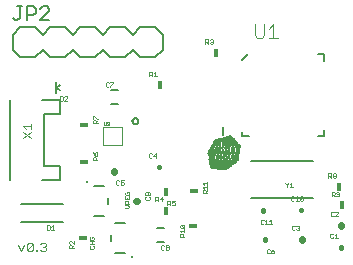
<source format=gbr>
G04 EAGLE Gerber RS-274X export*
G75*
%MOMM*%
%FSLAX34Y34*%
%LPD*%
%INSilkscreen Top*%
%IPPOS*%
%AMOC8*
5,1,8,0,0,1.08239X$1,22.5*%
G01*
%ADD10C,0.076200*%
%ADD11C,0.381000*%
%ADD12C,0.025400*%
%ADD13C,0.558800*%
%ADD14C,0.152400*%
%ADD15C,0.203200*%
%ADD16C,0.254000*%
%ADD17C,0.127000*%
%ADD18C,0.050000*%
%ADD19R,0.381000X0.762000*%
%ADD20R,0.762000X0.457200*%
%ADD21R,0.457200X0.762000*%
%ADD22C,0.101600*%
%ADD23R,0.039000X0.001000*%
%ADD24R,0.063000X0.001000*%
%ADD25R,0.083000X0.001000*%
%ADD26R,0.102000X0.001000*%
%ADD27R,0.119000X0.001000*%
%ADD28R,0.137000X0.001000*%
%ADD29R,0.154000X0.001000*%
%ADD30R,0.170000X0.001000*%
%ADD31R,0.187000X0.001000*%
%ADD32R,0.203000X0.001000*%
%ADD33R,0.219000X0.001000*%
%ADD34R,0.234000X0.001000*%
%ADD35R,0.251000X0.001000*%
%ADD36R,0.266000X0.001000*%
%ADD37R,0.281000X0.001000*%
%ADD38R,0.296000X0.001000*%
%ADD39R,0.311000X0.001000*%
%ADD40R,0.327000X0.001000*%
%ADD41R,0.341000X0.001000*%
%ADD42R,0.357000X0.001000*%
%ADD43R,0.371000X0.001000*%
%ADD44R,0.386000X0.001000*%
%ADD45R,0.401000X0.001000*%
%ADD46R,0.416000X0.001000*%
%ADD47R,0.430000X0.001000*%
%ADD48R,0.444000X0.001000*%
%ADD49R,0.459000X0.001000*%
%ADD50R,0.473000X0.001000*%
%ADD51R,0.488000X0.001000*%
%ADD52R,0.502000X0.001000*%
%ADD53R,0.517000X0.001000*%
%ADD54R,0.531000X0.001000*%
%ADD55R,0.546000X0.001000*%
%ADD56R,0.560000X0.001000*%
%ADD57R,0.573000X0.001000*%
%ADD58R,0.588000X0.001000*%
%ADD59R,0.602000X0.001000*%
%ADD60R,0.616000X0.001000*%
%ADD61R,0.630000X0.001000*%
%ADD62R,0.645000X0.001000*%
%ADD63R,0.658000X0.001000*%
%ADD64R,0.673000X0.001000*%
%ADD65R,0.686000X0.001000*%
%ADD66R,0.701000X0.001000*%
%ADD67R,0.714000X0.001000*%
%ADD68R,0.728000X0.001000*%
%ADD69R,0.742000X0.001000*%
%ADD70R,0.756000X0.001000*%
%ADD71R,0.770000X0.001000*%
%ADD72R,0.784000X0.001000*%
%ADD73R,0.798000X0.001000*%
%ADD74R,0.812000X0.001000*%
%ADD75R,0.826000X0.001000*%
%ADD76R,0.840000X0.001000*%
%ADD77R,0.853000X0.001000*%
%ADD78R,0.868000X0.001000*%
%ADD79R,0.881000X0.001000*%
%ADD80R,0.896000X0.001000*%
%ADD81R,0.909000X0.001000*%
%ADD82R,0.923000X0.001000*%
%ADD83R,0.937000X0.001000*%
%ADD84R,0.951000X0.001000*%
%ADD85R,0.965000X0.001000*%
%ADD86R,0.978000X0.001000*%
%ADD87R,0.993000X0.001000*%
%ADD88R,1.006000X0.001000*%
%ADD89R,1.021000X0.001000*%
%ADD90R,1.034000X0.001000*%
%ADD91R,1.049000X0.001000*%
%ADD92R,1.062000X0.001000*%
%ADD93R,1.077000X0.001000*%
%ADD94R,1.090000X0.001000*%
%ADD95R,1.103000X0.001000*%
%ADD96R,1.118000X0.001000*%
%ADD97R,1.131000X0.001000*%
%ADD98R,1.146000X0.001000*%
%ADD99R,1.159000X0.001000*%
%ADD100R,1.174000X0.001000*%
%ADD101R,1.187000X0.001000*%
%ADD102R,1.202000X0.001000*%
%ADD103R,1.215000X0.001000*%
%ADD104R,1.230000X0.001000*%
%ADD105R,1.243000X0.001000*%
%ADD106R,1.256000X0.001000*%
%ADD107R,1.264000X0.001000*%
%ADD108R,1.272000X0.001000*%
%ADD109R,1.279000X0.001000*%
%ADD110R,1.285000X0.001000*%
%ADD111R,1.292000X0.001000*%
%ADD112R,1.297000X0.001000*%
%ADD113R,1.303000X0.001000*%
%ADD114R,1.308000X0.001000*%
%ADD115R,1.313000X0.001000*%
%ADD116R,1.317000X0.001000*%
%ADD117R,1.323000X0.001000*%
%ADD118R,1.327000X0.001000*%
%ADD119R,1.331000X0.001000*%
%ADD120R,1.335000X0.001000*%
%ADD121R,1.340000X0.001000*%
%ADD122R,1.344000X0.001000*%
%ADD123R,1.347000X0.001000*%
%ADD124R,1.352000X0.001000*%
%ADD125R,1.355000X0.001000*%
%ADD126R,1.359000X0.001000*%
%ADD127R,1.363000X0.001000*%
%ADD128R,1.367000X0.001000*%
%ADD129R,1.370000X0.001000*%
%ADD130R,1.374000X0.001000*%
%ADD131R,1.377000X0.001000*%
%ADD132R,1.381000X0.001000*%
%ADD133R,1.384000X0.001000*%
%ADD134R,1.388000X0.001000*%
%ADD135R,1.391000X0.001000*%
%ADD136R,1.394000X0.001000*%
%ADD137R,1.398000X0.001000*%
%ADD138R,1.401000X0.001000*%
%ADD139R,1.404000X0.001000*%
%ADD140R,1.407000X0.001000*%
%ADD141R,1.411000X0.001000*%
%ADD142R,1.413000X0.001000*%
%ADD143R,1.417000X0.001000*%
%ADD144R,1.420000X0.001000*%
%ADD145R,1.423000X0.001000*%
%ADD146R,1.426000X0.001000*%
%ADD147R,1.429000X0.001000*%
%ADD148R,1.432000X0.001000*%
%ADD149R,1.435000X0.001000*%
%ADD150R,1.438000X0.001000*%
%ADD151R,1.440000X0.001000*%
%ADD152R,1.444000X0.001000*%
%ADD153R,1.446000X0.001000*%
%ADD154R,1.450000X0.001000*%
%ADD155R,1.452000X0.001000*%
%ADD156R,1.455000X0.001000*%
%ADD157R,1.458000X0.001000*%
%ADD158R,1.461000X0.001000*%
%ADD159R,1.463000X0.001000*%
%ADD160R,1.467000X0.001000*%
%ADD161R,1.469000X0.001000*%
%ADD162R,1.472000X0.001000*%
%ADD163R,1.474000X0.001000*%
%ADD164R,1.477000X0.001000*%
%ADD165R,1.480000X0.001000*%
%ADD166R,1.482000X0.001000*%
%ADD167R,1.485000X0.001000*%
%ADD168R,1.487000X0.001000*%
%ADD169R,1.490000X0.001000*%
%ADD170R,1.493000X0.001000*%
%ADD171R,1.496000X0.001000*%
%ADD172R,1.498000X0.001000*%
%ADD173R,1.501000X0.001000*%
%ADD174R,1.503000X0.001000*%
%ADD175R,1.506000X0.001000*%
%ADD176R,1.508000X0.001000*%
%ADD177R,1.510000X0.001000*%
%ADD178R,1.513000X0.001000*%
%ADD179R,1.515000X0.001000*%
%ADD180R,1.518000X0.001000*%
%ADD181R,1.520000X0.001000*%
%ADD182R,1.523000X0.001000*%
%ADD183R,1.525000X0.001000*%
%ADD184R,1.528000X0.001000*%
%ADD185R,1.530000X0.001000*%
%ADD186R,1.533000X0.001000*%
%ADD187R,1.535000X0.001000*%
%ADD188R,1.538000X0.001000*%
%ADD189R,1.540000X0.001000*%
%ADD190R,1.542000X0.001000*%
%ADD191R,1.545000X0.001000*%
%ADD192R,1.547000X0.001000*%
%ADD193R,1.550000X0.001000*%
%ADD194R,1.551000X0.001000*%
%ADD195R,1.554000X0.001000*%
%ADD196R,1.556000X0.001000*%
%ADD197R,1.559000X0.001000*%
%ADD198R,1.561000X0.001000*%
%ADD199R,1.564000X0.001000*%
%ADD200R,1.566000X0.001000*%
%ADD201R,1.568000X0.001000*%
%ADD202R,1.570000X0.001000*%
%ADD203R,1.573000X0.001000*%
%ADD204R,1.575000X0.001000*%
%ADD205R,1.577000X0.001000*%
%ADD206R,1.579000X0.001000*%
%ADD207R,1.581000X0.001000*%
%ADD208R,1.584000X0.001000*%
%ADD209R,1.586000X0.001000*%
%ADD210R,1.588000X0.001000*%
%ADD211R,1.590000X0.001000*%
%ADD212R,1.593000X0.001000*%
%ADD213R,1.595000X0.001000*%
%ADD214R,1.597000X0.001000*%
%ADD215R,1.599000X0.001000*%
%ADD216R,1.602000X0.001000*%
%ADD217R,1.604000X0.001000*%
%ADD218R,1.605000X0.001000*%
%ADD219R,1.608000X0.001000*%
%ADD220R,1.610000X0.001000*%
%ADD221R,1.612000X0.001000*%
%ADD222R,1.614000X0.001000*%
%ADD223R,1.617000X0.001000*%
%ADD224R,1.618000X0.001000*%
%ADD225R,1.621000X0.001000*%
%ADD226R,1.622000X0.001000*%
%ADD227R,1.625000X0.001000*%
%ADD228R,1.627000X0.001000*%
%ADD229R,1.629000X0.001000*%
%ADD230R,1.631000X0.001000*%
%ADD231R,1.633000X0.001000*%
%ADD232R,1.635000X0.001000*%
%ADD233R,1.637000X0.001000*%
%ADD234R,1.639000X0.001000*%
%ADD235R,1.641000X0.001000*%
%ADD236R,1.643000X0.001000*%
%ADD237R,1.645000X0.001000*%
%ADD238R,1.648000X0.001000*%
%ADD239R,1.649000X0.001000*%
%ADD240R,1.652000X0.001000*%
%ADD241R,1.653000X0.001000*%
%ADD242R,1.656000X0.001000*%
%ADD243R,1.657000X0.001000*%
%ADD244R,1.659000X0.001000*%
%ADD245R,1.661000X0.001000*%
%ADD246R,1.663000X0.001000*%
%ADD247R,1.665000X0.001000*%
%ADD248R,1.667000X0.001000*%
%ADD249R,1.669000X0.001000*%
%ADD250R,1.671000X0.001000*%
%ADD251R,1.673000X0.001000*%
%ADD252R,1.675000X0.001000*%
%ADD253R,1.677000X0.001000*%
%ADD254R,1.679000X0.001000*%
%ADD255R,1.681000X0.001000*%
%ADD256R,1.683000X0.001000*%
%ADD257R,1.685000X0.001000*%
%ADD258R,1.687000X0.001000*%
%ADD259R,1.688000X0.001000*%
%ADD260R,1.691000X0.001000*%
%ADD261R,1.692000X0.001000*%
%ADD262R,1.695000X0.001000*%
%ADD263R,1.696000X0.001000*%
%ADD264R,1.698000X0.001000*%
%ADD265R,1.700000X0.001000*%
%ADD266R,1.702000X0.001000*%
%ADD267R,1.704000X0.001000*%
%ADD268R,1.706000X0.001000*%
%ADD269R,1.707000X0.001000*%
%ADD270R,1.710000X0.001000*%
%ADD271R,1.711000X0.001000*%
%ADD272R,1.713000X0.001000*%
%ADD273R,1.715000X0.001000*%
%ADD274R,1.716000X0.001000*%
%ADD275R,1.719000X0.001000*%
%ADD276R,1.720000X0.001000*%
%ADD277R,1.722000X0.001000*%
%ADD278R,1.724000X0.001000*%
%ADD279R,1.726000X0.001000*%
%ADD280R,1.728000X0.001000*%
%ADD281R,1.730000X0.001000*%
%ADD282R,1.731000X0.001000*%
%ADD283R,1.734000X0.001000*%
%ADD284R,1.735000X0.001000*%
%ADD285R,1.736000X0.001000*%
%ADD286R,1.739000X0.001000*%
%ADD287R,1.740000X0.001000*%
%ADD288R,1.742000X0.001000*%
%ADD289R,1.743000X0.001000*%
%ADD290R,1.746000X0.001000*%
%ADD291R,1.747000X0.001000*%
%ADD292R,1.749000X0.001000*%
%ADD293R,1.751000X0.001000*%
%ADD294R,1.753000X0.001000*%
%ADD295R,1.754000X0.001000*%
%ADD296R,1.756000X0.001000*%
%ADD297R,1.758000X0.001000*%
%ADD298R,1.760000X0.001000*%
%ADD299R,1.761000X0.001000*%
%ADD300R,1.763000X0.001000*%
%ADD301R,1.765000X0.001000*%
%ADD302R,1.766000X0.001000*%
%ADD303R,1.768000X0.001000*%
%ADD304R,1.770000X0.001000*%
%ADD305R,1.772000X0.001000*%
%ADD306R,1.773000X0.001000*%
%ADD307R,1.775000X0.001000*%
%ADD308R,1.777000X0.001000*%
%ADD309R,1.779000X0.001000*%
%ADD310R,1.780000X0.001000*%
%ADD311R,1.782000X0.001000*%
%ADD312R,1.783000X0.001000*%
%ADD313R,1.785000X0.001000*%
%ADD314R,1.787000X0.001000*%
%ADD315R,1.788000X0.001000*%
%ADD316R,1.790000X0.001000*%
%ADD317R,1.791000X0.001000*%
%ADD318R,1.794000X0.001000*%
%ADD319R,1.795000X0.001000*%
%ADD320R,1.797000X0.001000*%
%ADD321R,1.798000X0.001000*%
%ADD322R,1.800000X0.001000*%
%ADD323R,1.801000X0.001000*%
%ADD324R,1.804000X0.001000*%
%ADD325R,1.805000X0.001000*%
%ADD326R,1.806000X0.001000*%
%ADD327R,1.808000X0.001000*%
%ADD328R,1.809000X0.001000*%
%ADD329R,1.811000X0.001000*%
%ADD330R,1.813000X0.001000*%
%ADD331R,1.815000X0.001000*%
%ADD332R,1.816000X0.001000*%
%ADD333R,1.818000X0.001000*%
%ADD334R,1.819000X0.001000*%
%ADD335R,1.821000X0.001000*%
%ADD336R,1.823000X0.001000*%
%ADD337R,1.825000X0.001000*%
%ADD338R,1.826000X0.001000*%
%ADD339R,1.828000X0.001000*%
%ADD340R,1.829000X0.001000*%
%ADD341R,1.830000X0.001000*%
%ADD342R,1.833000X0.001000*%
%ADD343R,1.834000X0.001000*%
%ADD344R,1.836000X0.001000*%
%ADD345R,1.837000X0.001000*%
%ADD346R,1.839000X0.001000*%
%ADD347R,1.840000X0.001000*%
%ADD348R,1.843000X0.001000*%
%ADD349R,1.844000X0.001000*%
%ADD350R,1.846000X0.001000*%
%ADD351R,1.847000X0.001000*%
%ADD352R,1.849000X0.001000*%
%ADD353R,1.850000X0.001000*%
%ADD354R,1.852000X0.001000*%
%ADD355R,1.854000X0.001000*%
%ADD356R,1.855000X0.001000*%
%ADD357R,1.857000X0.001000*%
%ADD358R,1.858000X0.001000*%
%ADD359R,1.860000X0.001000*%
%ADD360R,1.862000X0.001000*%
%ADD361R,1.864000X0.001000*%
%ADD362R,1.865000X0.001000*%
%ADD363R,1.867000X0.001000*%
%ADD364R,1.868000X0.001000*%
%ADD365R,1.870000X0.001000*%
%ADD366R,1.872000X0.001000*%
%ADD367R,1.873000X0.001000*%
%ADD368R,1.875000X0.001000*%
%ADD369R,1.876000X0.001000*%
%ADD370R,1.878000X0.001000*%
%ADD371R,1.879000X0.001000*%
%ADD372R,1.882000X0.001000*%
%ADD373R,1.883000X0.001000*%
%ADD374R,1.885000X0.001000*%
%ADD375R,1.886000X0.001000*%
%ADD376R,1.888000X0.001000*%
%ADD377R,1.889000X0.001000*%
%ADD378R,1.892000X0.001000*%
%ADD379R,1.893000X0.001000*%
%ADD380R,1.894000X0.001000*%
%ADD381R,1.896000X0.001000*%
%ADD382R,1.897000X0.001000*%
%ADD383R,1.899000X0.001000*%
%ADD384R,1.901000X0.001000*%
%ADD385R,1.903000X0.001000*%
%ADD386R,1.904000X0.001000*%
%ADD387R,1.906000X0.001000*%
%ADD388R,1.907000X0.001000*%
%ADD389R,1.909000X0.001000*%
%ADD390R,1.911000X0.001000*%
%ADD391R,1.913000X0.001000*%
%ADD392R,1.914000X0.001000*%
%ADD393R,1.916000X0.001000*%
%ADD394R,1.917000X0.001000*%
%ADD395R,1.918000X0.001000*%
%ADD396R,1.921000X0.001000*%
%ADD397R,1.922000X0.001000*%
%ADD398R,1.924000X0.001000*%
%ADD399R,1.925000X0.001000*%
%ADD400R,1.927000X0.001000*%
%ADD401R,1.928000X0.001000*%
%ADD402R,1.931000X0.001000*%
%ADD403R,1.932000X0.001000*%
%ADD404R,1.934000X0.001000*%
%ADD405R,1.935000X0.001000*%
%ADD406R,1.937000X0.001000*%
%ADD407R,1.938000X0.001000*%
%ADD408R,1.940000X0.001000*%
%ADD409R,1.942000X0.001000*%
%ADD410R,1.943000X0.001000*%
%ADD411R,1.945000X0.001000*%
%ADD412R,1.946000X0.001000*%
%ADD413R,1.948000X0.001000*%
%ADD414R,1.949000X0.001000*%
%ADD415R,1.952000X0.001000*%
%ADD416R,1.953000X0.001000*%
%ADD417R,1.955000X0.001000*%
%ADD418R,1.956000X0.001000*%
%ADD419R,1.958000X0.001000*%
%ADD420R,1.959000X0.001000*%
%ADD421R,1.961000X0.001000*%
%ADD422R,1.963000X0.001000*%
%ADD423R,1.964000X0.001000*%
%ADD424R,1.966000X0.001000*%
%ADD425R,1.967000X0.001000*%
%ADD426R,1.969000X0.001000*%
%ADD427R,1.971000X0.001000*%
%ADD428R,1.973000X0.001000*%
%ADD429R,1.974000X0.001000*%
%ADD430R,1.976000X0.001000*%
%ADD431R,1.977000X0.001000*%
%ADD432R,1.979000X0.001000*%
%ADD433R,1.981000X0.001000*%
%ADD434R,1.983000X0.001000*%
%ADD435R,1.984000X0.001000*%
%ADD436R,1.985000X0.001000*%
%ADD437R,1.987000X0.001000*%
%ADD438R,1.988000X0.001000*%
%ADD439R,1.991000X0.001000*%
%ADD440R,1.992000X0.001000*%
%ADD441R,1.994000X0.001000*%
%ADD442R,1.995000X0.001000*%
%ADD443R,1.997000X0.001000*%
%ADD444R,1.998000X0.001000*%
%ADD445R,2.001000X0.001000*%
%ADD446R,2.002000X0.001000*%
%ADD447R,2.004000X0.001000*%
%ADD448R,2.005000X0.001000*%
%ADD449R,2.006000X0.001000*%
%ADD450R,2.008000X0.001000*%
%ADD451R,2.010000X0.001000*%
%ADD452R,2.012000X0.001000*%
%ADD453R,2.013000X0.001000*%
%ADD454R,2.015000X0.001000*%
%ADD455R,2.016000X0.001000*%
%ADD456R,2.018000X0.001000*%
%ADD457R,2.020000X0.001000*%
%ADD458R,2.022000X0.001000*%
%ADD459R,2.023000X0.001000*%
%ADD460R,2.025000X0.001000*%
%ADD461R,2.026000X0.001000*%
%ADD462R,2.027000X0.001000*%
%ADD463R,2.030000X0.001000*%
%ADD464R,2.031000X0.001000*%
%ADD465R,2.033000X0.001000*%
%ADD466R,2.034000X0.001000*%
%ADD467R,2.036000X0.001000*%
%ADD468R,2.037000X0.001000*%
%ADD469R,2.040000X0.001000*%
%ADD470R,2.041000X0.001000*%
%ADD471R,2.043000X0.001000*%
%ADD472R,2.044000X0.001000*%
%ADD473R,2.046000X0.001000*%
%ADD474R,2.047000X0.001000*%
%ADD475R,2.050000X0.001000*%
%ADD476R,2.051000X0.001000*%
%ADD477R,2.052000X0.001000*%
%ADD478R,2.054000X0.001000*%
%ADD479R,2.055000X0.001000*%
%ADD480R,2.057000X0.001000*%
%ADD481R,2.059000X0.001000*%
%ADD482R,2.061000X0.001000*%
%ADD483R,2.062000X0.001000*%
%ADD484R,2.064000X0.001000*%
%ADD485R,2.065000X0.001000*%
%ADD486R,2.067000X0.001000*%
%ADD487R,2.069000X0.001000*%
%ADD488R,2.071000X0.001000*%
%ADD489R,2.072000X0.001000*%
%ADD490R,2.073000X0.001000*%
%ADD491R,2.075000X0.001000*%
%ADD492R,2.076000X0.001000*%
%ADD493R,2.079000X0.001000*%
%ADD494R,2.080000X0.001000*%
%ADD495R,2.082000X0.001000*%
%ADD496R,2.083000X0.001000*%
%ADD497R,2.085000X0.001000*%
%ADD498R,2.086000X0.001000*%
%ADD499R,2.089000X0.001000*%
%ADD500R,2.090000X0.001000*%
%ADD501R,2.092000X0.001000*%
%ADD502R,2.093000X0.001000*%
%ADD503R,2.094000X0.001000*%
%ADD504R,2.096000X0.001000*%
%ADD505R,2.098000X0.001000*%
%ADD506R,2.100000X0.001000*%
%ADD507R,2.101000X0.001000*%
%ADD508R,2.103000X0.001000*%
%ADD509R,2.104000X0.001000*%
%ADD510R,2.106000X0.001000*%
%ADD511R,2.108000X0.001000*%
%ADD512R,2.110000X0.001000*%
%ADD513R,2.111000X0.001000*%
%ADD514R,2.113000X0.001000*%
%ADD515R,2.114000X0.001000*%
%ADD516R,2.115000X0.001000*%
%ADD517R,2.118000X0.001000*%
%ADD518R,2.119000X0.001000*%
%ADD519R,2.121000X0.001000*%
%ADD520R,2.122000X0.001000*%
%ADD521R,2.124000X0.001000*%
%ADD522R,2.125000X0.001000*%
%ADD523R,2.128000X0.001000*%
%ADD524R,2.129000X0.001000*%
%ADD525R,2.131000X0.001000*%
%ADD526R,2.132000X0.001000*%
%ADD527R,2.134000X0.001000*%
%ADD528R,2.135000X0.001000*%
%ADD529R,2.138000X0.001000*%
%ADD530R,2.139000X0.001000*%
%ADD531R,2.140000X0.001000*%
%ADD532R,2.142000X0.001000*%
%ADD533R,2.143000X0.001000*%
%ADD534R,2.145000X0.001000*%
%ADD535R,2.147000X0.001000*%
%ADD536R,2.149000X0.001000*%
%ADD537R,2.150000X0.001000*%
%ADD538R,2.152000X0.001000*%
%ADD539R,2.153000X0.001000*%
%ADD540R,2.155000X0.001000*%
%ADD541R,2.156000X0.001000*%
%ADD542R,2.159000X0.001000*%
%ADD543R,2.160000X0.001000*%
%ADD544R,2.161000X0.001000*%
%ADD545R,2.163000X0.001000*%
%ADD546R,2.164000X0.001000*%
%ADD547R,2.166000X0.001000*%
%ADD548R,2.168000X0.001000*%
%ADD549R,2.170000X0.001000*%
%ADD550R,2.171000X0.001000*%
%ADD551R,2.173000X0.001000*%
%ADD552R,2.174000X0.001000*%
%ADD553R,2.176000X0.001000*%
%ADD554R,2.178000X0.001000*%
%ADD555R,2.180000X0.001000*%
%ADD556R,2.181000X0.001000*%
%ADD557R,2.182000X0.001000*%
%ADD558R,2.184000X0.001000*%
%ADD559R,2.185000X0.001000*%
%ADD560R,2.188000X0.001000*%
%ADD561R,2.189000X0.001000*%
%ADD562R,2.191000X0.001000*%
%ADD563R,2.192000X0.001000*%
%ADD564R,2.194000X0.001000*%
%ADD565R,2.195000X0.001000*%
%ADD566R,2.198000X0.001000*%
%ADD567R,2.199000X0.001000*%
%ADD568R,2.201000X0.001000*%
%ADD569R,2.202000X0.001000*%
%ADD570R,2.204000X0.001000*%
%ADD571R,2.205000X0.001000*%
%ADD572R,2.207000X0.001000*%
%ADD573R,2.209000X0.001000*%
%ADD574R,2.210000X0.001000*%
%ADD575R,2.212000X0.001000*%
%ADD576R,2.213000X0.001000*%
%ADD577R,2.215000X0.001000*%
%ADD578R,2.217000X0.001000*%
%ADD579R,2.219000X0.001000*%
%ADD580R,2.220000X0.001000*%
%ADD581R,2.222000X0.001000*%
%ADD582R,2.223000X0.001000*%
%ADD583R,2.225000X0.001000*%
%ADD584R,2.227000X0.001000*%
%ADD585R,2.228000X0.001000*%
%ADD586R,2.230000X0.001000*%
%ADD587R,2.231000X0.001000*%
%ADD588R,2.233000X0.001000*%
%ADD589R,2.234000X0.001000*%
%ADD590R,2.237000X0.001000*%
%ADD591R,2.238000X0.001000*%
%ADD592R,2.240000X0.001000*%
%ADD593R,2.241000X0.001000*%
%ADD594R,2.243000X0.001000*%
%ADD595R,2.244000X0.001000*%
%ADD596R,2.247000X0.001000*%
%ADD597R,2.248000X0.001000*%
%ADD598R,2.249000X0.001000*%
%ADD599R,2.251000X0.001000*%
%ADD600R,2.252000X0.001000*%
%ADD601R,2.254000X0.001000*%
%ADD602R,2.256000X0.001000*%
%ADD603R,2.258000X0.001000*%
%ADD604R,2.259000X0.001000*%
%ADD605R,2.261000X0.001000*%
%ADD606R,2.262000X0.001000*%
%ADD607R,2.264000X0.001000*%
%ADD608R,2.266000X0.001000*%
%ADD609R,2.268000X0.001000*%
%ADD610R,2.269000X0.001000*%
%ADD611R,2.271000X0.001000*%
%ADD612R,2.272000X0.001000*%
%ADD613R,2.273000X0.001000*%
%ADD614R,2.276000X0.001000*%
%ADD615R,2.277000X0.001000*%
%ADD616R,2.279000X0.001000*%
%ADD617R,2.280000X0.001000*%
%ADD618R,2.282000X0.001000*%
%ADD619R,2.283000X0.001000*%
%ADD620R,2.286000X0.001000*%
%ADD621R,2.287000X0.001000*%
%ADD622R,2.289000X0.001000*%
%ADD623R,2.290000X0.001000*%
%ADD624R,2.292000X0.001000*%
%ADD625R,2.293000X0.001000*%
%ADD626R,2.295000X0.001000*%
%ADD627R,2.297000X0.001000*%
%ADD628R,2.298000X0.001000*%
%ADD629R,2.300000X0.001000*%
%ADD630R,2.301000X0.001000*%
%ADD631R,2.303000X0.001000*%
%ADD632R,2.305000X0.001000*%
%ADD633R,2.307000X0.001000*%
%ADD634R,2.308000X0.001000*%
%ADD635R,2.310000X0.001000*%
%ADD636R,2.311000X0.001000*%
%ADD637R,2.313000X0.001000*%
%ADD638R,2.315000X0.001000*%
%ADD639R,2.316000X0.001000*%
%ADD640R,2.318000X0.001000*%
%ADD641R,2.319000X0.001000*%
%ADD642R,2.321000X0.001000*%
%ADD643R,2.322000X0.001000*%
%ADD644R,2.325000X0.001000*%
%ADD645R,2.326000X0.001000*%
%ADD646R,2.327000X0.001000*%
%ADD647R,2.329000X0.001000*%
%ADD648R,2.330000X0.001000*%
%ADD649R,2.331000X0.001000*%
%ADD650R,2.334000X0.001000*%
%ADD651R,2.335000X0.001000*%
%ADD652R,2.336000X0.001000*%
%ADD653R,2.337000X0.001000*%
%ADD654R,2.339000X0.001000*%
%ADD655R,2.340000X0.001000*%
%ADD656R,2.342000X0.001000*%
%ADD657R,2.343000X0.001000*%
%ADD658R,2.344000X0.001000*%
%ADD659R,2.346000X0.001000*%
%ADD660R,2.347000X0.001000*%
%ADD661R,2.348000X0.001000*%
%ADD662R,2.350000X0.001000*%
%ADD663R,2.351000X0.001000*%
%ADD664R,2.352000X0.001000*%
%ADD665R,2.353000X0.001000*%
%ADD666R,2.354000X0.001000*%
%ADD667R,2.355000X0.001000*%
%ADD668R,2.357000X0.001000*%
%ADD669R,2.358000X0.001000*%
%ADD670R,2.359000X0.001000*%
%ADD671R,2.360000X0.001000*%
%ADD672R,2.361000X0.001000*%
%ADD673R,2.362000X0.001000*%
%ADD674R,2.363000X0.001000*%
%ADD675R,2.365000X0.001000*%
%ADD676R,2.366000X0.001000*%
%ADD677R,2.367000X0.001000*%
%ADD678R,2.368000X0.001000*%
%ADD679R,2.369000X0.001000*%
%ADD680R,2.370000X0.001000*%
%ADD681R,2.372000X0.001000*%
%ADD682R,2.373000X0.001000*%
%ADD683R,2.374000X0.001000*%
%ADD684R,2.375000X0.001000*%
%ADD685R,2.376000X0.001000*%
%ADD686R,2.378000X0.001000*%
%ADD687R,2.379000X0.001000*%
%ADD688R,2.380000X0.001000*%
%ADD689R,2.381000X0.001000*%
%ADD690R,2.382000X0.001000*%
%ADD691R,2.383000X0.001000*%
%ADD692R,2.384000X0.001000*%
%ADD693R,2.385000X0.001000*%
%ADD694R,2.386000X0.001000*%
%ADD695R,2.387000X0.001000*%
%ADD696R,2.388000X0.001000*%
%ADD697R,2.390000X0.001000*%
%ADD698R,2.391000X0.001000*%
%ADD699R,2.392000X0.001000*%
%ADD700R,2.393000X0.001000*%
%ADD701R,2.394000X0.001000*%
%ADD702R,2.395000X0.001000*%
%ADD703R,2.396000X0.001000*%
%ADD704R,2.397000X0.001000*%
%ADD705R,2.398000X0.001000*%
%ADD706R,2.399000X0.001000*%
%ADD707R,2.401000X0.001000*%
%ADD708R,2.402000X0.001000*%
%ADD709R,2.403000X0.001000*%
%ADD710R,2.404000X0.001000*%
%ADD711R,2.405000X0.001000*%
%ADD712R,2.406000X0.001000*%
%ADD713R,2.407000X0.001000*%
%ADD714R,2.408000X0.001000*%
%ADD715R,2.409000X0.001000*%
%ADD716R,2.410000X0.001000*%
%ADD717R,2.411000X0.001000*%
%ADD718R,2.412000X0.001000*%
%ADD719R,2.413000X0.001000*%
%ADD720R,2.415000X0.001000*%
%ADD721R,2.416000X0.001000*%
%ADD722R,2.417000X0.001000*%
%ADD723R,2.419000X0.001000*%
%ADD724R,2.420000X0.001000*%
%ADD725R,2.421000X0.001000*%
%ADD726R,2.423000X0.001000*%
%ADD727R,2.424000X0.001000*%
%ADD728R,2.425000X0.001000*%
%ADD729R,2.427000X0.001000*%
%ADD730R,2.428000X0.001000*%
%ADD731R,2.429000X0.001000*%
%ADD732R,2.430000X0.001000*%
%ADD733R,2.431000X0.001000*%
%ADD734R,2.432000X0.001000*%
%ADD735R,2.434000X0.001000*%
%ADD736R,2.435000X0.001000*%
%ADD737R,2.436000X0.001000*%
%ADD738R,2.437000X0.001000*%
%ADD739R,2.438000X0.001000*%
%ADD740R,2.439000X0.001000*%
%ADD741R,2.440000X0.001000*%
%ADD742R,2.441000X0.001000*%
%ADD743R,2.442000X0.001000*%
%ADD744R,2.443000X0.001000*%
%ADD745R,2.444000X0.001000*%
%ADD746R,2.445000X0.001000*%
%ADD747R,2.446000X0.001000*%
%ADD748R,2.447000X0.001000*%
%ADD749R,2.448000X0.001000*%
%ADD750R,2.449000X0.001000*%
%ADD751R,2.450000X0.001000*%
%ADD752R,2.451000X0.001000*%
%ADD753R,2.452000X0.001000*%
%ADD754R,0.836000X0.001000*%
%ADD755R,0.830000X0.001000*%
%ADD756R,0.823000X0.001000*%
%ADD757R,1.587000X0.001000*%
%ADD758R,0.821000X0.001000*%
%ADD759R,1.585000X0.001000*%
%ADD760R,0.819000X0.001000*%
%ADD761R,1.583000X0.001000*%
%ADD762R,0.817000X0.001000*%
%ADD763R,1.582000X0.001000*%
%ADD764R,0.815000X0.001000*%
%ADD765R,0.813000X0.001000*%
%ADD766R,1.578000X0.001000*%
%ADD767R,0.811000X0.001000*%
%ADD768R,0.810000X0.001000*%
%ADD769R,0.809000X0.001000*%
%ADD770R,0.446000X0.001000*%
%ADD771R,0.307000X0.001000*%
%ADD772R,0.342000X0.001000*%
%ADD773R,0.445000X0.001000*%
%ADD774R,0.752000X0.001000*%
%ADD775R,0.408000X0.001000*%
%ADD776R,0.289000X0.001000*%
%ADD777R,0.326000X0.001000*%
%ADD778R,0.432000X0.001000*%
%ADD779R,0.741000X0.001000*%
%ADD780R,0.277000X0.001000*%
%ADD781R,0.317000X0.001000*%
%ADD782R,0.424000X0.001000*%
%ADD783R,0.733000X0.001000*%
%ADD784R,0.370000X0.001000*%
%ADD785R,0.268000X0.001000*%
%ADD786R,0.309000X0.001000*%
%ADD787R,0.417000X0.001000*%
%ADD788R,0.726000X0.001000*%
%ADD789R,0.356000X0.001000*%
%ADD790R,0.261000X0.001000*%
%ADD791R,0.303000X0.001000*%
%ADD792R,0.412000X0.001000*%
%ADD793R,0.720000X0.001000*%
%ADD794R,0.344000X0.001000*%
%ADD795R,0.254000X0.001000*%
%ADD796R,0.297000X0.001000*%
%ADD797R,0.407000X0.001000*%
%ADD798R,0.716000X0.001000*%
%ADD799R,0.333000X0.001000*%
%ADD800R,0.249000X0.001000*%
%ADD801R,0.292000X0.001000*%
%ADD802R,0.403000X0.001000*%
%ADD803R,0.711000X0.001000*%
%ADD804R,0.323000X0.001000*%
%ADD805R,0.243000X0.001000*%
%ADD806R,0.288000X0.001000*%
%ADD807R,0.399000X0.001000*%
%ADD808R,0.706000X0.001000*%
%ADD809R,0.314000X0.001000*%
%ADD810R,0.238000X0.001000*%
%ADD811R,0.283000X0.001000*%
%ADD812R,0.396000X0.001000*%
%ADD813R,0.702000X0.001000*%
%ADD814R,0.305000X0.001000*%
%ADD815R,0.278000X0.001000*%
%ADD816R,0.392000X0.001000*%
%ADD817R,0.698000X0.001000*%
%ADD818R,0.230000X0.001000*%
%ADD819R,0.275000X0.001000*%
%ADD820R,0.389000X0.001000*%
%ADD821R,0.694000X0.001000*%
%ADD822R,0.291000X0.001000*%
%ADD823R,0.226000X0.001000*%
%ADD824R,0.271000X0.001000*%
%ADD825R,0.387000X0.001000*%
%ADD826R,0.691000X0.001000*%
%ADD827R,0.222000X0.001000*%
%ADD828R,0.384000X0.001000*%
%ADD829R,0.688000X0.001000*%
%ADD830R,0.264000X0.001000*%
%ADD831R,0.381000X0.001000*%
%ADD832R,0.684000X0.001000*%
%ADD833R,0.270000X0.001000*%
%ADD834R,0.216000X0.001000*%
%ADD835R,0.378000X0.001000*%
%ADD836R,0.681000X0.001000*%
%ADD837R,0.212000X0.001000*%
%ADD838R,0.258000X0.001000*%
%ADD839R,0.376000X0.001000*%
%ADD840R,0.678000X0.001000*%
%ADD841R,0.209000X0.001000*%
%ADD842R,0.255000X0.001000*%
%ADD843R,0.374000X0.001000*%
%ADD844R,0.675000X0.001000*%
%ADD845R,0.252000X0.001000*%
%ADD846R,0.207000X0.001000*%
%ADD847R,0.253000X0.001000*%
%ADD848R,0.372000X0.001000*%
%ADD849R,0.674000X0.001000*%
%ADD850R,0.247000X0.001000*%
%ADD851R,0.204000X0.001000*%
%ADD852R,0.369000X0.001000*%
%ADD853R,0.671000X0.001000*%
%ADD854R,0.242000X0.001000*%
%ADD855R,0.201000X0.001000*%
%ADD856R,0.248000X0.001000*%
%ADD857R,0.367000X0.001000*%
%ADD858R,0.668000X0.001000*%
%ADD859R,0.236000X0.001000*%
%ADD860R,0.199000X0.001000*%
%ADD861R,0.245000X0.001000*%
%ADD862R,0.365000X0.001000*%
%ADD863R,0.666000X0.001000*%
%ADD864R,0.232000X0.001000*%
%ADD865R,0.197000X0.001000*%
%ADD866R,0.364000X0.001000*%
%ADD867R,0.663000X0.001000*%
%ADD868R,0.228000X0.001000*%
%ADD869R,0.195000X0.001000*%
%ADD870R,0.241000X0.001000*%
%ADD871R,0.362000X0.001000*%
%ADD872R,0.661000X0.001000*%
%ADD873R,0.192000X0.001000*%
%ADD874R,0.239000X0.001000*%
%ADD875R,0.360000X0.001000*%
%ADD876R,0.659000X0.001000*%
%ADD877R,0.218000X0.001000*%
%ADD878R,0.191000X0.001000*%
%ADD879R,0.237000X0.001000*%
%ADD880R,0.358000X0.001000*%
%ADD881R,0.657000X0.001000*%
%ADD882R,0.214000X0.001000*%
%ADD883R,0.189000X0.001000*%
%ADD884R,0.235000X0.001000*%
%ADD885R,0.655000X0.001000*%
%ADD886R,0.210000X0.001000*%
%ADD887R,0.233000X0.001000*%
%ADD888R,0.355000X0.001000*%
%ADD889R,0.653000X0.001000*%
%ADD890R,0.206000X0.001000*%
%ADD891R,0.185000X0.001000*%
%ADD892R,0.231000X0.001000*%
%ADD893R,0.353000X0.001000*%
%ADD894R,0.651000X0.001000*%
%ADD895R,0.183000X0.001000*%
%ADD896R,0.229000X0.001000*%
%ADD897R,0.351000X0.001000*%
%ADD898R,0.649000X0.001000*%
%ADD899R,0.198000X0.001000*%
%ADD900R,0.181000X0.001000*%
%ADD901R,0.349000X0.001000*%
%ADD902R,0.648000X0.001000*%
%ADD903R,0.194000X0.001000*%
%ADD904R,0.180000X0.001000*%
%ADD905R,0.348000X0.001000*%
%ADD906R,0.646000X0.001000*%
%ADD907R,0.178000X0.001000*%
%ADD908R,0.224000X0.001000*%
%ADD909R,0.347000X0.001000*%
%ADD910R,0.644000X0.001000*%
%ADD911R,0.177000X0.001000*%
%ADD912R,0.223000X0.001000*%
%ADD913R,0.345000X0.001000*%
%ADD914R,0.642000X0.001000*%
%ADD915R,0.175000X0.001000*%
%ADD916R,0.221000X0.001000*%
%ADD917R,0.640000X0.001000*%
%ADD918R,0.179000X0.001000*%
%ADD919R,0.174000X0.001000*%
%ADD920R,0.638000X0.001000*%
%ADD921R,0.176000X0.001000*%
%ADD922R,0.172000X0.001000*%
%ADD923R,0.637000X0.001000*%
%ADD924R,0.173000X0.001000*%
%ADD925R,0.171000X0.001000*%
%ADD926R,0.340000X0.001000*%
%ADD927R,0.636000X0.001000*%
%ADD928R,0.169000X0.001000*%
%ADD929R,0.215000X0.001000*%
%ADD930R,0.339000X0.001000*%
%ADD931R,0.634000X0.001000*%
%ADD932R,0.166000X0.001000*%
%ADD933R,0.168000X0.001000*%
%ADD934R,0.213000X0.001000*%
%ADD935R,0.337000X0.001000*%
%ADD936R,0.632000X0.001000*%
%ADD937R,0.163000X0.001000*%
%ADD938R,0.167000X0.001000*%
%ADD939R,0.336000X0.001000*%
%ADD940R,0.631000X0.001000*%
%ADD941R,0.160000X0.001000*%
%ADD942R,0.165000X0.001000*%
%ADD943R,0.334000X0.001000*%
%ADD944R,0.629000X0.001000*%
%ADD945R,0.157000X0.001000*%
%ADD946R,0.164000X0.001000*%
%ADD947R,0.208000X0.001000*%
%ADD948R,0.332000X0.001000*%
%ADD949R,0.627000X0.001000*%
%ADD950R,0.151000X0.001000*%
%ADD951R,0.161000X0.001000*%
%ADD952R,0.331000X0.001000*%
%ADD953R,0.625000X0.001000*%
%ADD954R,0.148000X0.001000*%
%ADD955R,0.205000X0.001000*%
%ADD956R,0.329000X0.001000*%
%ADD957R,0.624000X0.001000*%
%ADD958R,0.145000X0.001000*%
%ADD959R,0.159000X0.001000*%
%ADD960R,0.328000X0.001000*%
%ADD961R,0.622000X0.001000*%
%ADD962R,0.142000X0.001000*%
%ADD963R,0.158000X0.001000*%
%ADD964R,0.202000X0.001000*%
%ADD965R,0.621000X0.001000*%
%ADD966R,0.140000X0.001000*%
%ADD967R,0.156000X0.001000*%
%ADD968R,0.325000X0.001000*%
%ADD969R,0.619000X0.001000*%
%ADD970R,0.134000X0.001000*%
%ADD971R,0.155000X0.001000*%
%ADD972R,0.324000X0.001000*%
%ADD973R,0.618000X0.001000*%
%ADD974R,0.132000X0.001000*%
%ADD975R,0.153000X0.001000*%
%ADD976R,0.130000X0.001000*%
%ADD977R,0.152000X0.001000*%
%ADD978R,0.196000X0.001000*%
%ADD979R,0.322000X0.001000*%
%ADD980R,0.615000X0.001000*%
%ADD981R,0.128000X0.001000*%
%ADD982R,0.321000X0.001000*%
%ADD983R,0.614000X0.001000*%
%ADD984R,0.126000X0.001000*%
%ADD985R,0.150000X0.001000*%
%ADD986R,0.193000X0.001000*%
%ADD987R,0.320000X0.001000*%
%ADD988R,0.613000X0.001000*%
%ADD989R,0.123000X0.001000*%
%ADD990R,0.149000X0.001000*%
%ADD991R,0.319000X0.001000*%
%ADD992R,0.612000X0.001000*%
%ADD993R,0.120000X0.001000*%
%ADD994R,0.318000X0.001000*%
%ADD995R,0.611000X0.001000*%
%ADD996R,0.118000X0.001000*%
%ADD997R,0.190000X0.001000*%
%ADD998R,0.609000X0.001000*%
%ADD999R,0.116000X0.001000*%
%ADD1000R,0.147000X0.001000*%
%ADD1001R,0.316000X0.001000*%
%ADD1002R,0.608000X0.001000*%
%ADD1003R,0.115000X0.001000*%
%ADD1004R,0.146000X0.001000*%
%ADD1005R,0.315000X0.001000*%
%ADD1006R,0.607000X0.001000*%
%ADD1007R,0.114000X0.001000*%
%ADD1008R,0.186000X0.001000*%
%ADD1009R,0.112000X0.001000*%
%ADD1010R,0.144000X0.001000*%
%ADD1011R,0.605000X0.001000*%
%ADD1012R,0.110000X0.001000*%
%ADD1013R,0.143000X0.001000*%
%ADD1014R,0.184000X0.001000*%
%ADD1015R,0.313000X0.001000*%
%ADD1016R,0.604000X0.001000*%
%ADD1017R,0.108000X0.001000*%
%ADD1018R,0.603000X0.001000*%
%ADD1019R,0.106000X0.001000*%
%ADD1020R,0.141000X0.001000*%
%ADD1021R,0.182000X0.001000*%
%ADD1022R,0.310000X0.001000*%
%ADD1023R,0.105000X0.001000*%
%ADD1024R,0.601000X0.001000*%
%ADD1025R,0.104000X0.001000*%
%ADD1026R,0.139000X0.001000*%
%ADD1027R,0.308000X0.001000*%
%ADD1028R,0.600000X0.001000*%
%ADD1029R,0.101000X0.001000*%
%ADD1030R,0.138000X0.001000*%
%ADD1031R,0.598000X0.001000*%
%ADD1032R,0.100000X0.001000*%
%ADD1033R,0.306000X0.001000*%
%ADD1034R,0.597000X0.001000*%
%ADD1035R,0.099000X0.001000*%
%ADD1036R,0.596000X0.001000*%
%ADD1037R,0.097000X0.001000*%
%ADD1038R,0.136000X0.001000*%
%ADD1039R,0.595000X0.001000*%
%ADD1040R,0.135000X0.001000*%
%ADD1041R,0.304000X0.001000*%
%ADD1042R,0.095000X0.001000*%
%ADD1043R,0.594000X0.001000*%
%ADD1044R,0.302000X0.001000*%
%ADD1045R,0.593000X0.001000*%
%ADD1046R,0.093000X0.001000*%
%ADD1047R,0.133000X0.001000*%
%ADD1048R,0.301000X0.001000*%
%ADD1049R,0.592000X0.001000*%
%ADD1050R,0.591000X0.001000*%
%ADD1051R,0.092000X0.001000*%
%ADD1052R,0.300000X0.001000*%
%ADD1053R,0.590000X0.001000*%
%ADD1054R,0.131000X0.001000*%
%ADD1055R,0.299000X0.001000*%
%ADD1056R,0.091000X0.001000*%
%ADD1057R,0.060000X0.001000*%
%ADD1058R,0.298000X0.001000*%
%ADD1059R,0.589000X0.001000*%
%ADD1060R,0.090000X0.001000*%
%ADD1061R,0.075000X0.001000*%
%ADD1062R,0.087000X0.001000*%
%ADD1063R,0.587000X0.001000*%
%ADD1064R,0.129000X0.001000*%
%ADD1065R,0.586000X0.001000*%
%ADD1066R,0.585000X0.001000*%
%ADD1067R,0.089000X0.001000*%
%ADD1068R,0.162000X0.001000*%
%ADD1069R,0.295000X0.001000*%
%ADD1070R,0.127000X0.001000*%
%ADD1071R,0.294000X0.001000*%
%ADD1072R,0.073000X0.001000*%
%ADD1073R,0.584000X0.001000*%
%ADD1074R,0.085000X0.001000*%
%ADD1075R,0.293000X0.001000*%
%ADD1076R,0.583000X0.001000*%
%ADD1077R,0.582000X0.001000*%
%ADD1078R,0.103000X0.001000*%
%ADD1079R,0.125000X0.001000*%
%ADD1080R,0.581000X0.001000*%
%ADD1081R,0.111000X0.001000*%
%ADD1082R,0.124000X0.001000*%
%ADD1083R,0.026000X0.001000*%
%ADD1084R,0.042000X0.001000*%
%ADD1085R,0.290000X0.001000*%
%ADD1086R,0.580000X0.001000*%
%ADD1087R,0.053000X0.001000*%
%ADD1088R,0.579000X0.001000*%
%ADD1089R,0.062000X0.001000*%
%ADD1090R,0.578000X0.001000*%
%ADD1091R,0.122000X0.001000*%
%ADD1092R,0.070000X0.001000*%
%ADD1093R,0.287000X0.001000*%
%ADD1094R,0.577000X0.001000*%
%ADD1095R,0.076000X0.001000*%
%ADD1096R,0.082000X0.001000*%
%ADD1097R,0.121000X0.001000*%
%ADD1098R,0.088000X0.001000*%
%ADD1099R,0.286000X0.001000*%
%ADD1100R,0.576000X0.001000*%
%ADD1101R,0.094000X0.001000*%
%ADD1102R,0.285000X0.001000*%
%ADD1103R,0.575000X0.001000*%
%ADD1104R,0.098000X0.001000*%
%ADD1105R,0.188000X0.001000*%
%ADD1106R,0.574000X0.001000*%
%ADD1107R,0.284000X0.001000*%
%ADD1108R,0.096000X0.001000*%
%ADD1109R,0.200000X0.001000*%
%ADD1110R,0.282000X0.001000*%
%ADD1111R,0.572000X0.001000*%
%ADD1112R,0.571000X0.001000*%
%ADD1113R,0.117000X0.001000*%
%ADD1114R,0.280000X0.001000*%
%ADD1115R,0.279000X0.001000*%
%ADD1116R,0.570000X0.001000*%
%ADD1117R,0.569000X0.001000*%
%ADD1118R,0.217000X0.001000*%
%ADD1119R,0.220000X0.001000*%
%ADD1120R,0.568000X0.001000*%
%ADD1121R,0.107000X0.001000*%
%ADD1122R,0.109000X0.001000*%
%ADD1123R,0.227000X0.001000*%
%ADD1124R,0.567000X0.001000*%
%ADD1125R,0.276000X0.001000*%
%ADD1126R,0.566000X0.001000*%
%ADD1127R,0.113000X0.001000*%
%ADD1128R,0.565000X0.001000*%
%ADD1129R,0.244000X0.001000*%
%ADD1130R,0.274000X0.001000*%
%ADD1131R,0.564000X0.001000*%
%ADD1132R,0.250000X0.001000*%
%ADD1133R,0.273000X0.001000*%
%ADD1134R,0.563000X0.001000*%
%ADD1135R,0.256000X0.001000*%
%ADD1136R,0.259000X0.001000*%
%ADD1137R,0.272000X0.001000*%
%ADD1138R,0.269000X0.001000*%
%ADD1139R,0.562000X0.001000*%
%ADD1140R,0.422000X0.001000*%
%ADD1141R,0.425000X0.001000*%
%ADD1142R,0.561000X0.001000*%
%ADD1143R,0.427000X0.001000*%
%ADD1144R,0.257000X0.001000*%
%ADD1145R,0.434000X0.001000*%
%ADD1146R,0.438000X0.001000*%
%ADD1147R,0.712000X0.001000*%
%ADD1148R,0.713000X0.001000*%
%ADD1149R,0.559000X0.001000*%
%ADD1150R,0.715000X0.001000*%
%ADD1151R,0.717000X0.001000*%
%ADD1152R,0.718000X0.001000*%
%ADD1153R,0.719000X0.001000*%
%ADD1154R,0.558000X0.001000*%
%ADD1155R,0.267000X0.001000*%
%ADD1156R,0.557000X0.001000*%
%ADD1157R,0.721000X0.001000*%
%ADD1158R,0.722000X0.001000*%
%ADD1159R,0.724000X0.001000*%
%ADD1160R,0.725000X0.001000*%
%ADD1161R,0.556000X0.001000*%
%ADD1162R,0.727000X0.001000*%
%ADD1163R,0.265000X0.001000*%
%ADD1164R,0.729000X0.001000*%
%ADD1165R,0.555000X0.001000*%
%ADD1166R,0.730000X0.001000*%
%ADD1167R,0.731000X0.001000*%
%ADD1168R,0.732000X0.001000*%
%ADD1169R,0.554000X0.001000*%
%ADD1170R,0.263000X0.001000*%
%ADD1171R,0.240000X0.001000*%
%ADD1172R,0.734000X0.001000*%
%ADD1173R,0.735000X0.001000*%
%ADD1174R,0.246000X0.001000*%
%ADD1175R,0.736000X0.001000*%
%ADD1176R,0.553000X0.001000*%
%ADD1177R,0.262000X0.001000*%
%ADD1178R,0.260000X0.001000*%
%ADD1179R,0.723000X0.001000*%
%ADD1180R,0.709000X0.001000*%
%ADD1181R,0.708000X0.001000*%
%ADD1182R,0.705000X0.001000*%
%ADD1183R,0.703000X0.001000*%
%ADD1184R,0.700000X0.001000*%
%ADD1185R,0.697000X0.001000*%
%ADD1186R,0.695000X0.001000*%
%ADD1187R,0.693000X0.001000*%
%ADD1188R,0.689000X0.001000*%
%ADD1189R,0.687000X0.001000*%
%ADD1190R,0.685000X0.001000*%
%ADD1191R,0.683000X0.001000*%
%ADD1192R,0.679000X0.001000*%
%ADD1193R,0.677000X0.001000*%
%ADD1194R,0.672000X0.001000*%
%ADD1195R,0.670000X0.001000*%
%ADD1196R,0.667000X0.001000*%
%ADD1197R,0.665000X0.001000*%
%ADD1198R,0.662000X0.001000*%
%ADD1199R,0.656000X0.001000*%
%ADD1200R,0.650000X0.001000*%
%ADD1201R,0.643000X0.001000*%
%ADD1202R,0.639000X0.001000*%
%ADD1203R,0.330000X0.001000*%
%ADD1204R,0.211000X0.001000*%
%ADD1205R,0.225000X0.001000*%
%ADD1206R,0.346000X0.001000*%
%ADD1207R,0.350000X0.001000*%
%ADD1208R,0.352000X0.001000*%
%ADD1209R,0.366000X0.001000*%
%ADD1210R,0.375000X0.001000*%
%ADD1211R,0.377000X0.001000*%
%ADD1212R,0.379000X0.001000*%
%ADD1213R,0.380000X0.001000*%
%ADD1214R,0.383000X0.001000*%
%ADD1215R,0.385000X0.001000*%
%ADD1216R,0.388000X0.001000*%
%ADD1217R,0.390000X0.001000*%
%ADD1218R,0.391000X0.001000*%
%ADD1219R,0.393000X0.001000*%
%ADD1220R,0.394000X0.001000*%
%ADD1221R,0.395000X0.001000*%
%ADD1222R,0.397000X0.001000*%
%ADD1223R,0.398000X0.001000*%
%ADD1224R,0.400000X0.001000*%
%ADD1225R,0.402000X0.001000*%
%ADD1226R,0.312000X0.001000*%
%ADD1227R,0.599000X0.001000*%
%ADD1228R,0.335000X0.001000*%
%ADD1229R,0.617000X0.001000*%
%ADD1230R,0.620000X0.001000*%
%ADD1231R,0.623000X0.001000*%
%ADD1232R,0.343000X0.001000*%
%ADD1233R,0.626000X0.001000*%
%ADD1234R,0.628000X0.001000*%
%ADD1235R,0.633000X0.001000*%
%ADD1236R,0.354000X0.001000*%
%ADD1237R,0.635000X0.001000*%
%ADD1238R,0.361000X0.001000*%
%ADD1239R,0.641000X0.001000*%
%ADD1240R,0.081000X0.001000*%
%ADD1241R,0.074000X0.001000*%
%ADD1242R,0.363000X0.001000*%
%ADD1243R,0.067000X0.001000*%
%ADD1244R,0.059000X0.001000*%
%ADD1245R,0.049000X0.001000*%
%ADD1246R,0.037000X0.001000*%
%ADD1247R,0.647000X0.001000*%
%ADD1248R,0.015000X0.001000*%
%ADD1249R,0.368000X0.001000*%
%ADD1250R,0.373000X0.001000*%
%ADD1251R,0.652000X0.001000*%
%ADD1252R,0.079000X0.001000*%
%ADD1253R,0.071000X0.001000*%
%ADD1254R,0.080000X0.001000*%
%ADD1255R,0.058000X0.001000*%
%ADD1256R,0.044000X0.001000*%
%ADD1257R,0.382000X0.001000*%
%ADD1258R,0.017000X0.001000*%
%ADD1259R,0.019000X0.001000*%
%ADD1260R,0.664000X0.001000*%
%ADD1261R,0.669000X0.001000*%
%ADD1262R,0.676000X0.001000*%
%ADD1263R,0.680000X0.001000*%
%ADD1264R,0.404000X0.001000*%
%ADD1265R,0.405000X0.001000*%
%ADD1266R,0.406000X0.001000*%
%ADD1267R,0.409000X0.001000*%
%ADD1268R,0.411000X0.001000*%
%ADD1269R,0.690000X0.001000*%
%ADD1270R,0.413000X0.001000*%
%ADD1271R,0.692000X0.001000*%
%ADD1272R,0.415000X0.001000*%
%ADD1273R,0.418000X0.001000*%
%ADD1274R,0.696000X0.001000*%
%ADD1275R,0.419000X0.001000*%
%ADD1276R,0.421000X0.001000*%
%ADD1277R,0.699000X0.001000*%
%ADD1278R,0.423000X0.001000*%
%ADD1279R,0.426000X0.001000*%
%ADD1280R,0.704000X0.001000*%
%ADD1281R,0.429000X0.001000*%
%ADD1282R,0.707000X0.001000*%
%ADD1283R,0.431000X0.001000*%
%ADD1284R,0.435000X0.001000*%
%ADD1285R,0.437000X0.001000*%
%ADD1286R,0.440000X0.001000*%
%ADD1287R,0.443000X0.001000*%
%ADD1288R,0.447000X0.001000*%
%ADD1289R,0.449000X0.001000*%
%ADD1290R,0.452000X0.001000*%
%ADD1291R,0.482000X0.001000*%
%ADD1292R,0.454000X0.001000*%
%ADD1293R,0.486000X0.001000*%
%ADD1294R,0.455000X0.001000*%
%ADD1295R,0.489000X0.001000*%
%ADD1296R,0.457000X0.001000*%
%ADD1297R,0.494000X0.001000*%
%ADD1298R,0.738000X0.001000*%
%ADD1299R,0.498000X0.001000*%
%ADD1300R,0.462000X0.001000*%
%ADD1301R,0.740000X0.001000*%
%ADD1302R,0.464000X0.001000*%
%ADD1303R,0.506000X0.001000*%
%ADD1304R,0.466000X0.001000*%
%ADD1305R,0.745000X0.001000*%
%ADD1306R,0.511000X0.001000*%
%ADD1307R,0.468000X0.001000*%
%ADD1308R,0.747000X0.001000*%
%ADD1309R,0.515000X0.001000*%
%ADD1310R,0.470000X0.001000*%
%ADD1311R,0.750000X0.001000*%
%ADD1312R,0.521000X0.001000*%
%ADD1313R,0.526000X0.001000*%
%ADD1314R,0.476000X0.001000*%
%ADD1315R,0.754000X0.001000*%
%ADD1316R,0.478000X0.001000*%
%ADD1317R,0.757000X0.001000*%
%ADD1318R,0.537000X0.001000*%
%ADD1319R,0.481000X0.001000*%
%ADD1320R,0.760000X0.001000*%
%ADD1321R,0.542000X0.001000*%
%ADD1322R,0.483000X0.001000*%
%ADD1323R,0.763000X0.001000*%
%ADD1324R,0.548000X0.001000*%
%ADD1325R,0.487000X0.001000*%
%ADD1326R,0.766000X0.001000*%
%ADD1327R,0.769000X0.001000*%
%ADD1328R,0.492000X0.001000*%
%ADD1329R,0.772000X0.001000*%
%ADD1330R,0.495000X0.001000*%
%ADD1331R,0.775000X0.001000*%
%ADD1332R,0.359000X0.001000*%
%ADD1333R,0.779000X0.001000*%
%ADD1334R,0.783000X0.001000*%
%ADD1335R,0.786000X0.001000*%
%ADD1336R,0.509000X0.001000*%
%ADD1337R,0.790000X0.001000*%
%ADD1338R,0.513000X0.001000*%
%ADD1339R,0.795000X0.001000*%
%ADD1340R,0.518000X0.001000*%
%ADD1341R,0.800000X0.001000*%
%ADD1342R,0.523000X0.001000*%
%ADD1343R,0.806000X0.001000*%
%ADD1344R,0.529000X0.001000*%
%ADD1345R,0.535000X0.001000*%
%ADD1346R,0.820000X0.001000*%
%ADD1347R,0.469000X0.001000*%
%ADD1348R,0.552000X0.001000*%
%ADD1349R,2.671000X0.001000*%
%ADD1350R,2.672000X0.001000*%
%ADD1351R,2.673000X0.001000*%
%ADD1352R,2.674000X0.001000*%
%ADD1353R,2.675000X0.001000*%
%ADD1354R,2.677000X0.001000*%
%ADD1355R,2.678000X0.001000*%
%ADD1356R,2.679000X0.001000*%
%ADD1357R,2.680000X0.001000*%
%ADD1358R,2.681000X0.001000*%
%ADD1359R,2.682000X0.001000*%
%ADD1360R,2.683000X0.001000*%
%ADD1361R,2.684000X0.001000*%
%ADD1362R,2.685000X0.001000*%
%ADD1363R,2.686000X0.001000*%
%ADD1364R,2.687000X0.001000*%
%ADD1365R,2.688000X0.001000*%
%ADD1366R,2.689000X0.001000*%
%ADD1367R,2.690000X0.001000*%
%ADD1368R,2.691000X0.001000*%
%ADD1369R,2.692000X0.001000*%
%ADD1370R,2.693000X0.001000*%
%ADD1371R,2.694000X0.001000*%
%ADD1372R,2.695000X0.001000*%
%ADD1373R,0.746000X0.001000*%
%ADD1374R,1.905000X0.001000*%
%ADD1375R,1.898000X0.001000*%
%ADD1376R,1.887000X0.001000*%
%ADD1377R,0.710000X0.001000*%
%ADD1378R,1.165000X0.001000*%
%ADD1379R,1.161000X0.001000*%
%ADD1380R,1.156000X0.001000*%
%ADD1381R,0.654000X0.001000*%
%ADD1382R,0.086000X0.001000*%
%ADD1383R,0.610000X0.001000*%
%ADD1384R,0.606000X0.001000*%
%ADD1385R,0.551000X0.001000*%
%ADD1386R,0.550000X0.001000*%
%ADD1387R,0.549000X0.001000*%
%ADD1388R,0.547000X0.001000*%
%ADD1389R,0.033000X0.001000*%
%ADD1390R,0.046000X0.001000*%
%ADD1391R,0.544000X0.001000*%
%ADD1392R,0.056000X0.001000*%
%ADD1393R,0.065000X0.001000*%
%ADD1394R,0.072000X0.001000*%
%ADD1395R,0.540000X0.001000*%
%ADD1396R,0.539000X0.001000*%
%ADD1397R,0.536000X0.001000*%
%ADD1398R,0.533000X0.001000*%
%ADD1399R,0.532000X0.001000*%
%ADD1400R,0.528000X0.001000*%
%ADD1401R,0.524000X0.001000*%
%ADD1402R,0.522000X0.001000*%
%ADD1403R,0.520000X0.001000*%
%ADD1404R,0.516000X0.001000*%
%ADD1405R,0.514000X0.001000*%
%ADD1406R,0.512000X0.001000*%
%ADD1407R,0.510000X0.001000*%
%ADD1408R,0.508000X0.001000*%
%ADD1409R,0.504000X0.001000*%
%ADD1410R,0.503000X0.001000*%
%ADD1411R,0.500000X0.001000*%
%ADD1412R,0.497000X0.001000*%
%ADD1413R,0.496000X0.001000*%
%ADD1414R,0.493000X0.001000*%
%ADD1415R,0.491000X0.001000*%
%ADD1416R,0.485000X0.001000*%
%ADD1417R,0.484000X0.001000*%
%ADD1418R,0.480000X0.001000*%
%ADD1419R,0.479000X0.001000*%
%ADD1420R,0.477000X0.001000*%
%ADD1421R,0.475000X0.001000*%
%ADD1422R,0.474000X0.001000*%
%ADD1423R,0.472000X0.001000*%
%ADD1424R,0.467000X0.001000*%
%ADD1425R,0.465000X0.001000*%
%ADD1426R,0.463000X0.001000*%
%ADD1427R,0.461000X0.001000*%
%ADD1428R,0.458000X0.001000*%
%ADD1429R,0.456000X0.001000*%
%ADD1430R,0.453000X0.001000*%
%ADD1431R,0.451000X0.001000*%
%ADD1432R,0.448000X0.001000*%
%ADD1433R,0.442000X0.001000*%
%ADD1434R,0.441000X0.001000*%
%ADD1435R,0.439000X0.001000*%
%ADD1436R,0.436000X0.001000*%
%ADD1437R,0.433000X0.001000*%
%ADD1438R,0.420000X0.001000*%
%ADD1439R,0.414000X0.001000*%
%ADD1440R,0.410000X0.001000*%
%ADD1441R,0.078000X0.001000*%
%ADD1442R,0.069000X0.001000*%
%ADD1443R,0.064000X0.001000*%
%ADD1444R,0.057000X0.001000*%
%ADD1445R,0.054000X0.001000*%
%ADD1446R,0.052000X0.001000*%
%ADD1447R,0.051000X0.001000*%
%ADD1448R,0.047000X0.001000*%
%ADD1449R,0.045000X0.001000*%
%ADD1450R,0.043000X0.001000*%
%ADD1451R,0.041000X0.001000*%
%ADD1452R,0.040000X0.001000*%
%ADD1453R,0.038000X0.001000*%
%ADD1454R,0.036000X0.001000*%
%ADD1455R,0.035000X0.001000*%
%ADD1456R,0.030000X0.001000*%
%ADD1457R,0.028000X0.001000*%
%ADD1458R,0.027000X0.001000*%
%ADD1459R,0.025000X0.001000*%
%ADD1460R,0.023000X0.001000*%
%ADD1461R,0.022000X0.001000*%
%ADD1462R,0.020000X0.001000*%
%ADD1463R,0.018000X0.001000*%
%ADD1464R,0.016000X0.001000*%
%ADD1465R,0.014000X0.001000*%
%ADD1466R,0.012000X0.001000*%
%ADD1467R,0.011000X0.001000*%
%ADD1468R,0.009000X0.001000*%
%ADD1469R,0.007000X0.001000*%
%ADD1470R,0.006000X0.001000*%
%ADD1471R,0.004000X0.001000*%
%ADD1472R,0.001000X0.001000*%
%ADD1473R,0.002000X0.001000*%
%ADD1474R,0.003000X0.001000*%
%ADD1475R,0.005000X0.001000*%
%ADD1476R,0.008000X0.001000*%
%ADD1477R,0.010000X0.001000*%
%ADD1478R,0.013000X0.001000*%
%ADD1479R,0.024000X0.001000*%
%ADD1480R,0.029000X0.001000*%
%ADD1481R,0.031000X0.001000*%
%ADD1482R,0.032000X0.001000*%
%ADD1483R,0.338000X0.001000*%
%ADD1484R,0.034000X0.001000*%
%ADD1485R,0.048000X0.001000*%
%ADD1486R,0.055000X0.001000*%
%ADD1487R,0.061000X0.001000*%
%ADD1488R,0.066000X0.001000*%
%ADD1489R,0.068000X0.001000*%
%ADD1490R,0.077000X0.001000*%
%ADD1491R,0.084000X0.001000*%
%ADD1492R,0.428000X0.001000*%
%ADD1493R,0.450000X0.001000*%
%ADD1494R,0.460000X0.001000*%
%ADD1495R,0.471000X0.001000*%
%ADD1496R,0.021000X0.001000*%
%ADD1497R,0.490000X0.001000*%
%ADD1498R,0.050000X0.001000*%
%ADD1499R,0.499000X0.001000*%
%ADD1500R,0.501000X0.001000*%
%ADD1501R,0.507000X0.001000*%
%ADD1502R,0.519000X0.001000*%
%ADD1503R,0.895000X0.001000*%
%ADD1504R,0.900000X0.001000*%
%ADD1505R,0.906000X0.001000*%
%ADD1506R,0.914000X0.001000*%
%ADD1507R,0.925000X0.001000*%
%ADD1508R,0.778000X0.001000*%
%ADD1509R,0.777000X0.001000*%
%ADD1510R,1.522000X0.001000*%
%ADD1511R,1.521000X0.001000*%
%ADD1512R,0.776000X0.001000*%
%ADD1513R,1.519000X0.001000*%
%ADD1514R,0.774000X0.001000*%
%ADD1515R,1.517000X0.001000*%
%ADD1516R,0.773000X0.001000*%
%ADD1517R,1.516000X0.001000*%
%ADD1518R,0.771000X0.001000*%
%ADD1519R,1.514000X0.001000*%
%ADD1520R,1.512000X0.001000*%
%ADD1521R,1.511000X0.001000*%
%ADD1522R,0.768000X0.001000*%
%ADD1523R,0.767000X0.001000*%
%ADD1524R,1.509000X0.001000*%
%ADD1525R,1.507000X0.001000*%
%ADD1526R,0.765000X0.001000*%
%ADD1527R,0.764000X0.001000*%
%ADD1528R,1.505000X0.001000*%
%ADD1529R,1.504000X0.001000*%
%ADD1530R,1.502000X0.001000*%
%ADD1531R,0.762000X0.001000*%
%ADD1532R,0.761000X0.001000*%
%ADD1533R,1.500000X0.001000*%
%ADD1534R,1.499000X0.001000*%
%ADD1535R,0.759000X0.001000*%
%ADD1536R,1.497000X0.001000*%
%ADD1537R,0.758000X0.001000*%
%ADD1538R,1.495000X0.001000*%
%ADD1539R,1.494000X0.001000*%
%ADD1540R,1.492000X0.001000*%
%ADD1541R,0.755000X0.001000*%
%ADD1542R,1.491000X0.001000*%
%ADD1543R,1.489000X0.001000*%
%ADD1544R,0.753000X0.001000*%
%ADD1545R,1.488000X0.001000*%
%ADD1546R,1.486000X0.001000*%
%ADD1547R,0.751000X0.001000*%
%ADD1548R,1.484000X0.001000*%
%ADD1549R,1.483000X0.001000*%
%ADD1550R,0.749000X0.001000*%
%ADD1551R,0.748000X0.001000*%
%ADD1552R,1.481000X0.001000*%
%ADD1553R,1.479000X0.001000*%
%ADD1554R,1.478000X0.001000*%
%ADD1555R,1.476000X0.001000*%
%ADD1556R,1.475000X0.001000*%
%ADD1557R,0.744000X0.001000*%
%ADD1558R,1.473000X0.001000*%
%ADD1559R,0.743000X0.001000*%
%ADD1560R,1.471000X0.001000*%
%ADD1561R,1.470000X0.001000*%
%ADD1562R,1.468000X0.001000*%
%ADD1563R,0.739000X0.001000*%
%ADD1564R,1.466000X0.001000*%
%ADD1565R,1.465000X0.001000*%
%ADD1566R,1.464000X0.001000*%
%ADD1567R,0.737000X0.001000*%
%ADD1568R,1.462000X0.001000*%
%ADD1569R,1.460000X0.001000*%
%ADD1570R,1.459000X0.001000*%
%ADD1571R,1.457000X0.001000*%
%ADD1572R,1.456000X0.001000*%
%ADD1573R,1.454000X0.001000*%
%ADD1574R,1.453000X0.001000*%
%ADD1575R,1.451000X0.001000*%
%ADD1576R,1.449000X0.001000*%
%ADD1577R,1.448000X0.001000*%
%ADD1578R,1.447000X0.001000*%
%ADD1579R,1.445000X0.001000*%
%ADD1580R,1.443000X0.001000*%
%ADD1581R,1.442000X0.001000*%
%ADD1582R,1.441000X0.001000*%
%ADD1583R,1.439000X0.001000*%
%ADD1584R,1.437000X0.001000*%
%ADD1585R,1.436000X0.001000*%
%ADD1586R,1.434000X0.001000*%
%ADD1587R,1.433000X0.001000*%
%ADD1588R,1.431000X0.001000*%
%ADD1589R,1.430000X0.001000*%
%ADD1590R,1.428000X0.001000*%
%ADD1591R,1.427000X0.001000*%
%ADD1592R,1.425000X0.001000*%
%ADD1593R,1.424000X0.001000*%
%ADD1594R,1.422000X0.001000*%
%ADD1595R,1.421000X0.001000*%
%ADD1596R,1.419000X0.001000*%
%ADD1597R,1.418000X0.001000*%
%ADD1598R,1.416000X0.001000*%
%ADD1599R,1.415000X0.001000*%
%ADD1600R,1.414000X0.001000*%
%ADD1601R,1.412000X0.001000*%
%ADD1602R,1.410000X0.001000*%
%ADD1603R,1.409000X0.001000*%
%ADD1604R,1.408000X0.001000*%
%ADD1605R,1.406000X0.001000*%
%ADD1606R,1.405000X0.001000*%
%ADD1607R,1.403000X0.001000*%
%ADD1608R,1.402000X0.001000*%
%ADD1609R,1.400000X0.001000*%
%ADD1610R,1.399000X0.001000*%
%ADD1611R,1.397000X0.001000*%
%ADD1612R,1.396000X0.001000*%
%ADD1613R,1.395000X0.001000*%
%ADD1614R,1.393000X0.001000*%
%ADD1615R,1.392000X0.001000*%
%ADD1616R,1.390000X0.001000*%
%ADD1617R,0.872000X0.001000*%
%ADD1618R,0.867000X0.001000*%
%ADD1619R,0.862000X0.001000*%
%ADD1620R,0.859000X0.001000*%
%ADD1621R,0.855000X0.001000*%
%ADD1622R,0.852000X0.001000*%
%ADD1623R,0.849000X0.001000*%
%ADD1624R,0.846000X0.001000*%
%ADD1625R,0.844000X0.001000*%
%ADD1626R,0.842000X0.001000*%
%ADD1627R,0.682000X0.001000*%
%ADD1628R,0.837000X0.001000*%
%ADD1629R,0.835000X0.001000*%
%ADD1630R,0.833000X0.001000*%
%ADD1631R,0.831000X0.001000*%
%ADD1632R,0.829000X0.001000*%
%ADD1633R,0.824000X0.001000*%
%ADD1634R,0.822000X0.001000*%
%ADD1635R,0.814000X0.001000*%
%ADD1636R,0.807000X0.001000*%
%ADD1637R,0.804000X0.001000*%
%ADD1638R,0.802000X0.001000*%
%ADD1639R,0.801000X0.001000*%
%ADD1640R,0.799000X0.001000*%
%ADD1641R,0.796000X0.001000*%
%ADD1642R,0.793000X0.001000*%
%ADD1643R,0.792000X0.001000*%
%ADD1644R,0.789000X0.001000*%
%ADD1645R,0.788000X0.001000*%
%ADD1646R,0.785000X0.001000*%
%ADD1647R,0.660000X0.001000*%
%ADD1648R,0.781000X0.001000*%
%ADD1649R,0.780000X0.001000*%
%ADD1650R,1.284000X0.001000*%
%ADD1651R,1.283000X0.001000*%
%ADD1652R,1.282000X0.001000*%
%ADD1653R,1.281000X0.001000*%
%ADD1654R,1.280000X0.001000*%
%ADD1655R,1.278000X0.001000*%
%ADD1656R,1.277000X0.001000*%
%ADD1657R,1.276000X0.001000*%
%ADD1658R,1.275000X0.001000*%
%ADD1659R,1.274000X0.001000*%
%ADD1660R,1.273000X0.001000*%
%ADD1661R,1.271000X0.001000*%
%ADD1662R,1.270000X0.001000*%
%ADD1663R,1.269000X0.001000*%
%ADD1664R,1.268000X0.001000*%
%ADD1665R,1.267000X0.001000*%
%ADD1666R,1.266000X0.001000*%
%ADD1667R,1.265000X0.001000*%
%ADD1668R,1.263000X0.001000*%
%ADD1669R,1.262000X0.001000*%
%ADD1670R,1.261000X0.001000*%
%ADD1671R,1.260000X0.001000*%
%ADD1672R,1.259000X0.001000*%
%ADD1673R,1.258000X0.001000*%
%ADD1674R,1.257000X0.001000*%
%ADD1675R,1.255000X0.001000*%
%ADD1676R,1.254000X0.001000*%
%ADD1677R,1.253000X0.001000*%
%ADD1678R,1.252000X0.001000*%
%ADD1679R,1.251000X0.001000*%
%ADD1680R,1.250000X0.001000*%
%ADD1681R,1.249000X0.001000*%
%ADD1682R,1.248000X0.001000*%
%ADD1683R,1.247000X0.001000*%
%ADD1684R,1.246000X0.001000*%
%ADD1685R,1.245000X0.001000*%
%ADD1686R,1.244000X0.001000*%
%ADD1687R,1.242000X0.001000*%
%ADD1688R,1.241000X0.001000*%
%ADD1689R,1.240000X0.001000*%
%ADD1690R,1.890000X0.001000*%
%ADD1691R,1.884000X0.001000*%
%ADD1692R,1.881000X0.001000*%
%ADD1693R,1.880000X0.001000*%
%ADD1694R,1.877000X0.001000*%
%ADD1695R,1.869000X0.001000*%
%ADD1696R,1.861000X0.001000*%
%ADD1697R,1.853000X0.001000*%
%ADD1698R,1.845000X0.001000*%
%ADD1699R,1.842000X0.001000*%
%ADD1700R,1.841000X0.001000*%
%ADD1701R,1.838000X0.001000*%
%ADD1702R,1.835000X0.001000*%
%ADD1703R,1.832000X0.001000*%
%ADD1704R,1.827000X0.001000*%
%ADD1705R,1.822000X0.001000*%
%ADD1706R,1.820000X0.001000*%
%ADD1707R,1.814000X0.001000*%
%ADD1708R,1.812000X0.001000*%
%ADD1709R,1.810000X0.001000*%
%ADD1710R,1.807000X0.001000*%
%ADD1711R,1.803000X0.001000*%
%ADD1712R,1.796000X0.001000*%
%ADD1713R,1.792000X0.001000*%
%ADD1714R,1.786000X0.001000*%
%ADD1715R,1.784000X0.001000*%
%ADD1716R,1.778000X0.001000*%
%ADD1717R,1.776000X0.001000*%
%ADD1718R,1.771000X0.001000*%
%ADD1719R,1.769000X0.001000*%
%ADD1720R,1.767000X0.001000*%
%ADD1721R,1.764000X0.001000*%
%ADD1722R,1.762000X0.001000*%
%ADD1723R,1.752000X0.001000*%
%ADD1724R,1.750000X0.001000*%
%ADD1725R,1.745000X0.001000*%
%ADD1726R,1.741000X0.001000*%
%ADD1727R,1.738000X0.001000*%
%ADD1728R,1.729000X0.001000*%
%ADD1729R,1.727000X0.001000*%
%ADD1730R,1.725000X0.001000*%
%ADD1731R,1.723000X0.001000*%
%ADD1732R,1.718000X0.001000*%
%ADD1733R,1.709000X0.001000*%
%ADD1734R,1.705000X0.001000*%
%ADD1735R,1.703000X0.001000*%
%ADD1736R,1.693000X0.001000*%
%ADD1737R,1.690000X0.001000*%
%ADD1738R,1.680000X0.001000*%
%ADD1739R,1.678000X0.001000*%
%ADD1740R,1.668000X0.001000*%
%ADD1741R,1.662000X0.001000*%
%ADD1742R,1.654000X0.001000*%
%ADD1743R,1.651000X0.001000*%
%ADD1744R,1.642000X0.001000*%
%ADD1745R,1.638000X0.001000*%
%ADD1746R,1.630000X0.001000*%
%ADD1747R,1.626000X0.001000*%
%ADD1748R,1.623000X0.001000*%
%ADD1749R,1.620000X0.001000*%
%ADD1750R,1.616000X0.001000*%
%ADD1751R,1.609000X0.001000*%
%ADD1752R,1.601000X0.001000*%
%ADD1753R,1.580000X0.001000*%
%ADD1754R,1.576000X0.001000*%
%ADD1755R,1.571000X0.001000*%
%ADD1756R,1.567000X0.001000*%
%ADD1757R,1.562000X0.001000*%
%ADD1758R,1.558000X0.001000*%
%ADD1759R,1.553000X0.001000*%
%ADD1760R,1.549000X0.001000*%
%ADD1761R,1.544000X0.001000*%
%ADD1762R,1.531000X0.001000*%
%ADD1763R,1.526000X0.001000*%
%ADD1764R,1.386000X0.001000*%
%ADD1765R,1.372000X0.001000*%
%ADD1766R,1.368000X0.001000*%
%ADD1767R,1.354000X0.001000*%
%ADD1768R,1.350000X0.001000*%
%ADD1769R,1.345000X0.001000*%
%ADD1770R,1.341000X0.001000*%
%ADD1771R,1.336000X0.001000*%
%ADD1772R,1.333000X0.001000*%
%ADD1773R,1.328000X0.001000*%
%ADD1774R,1.324000X0.001000*%
%ADD1775R,1.319000X0.001000*%
%ADD1776R,1.315000X0.001000*%
%ADD1777R,1.310000X0.001000*%
%ADD1778R,1.306000X0.001000*%
%ADD1779R,1.301000X0.001000*%
%ADD1780R,1.288000X0.001000*%
%ADD1781R,1.239000X0.001000*%
%ADD1782R,1.235000X0.001000*%
%ADD1783R,1.226000X0.001000*%
%ADD1784R,1.221000X0.001000*%
%ADD1785R,1.217000X0.001000*%
%ADD1786R,1.212000X0.001000*%
%ADD1787R,1.209000X0.001000*%
%ADD1788R,1.204000X0.001000*%
%ADD1789R,1.200000X0.001000*%
%ADD1790R,1.195000X0.001000*%
%ADD1791R,1.191000X0.001000*%
%ADD1792R,1.186000X0.001000*%
%ADD1793R,1.182000X0.001000*%
%ADD1794R,1.177000X0.001000*%
%ADD1795R,1.173000X0.001000*%
%ADD1796R,1.168000X0.001000*%
%ADD1797R,1.164000X0.001000*%
%ADD1798R,1.155000X0.001000*%
%ADD1799R,1.150000X0.001000*%
%ADD1800R,1.147000X0.001000*%
%ADD1801R,1.142000X0.001000*%
%ADD1802R,1.138000X0.001000*%
%ADD1803R,1.133000X0.001000*%
%ADD1804R,1.129000X0.001000*%
%ADD1805R,1.124000X0.001000*%
%ADD1806R,1.120000X0.001000*%
%ADD1807R,1.115000X0.001000*%
%ADD1808R,1.111000X0.001000*%
%ADD1809R,1.106000X0.001000*%
%ADD1810R,1.102000X0.001000*%
%ADD1811R,1.097000X0.001000*%
%ADD1812R,1.093000X0.001000*%
%ADD1813R,1.088000X0.001000*%
%ADD1814R,1.085000X0.001000*%
%ADD1815R,1.080000X0.001000*%
%ADD1816R,1.076000X0.001000*%
%ADD1817R,1.071000X0.001000*%
%ADD1818R,1.067000X0.001000*%
%ADD1819R,1.058000X0.001000*%
%ADD1820R,1.053000X0.001000*%
%ADD1821R,1.044000X0.001000*%
%ADD1822R,1.040000X0.001000*%
%ADD1823R,1.035000X0.001000*%
%ADD1824R,1.031000X0.001000*%
%ADD1825R,1.026000X0.001000*%
%ADD1826R,1.023000X0.001000*%
%ADD1827R,1.018000X0.001000*%
%ADD1828R,1.014000X0.001000*%
%ADD1829R,1.009000X0.001000*%
%ADD1830R,1.005000X0.001000*%
%ADD1831R,1.000000X0.001000*%
%ADD1832R,0.996000X0.001000*%
%ADD1833R,0.991000X0.001000*%
%ADD1834R,0.987000X0.001000*%
%ADD1835R,0.982000X0.001000*%
%ADD1836R,0.973000X0.001000*%
%ADD1837R,0.969000X0.001000*%
%ADD1838R,0.964000X0.001000*%
%ADD1839R,0.961000X0.001000*%
%ADD1840R,0.956000X0.001000*%
%ADD1841R,0.952000X0.001000*%
%ADD1842R,0.947000X0.001000*%
%ADD1843R,0.943000X0.001000*%
%ADD1844R,0.938000X0.001000*%
%ADD1845R,0.934000X0.001000*%
%ADD1846R,0.929000X0.001000*%
%ADD1847R,0.920000X0.001000*%
%ADD1848R,0.916000X0.001000*%
%ADD1849R,0.911000X0.001000*%
%ADD1850R,0.907000X0.001000*%
%ADD1851R,0.902000X0.001000*%
%ADD1852R,0.899000X0.001000*%
%ADD1853R,0.894000X0.001000*%
%ADD1854R,0.890000X0.001000*%
%ADD1855R,0.885000X0.001000*%
%ADD1856R,0.876000X0.001000*%
%ADD1857R,0.863000X0.001000*%
%ADD1858R,0.858000X0.001000*%
%ADD1859R,0.854000X0.001000*%
%ADD1860R,0.845000X0.001000*%
%ADD1861R,0.832000X0.001000*%
%ADD1862R,0.828000X0.001000*%
%ADD1863R,0.805000X0.001000*%
%ADD1864R,0.787000X0.001000*%
%ADD1865R,0.527000X0.001000*%
%ADD1866R,0.505000X0.001000*%
%ADD1867C,0.050800*%


D10*
X7493Y12424D02*
X9950Y7509D01*
X12408Y12424D01*
X14977Y13653D02*
X14977Y8738D01*
X14977Y13653D02*
X16206Y14881D01*
X18663Y14881D01*
X19892Y13653D01*
X19892Y8738D01*
X18663Y7509D01*
X16206Y7509D01*
X14977Y8738D01*
X19892Y13653D01*
X22461Y8738D02*
X22461Y7509D01*
X22461Y8738D02*
X23690Y8738D01*
X23690Y7509D01*
X22461Y7509D01*
X26203Y13653D02*
X27432Y14881D01*
X29890Y14881D01*
X31118Y13653D01*
X31118Y12424D01*
X29890Y11195D01*
X28661Y11195D01*
X29890Y11195D02*
X31118Y9966D01*
X31118Y8738D01*
X29890Y7509D01*
X27432Y7509D01*
X26203Y8738D01*
D11*
X280456Y10585D02*
X280456Y11143D01*
D12*
X274235Y21789D02*
X273600Y22424D01*
X272329Y22424D01*
X271693Y21789D01*
X271693Y19247D01*
X272329Y18611D01*
X273600Y18611D01*
X274235Y19247D01*
X275435Y21153D02*
X276706Y22424D01*
X276706Y18611D01*
X275435Y18611D02*
X277977Y18611D01*
D11*
X247260Y42081D02*
X247260Y42639D01*
D12*
X241039Y53285D02*
X240404Y53920D01*
X239133Y53920D01*
X238497Y53285D01*
X238497Y50743D01*
X239133Y50107D01*
X240404Y50107D01*
X241039Y50743D01*
X242239Y52649D02*
X243510Y53920D01*
X243510Y50107D01*
X242239Y50107D02*
X244781Y50107D01*
X245981Y50743D02*
X245981Y53285D01*
X246617Y53920D01*
X247888Y53920D01*
X248523Y53285D01*
X248523Y50743D01*
X247888Y50107D01*
X246617Y50107D01*
X245981Y50743D01*
X248523Y53285D01*
D11*
X214820Y42359D02*
X214820Y41801D01*
D12*
X214517Y34336D02*
X215153Y33701D01*
X214517Y34336D02*
X213246Y34336D01*
X212611Y33701D01*
X212611Y31159D01*
X213246Y30523D01*
X214517Y30523D01*
X215153Y31159D01*
X216353Y33065D02*
X217624Y34336D01*
X217624Y30523D01*
X216353Y30523D02*
X218895Y30523D01*
X220095Y33065D02*
X221366Y34336D01*
X221366Y30523D01*
X220095Y30523D02*
X222637Y30523D01*
D13*
X107625Y49620D02*
X107015Y49620D01*
D12*
X115064Y53059D02*
X115699Y53695D01*
X115064Y53059D02*
X115064Y51788D01*
X115699Y51153D01*
X118241Y51153D01*
X118877Y51788D01*
X118877Y53059D01*
X118241Y53695D01*
X118241Y54895D02*
X118877Y55530D01*
X118877Y56802D01*
X118241Y57437D01*
X115699Y57437D01*
X115064Y56802D01*
X115064Y55530D01*
X115699Y54895D01*
X116335Y54895D01*
X116970Y55530D01*
X116970Y57437D01*
D13*
X280896Y29677D02*
X280896Y29067D01*
D12*
X274675Y40297D02*
X274040Y40932D01*
X272769Y40932D01*
X272133Y40297D01*
X272133Y37755D01*
X272769Y37119D01*
X274040Y37119D01*
X274675Y37755D01*
X275875Y37119D02*
X278417Y37119D01*
X275875Y37119D02*
X278417Y39661D01*
X278417Y40297D01*
X277782Y40932D01*
X276511Y40932D01*
X275875Y40297D01*
D13*
X248048Y17849D02*
X248048Y17239D01*
D12*
X241827Y28469D02*
X241192Y29104D01*
X239921Y29104D01*
X239285Y28469D01*
X239285Y25927D01*
X239921Y25291D01*
X241192Y25291D01*
X241827Y25927D01*
X243027Y28469D02*
X243663Y29104D01*
X244934Y29104D01*
X245569Y28469D01*
X245569Y27833D01*
X244934Y27198D01*
X244298Y27198D01*
X244934Y27198D02*
X245569Y26562D01*
X245569Y25927D01*
X244934Y25291D01*
X243663Y25291D01*
X243027Y25927D01*
D11*
X126820Y78621D02*
X126820Y79179D01*
D12*
X120599Y89825D02*
X119964Y90460D01*
X118693Y90460D01*
X118057Y89825D01*
X118057Y87283D01*
X118693Y86647D01*
X119964Y86647D01*
X120599Y87283D01*
X123706Y86647D02*
X123706Y90460D01*
X121799Y88554D01*
X124341Y88554D01*
D13*
X88900Y75505D02*
X88900Y74895D01*
D12*
X92339Y67456D02*
X92975Y66821D01*
X92339Y67456D02*
X91068Y67456D01*
X90433Y66821D01*
X90433Y64279D01*
X91068Y63643D01*
X92339Y63643D01*
X92975Y64279D01*
X94175Y67456D02*
X96717Y67456D01*
X94175Y67456D02*
X94175Y65550D01*
X95446Y66185D01*
X96082Y66185D01*
X96717Y65550D01*
X96717Y64279D01*
X96082Y63643D01*
X94810Y63643D01*
X94175Y64279D01*
D11*
X216460Y17555D02*
X216460Y16997D01*
D12*
X219899Y9532D02*
X220535Y8897D01*
X219899Y9532D02*
X218628Y9532D01*
X217993Y8897D01*
X217993Y6355D01*
X218628Y5719D01*
X219899Y5719D01*
X220535Y6355D01*
X223006Y8897D02*
X224277Y9532D01*
X223006Y8897D02*
X221735Y7626D01*
X221735Y6355D01*
X222370Y5719D01*
X223642Y5719D01*
X224277Y6355D01*
X224277Y6990D01*
X223642Y7626D01*
X221735Y7626D01*
D14*
X92140Y144280D02*
X86140Y144280D01*
X86140Y132280D02*
X92140Y132280D01*
D12*
X84189Y149840D02*
X83554Y150475D01*
X82283Y150475D01*
X81647Y149840D01*
X81647Y147298D01*
X82283Y146662D01*
X83554Y146662D01*
X84189Y147298D01*
X85389Y150475D02*
X87931Y150475D01*
X87931Y149840D01*
X85389Y147298D01*
X85389Y146662D01*
D14*
X125224Y15132D02*
X131224Y15132D01*
X131224Y27132D02*
X125224Y27132D01*
D12*
X130393Y12753D02*
X131029Y12118D01*
X130393Y12753D02*
X129122Y12753D01*
X128487Y12118D01*
X128487Y9576D01*
X129122Y8940D01*
X130393Y8940D01*
X131029Y9576D01*
X132229Y12118D02*
X132864Y12753D01*
X134136Y12753D01*
X134771Y12118D01*
X134771Y11482D01*
X134136Y10847D01*
X134771Y10211D01*
X134771Y9576D01*
X134136Y8940D01*
X132864Y8940D01*
X132229Y9576D01*
X132229Y10211D01*
X132864Y10847D01*
X132229Y11482D01*
X132229Y12118D01*
X132864Y10847D02*
X134136Y10847D01*
D15*
X97734Y31180D02*
X89146Y31180D01*
X89146Y5780D02*
X97734Y5780D01*
X86352Y15796D02*
X86352Y21164D01*
D16*
X103600Y2478D03*
D12*
X68545Y12259D02*
X67910Y11624D01*
X67910Y10353D01*
X68545Y9717D01*
X71087Y9717D01*
X71723Y10353D01*
X71723Y11624D01*
X71087Y12259D01*
X71723Y13459D02*
X67910Y13459D01*
X69816Y13459D02*
X69816Y16001D01*
X67910Y16001D02*
X71723Y16001D01*
X68545Y19743D02*
X67910Y19108D01*
X67910Y17837D01*
X68545Y17201D01*
X71087Y17201D01*
X71723Y17837D01*
X71723Y19108D01*
X71087Y19743D01*
X69816Y19743D01*
X69816Y18472D01*
D17*
X45700Y32100D02*
X10140Y32100D01*
X10140Y47340D02*
X45700Y47340D01*
D12*
X31563Y29596D02*
X31563Y25783D01*
X33469Y25783D01*
X34105Y26419D01*
X34105Y28961D01*
X33469Y29596D01*
X31563Y29596D01*
X35305Y28325D02*
X36576Y29596D01*
X36576Y25783D01*
X35305Y25783D02*
X37847Y25783D01*
D18*
X79590Y112950D02*
X95090Y112950D01*
X95090Y97450D01*
X79590Y97450D01*
X79590Y112950D01*
D12*
X79717Y114543D02*
X79717Y116873D01*
X79717Y114543D02*
X80183Y114077D01*
X81115Y114077D01*
X81581Y114543D01*
X81581Y116873D01*
X82524Y116407D02*
X82990Y116873D01*
X83922Y116873D01*
X84388Y116407D01*
X84388Y115941D01*
X83922Y115475D01*
X83456Y115475D01*
X83922Y115475D02*
X84388Y115009D01*
X84388Y114543D01*
X83922Y114077D01*
X82990Y114077D01*
X82524Y114543D01*
D15*
X39543Y145856D02*
X39543Y150456D01*
X39543Y145856D02*
X39543Y141256D01*
X39543Y145856D02*
X42643Y148194D01*
X39697Y145602D02*
X42643Y143672D01*
D12*
X42775Y138747D02*
X42775Y134934D01*
X44682Y134934D01*
X45318Y135569D01*
X45318Y138111D01*
X44682Y138747D01*
X42775Y138747D01*
X46518Y134934D02*
X49060Y134934D01*
X46518Y134934D02*
X49060Y137476D01*
X49060Y138111D01*
X48424Y138747D01*
X47153Y138747D01*
X46518Y138111D01*
D17*
X104180Y117820D02*
X104182Y117919D01*
X104188Y118019D01*
X104198Y118118D01*
X104212Y118216D01*
X104229Y118314D01*
X104251Y118411D01*
X104276Y118507D01*
X104305Y118602D01*
X104338Y118696D01*
X104375Y118788D01*
X104415Y118879D01*
X104459Y118968D01*
X104507Y119056D01*
X104558Y119141D01*
X104612Y119224D01*
X104669Y119306D01*
X104730Y119384D01*
X104794Y119461D01*
X104860Y119534D01*
X104930Y119605D01*
X105002Y119673D01*
X105077Y119739D01*
X105155Y119801D01*
X105235Y119860D01*
X105317Y119916D01*
X105401Y119968D01*
X105488Y120017D01*
X105576Y120063D01*
X105666Y120105D01*
X105758Y120144D01*
X105851Y120179D01*
X105945Y120210D01*
X106041Y120237D01*
X106138Y120260D01*
X106235Y120280D01*
X106333Y120296D01*
X106432Y120308D01*
X106531Y120316D01*
X106630Y120320D01*
X106730Y120320D01*
X106829Y120316D01*
X106928Y120308D01*
X107027Y120296D01*
X107125Y120280D01*
X107222Y120260D01*
X107319Y120237D01*
X107415Y120210D01*
X107509Y120179D01*
X107602Y120144D01*
X107694Y120105D01*
X107784Y120063D01*
X107872Y120017D01*
X107959Y119968D01*
X108043Y119916D01*
X108125Y119860D01*
X108205Y119801D01*
X108283Y119739D01*
X108358Y119673D01*
X108430Y119605D01*
X108500Y119534D01*
X108566Y119461D01*
X108630Y119384D01*
X108691Y119306D01*
X108748Y119224D01*
X108802Y119141D01*
X108853Y119056D01*
X108901Y118968D01*
X108945Y118879D01*
X108985Y118788D01*
X109022Y118696D01*
X109055Y118602D01*
X109084Y118507D01*
X109109Y118411D01*
X109131Y118314D01*
X109148Y118216D01*
X109162Y118118D01*
X109172Y118019D01*
X109178Y117919D01*
X109180Y117820D01*
X109178Y117721D01*
X109172Y117621D01*
X109162Y117522D01*
X109148Y117424D01*
X109131Y117326D01*
X109109Y117229D01*
X109084Y117133D01*
X109055Y117038D01*
X109022Y116944D01*
X108985Y116852D01*
X108945Y116761D01*
X108901Y116672D01*
X108853Y116584D01*
X108802Y116499D01*
X108748Y116416D01*
X108691Y116334D01*
X108630Y116256D01*
X108566Y116179D01*
X108500Y116106D01*
X108430Y116035D01*
X108358Y115967D01*
X108283Y115901D01*
X108205Y115839D01*
X108125Y115780D01*
X108043Y115724D01*
X107959Y115672D01*
X107872Y115623D01*
X107784Y115577D01*
X107694Y115535D01*
X107602Y115496D01*
X107509Y115461D01*
X107415Y115430D01*
X107319Y115403D01*
X107222Y115380D01*
X107125Y115360D01*
X107027Y115344D01*
X106928Y115332D01*
X106829Y115324D01*
X106730Y115320D01*
X106630Y115320D01*
X106531Y115324D01*
X106432Y115332D01*
X106333Y115344D01*
X106235Y115360D01*
X106138Y115380D01*
X106041Y115403D01*
X105945Y115430D01*
X105851Y115461D01*
X105758Y115496D01*
X105666Y115535D01*
X105576Y115577D01*
X105488Y115623D01*
X105401Y115672D01*
X105317Y115724D01*
X105235Y115780D01*
X105155Y115839D01*
X105077Y115901D01*
X105002Y115967D01*
X104930Y116035D01*
X104860Y116106D01*
X104794Y116179D01*
X104730Y116256D01*
X104669Y116334D01*
X104612Y116416D01*
X104558Y116499D01*
X104507Y116584D01*
X104459Y116672D01*
X104415Y116761D01*
X104375Y116852D01*
X104338Y116944D01*
X104305Y117038D01*
X104276Y117133D01*
X104251Y117229D01*
X104229Y117326D01*
X104212Y117424D01*
X104198Y117522D01*
X104188Y117621D01*
X104182Y117721D01*
X104180Y117820D01*
D19*
X127286Y147995D03*
D12*
X118523Y155742D02*
X118523Y159555D01*
X120430Y159555D01*
X121065Y158920D01*
X121065Y157649D01*
X120430Y157013D01*
X118523Y157013D01*
X119794Y157013D02*
X121065Y155742D01*
X122265Y158284D02*
X123536Y159555D01*
X123536Y155742D01*
X122265Y155742D02*
X124807Y155742D01*
D20*
X62220Y18580D03*
D12*
X54473Y9817D02*
X50660Y9817D01*
X50660Y11724D01*
X51295Y12359D01*
X52566Y12359D01*
X53202Y11724D01*
X53202Y9817D01*
X53202Y11088D02*
X54473Y12359D01*
X54473Y13559D02*
X54473Y16101D01*
X54473Y13559D02*
X51931Y16101D01*
X51295Y16101D01*
X50660Y15466D01*
X50660Y14195D01*
X51295Y13559D01*
D21*
X174776Y175276D03*
D12*
X166013Y183023D02*
X166013Y186836D01*
X167920Y186836D01*
X168555Y186201D01*
X168555Y184930D01*
X167920Y184294D01*
X166013Y184294D01*
X167284Y184294D02*
X168555Y183023D01*
X169755Y186201D02*
X170391Y186836D01*
X171662Y186836D01*
X172297Y186201D01*
X172297Y185565D01*
X171662Y184930D01*
X171026Y184930D01*
X171662Y184930D02*
X172297Y184294D01*
X172297Y183659D01*
X171662Y183023D01*
X170391Y183023D01*
X169755Y183659D01*
D21*
X132368Y41940D03*
D12*
X123605Y49687D02*
X123605Y53500D01*
X125512Y53500D01*
X126147Y52865D01*
X126147Y51594D01*
X125512Y50958D01*
X123605Y50958D01*
X124876Y50958D02*
X126147Y49687D01*
X129254Y49687D02*
X129254Y53500D01*
X127347Y51594D01*
X129889Y51594D01*
D21*
X132200Y57900D03*
D12*
X133733Y50156D02*
X133733Y46343D01*
X133733Y50156D02*
X135639Y50156D01*
X136275Y49521D01*
X136275Y48250D01*
X135639Y47614D01*
X133733Y47614D01*
X135004Y47614D02*
X136275Y46343D01*
X137475Y50156D02*
X140017Y50156D01*
X137475Y50156D02*
X137475Y48250D01*
X138746Y48885D01*
X139382Y48885D01*
X140017Y48250D01*
X140017Y46979D01*
X139382Y46343D01*
X138110Y46343D01*
X137475Y46979D01*
D20*
X62840Y83280D03*
D12*
X70584Y84813D02*
X74397Y84813D01*
X70584Y84813D02*
X70584Y86719D01*
X71219Y87355D01*
X72490Y87355D01*
X73126Y86719D01*
X73126Y84813D01*
X73126Y86084D02*
X74397Y87355D01*
X71219Y89826D02*
X70584Y91097D01*
X71219Y89826D02*
X72490Y88555D01*
X73761Y88555D01*
X74397Y89190D01*
X74397Y90462D01*
X73761Y91097D01*
X73126Y91097D01*
X72490Y90462D01*
X72490Y88555D01*
D20*
X63120Y114480D03*
D12*
X70864Y116013D02*
X74677Y116013D01*
X70864Y116013D02*
X70864Y117919D01*
X71499Y118555D01*
X72770Y118555D01*
X73406Y117919D01*
X73406Y116013D01*
X73406Y117284D02*
X74677Y118555D01*
X70864Y119755D02*
X70864Y122297D01*
X71499Y122297D01*
X74041Y119755D01*
X74677Y119755D01*
D21*
X278860Y61872D03*
D12*
X270097Y69619D02*
X270097Y73432D01*
X272004Y73432D01*
X272639Y72797D01*
X272639Y71526D01*
X272004Y70890D01*
X270097Y70890D01*
X271368Y70890D02*
X272639Y69619D01*
X273839Y72797D02*
X274475Y73432D01*
X275746Y73432D01*
X276381Y72797D01*
X276381Y72161D01*
X275746Y71526D01*
X276381Y70890D01*
X276381Y70255D01*
X275746Y69619D01*
X274475Y69619D01*
X273839Y70255D01*
X273839Y70890D01*
X274475Y71526D01*
X273839Y72161D01*
X273839Y72797D01*
X274475Y71526D02*
X275746Y71526D01*
D21*
X281692Y46280D03*
D12*
X272929Y54027D02*
X272929Y57840D01*
X274836Y57840D01*
X275471Y57205D01*
X275471Y55934D01*
X274836Y55298D01*
X272929Y55298D01*
X274200Y55298D02*
X275471Y54027D01*
X276671Y54663D02*
X277307Y54027D01*
X278578Y54027D01*
X279213Y54663D01*
X279213Y57205D01*
X278578Y57840D01*
X277307Y57840D01*
X276671Y57205D01*
X276671Y56569D01*
X277307Y55934D01*
X279213Y55934D01*
D15*
X266780Y104740D02*
X260980Y104740D01*
X266780Y104740D02*
X266780Y110540D01*
X202580Y104740D02*
X196780Y104740D01*
X196780Y108740D01*
X266780Y168940D02*
X266780Y174740D01*
X260980Y174740D01*
X201780Y174740D02*
X196780Y169740D01*
D22*
X207788Y190197D02*
X207788Y199942D01*
X207788Y190197D02*
X209737Y188248D01*
X213635Y188248D01*
X215584Y190197D01*
X215584Y199942D01*
X219482Y196044D02*
X223380Y199942D01*
X223380Y188248D01*
X219482Y188248D02*
X227278Y188248D01*
D23*
X182620Y76200D03*
D24*
X182610Y76210D03*
D25*
X182590Y76220D03*
D26*
X182555Y76230D03*
D27*
X182520Y76240D03*
D28*
X182480Y76250D03*
D29*
X182445Y76260D03*
D30*
X182405Y76270D03*
D31*
X182360Y76280D03*
D32*
X182320Y76290D03*
D33*
X182270Y76300D03*
D34*
X182225Y76310D03*
D35*
X182180Y76320D03*
D36*
X182135Y76330D03*
D37*
X182080Y76340D03*
D38*
X182035Y76350D03*
D39*
X181990Y76360D03*
D40*
X181940Y76370D03*
D41*
X181890Y76380D03*
D42*
X181840Y76390D03*
D43*
X181790Y76400D03*
D44*
X181735Y76410D03*
D45*
X181690Y76420D03*
D46*
X181635Y76430D03*
D47*
X181585Y76440D03*
D48*
X181535Y76450D03*
D49*
X181480Y76460D03*
D50*
X181430Y76470D03*
D51*
X181375Y76480D03*
D52*
X181325Y76490D03*
D53*
X181270Y76500D03*
D54*
X181220Y76510D03*
D55*
X181165Y76520D03*
D56*
X181115Y76530D03*
D57*
X181060Y76540D03*
D58*
X181005Y76550D03*
D59*
X180955Y76560D03*
D60*
X180895Y76570D03*
D61*
X180845Y76580D03*
D62*
X180790Y76590D03*
D63*
X180735Y76600D03*
D64*
X180680Y76610D03*
D65*
X180625Y76620D03*
D66*
X180570Y76630D03*
D67*
X180515Y76640D03*
D68*
X180465Y76650D03*
D69*
X180405Y76660D03*
D70*
X180355Y76670D03*
D71*
X180295Y76680D03*
D72*
X180245Y76690D03*
D73*
X180185Y76700D03*
D74*
X180135Y76710D03*
D75*
X180075Y76720D03*
D76*
X180025Y76730D03*
D77*
X179970Y76740D03*
D78*
X179915Y76750D03*
D79*
X179860Y76760D03*
D80*
X179805Y76770D03*
D81*
X179750Y76780D03*
D82*
X179690Y76790D03*
D83*
X179640Y76800D03*
D84*
X179580Y76810D03*
D85*
X179530Y76820D03*
D86*
X179475Y76830D03*
D87*
X179420Y76840D03*
D88*
X179365Y76850D03*
D89*
X179310Y76860D03*
D90*
X179255Y76870D03*
D91*
X179200Y76880D03*
D92*
X179145Y76890D03*
D93*
X179090Y76900D03*
D94*
X179035Y76910D03*
D95*
X178980Y76920D03*
D96*
X178925Y76930D03*
D97*
X178870Y76940D03*
D98*
X178815Y76950D03*
D99*
X178760Y76960D03*
D100*
X178705Y76970D03*
D101*
X178650Y76980D03*
D102*
X178595Y76990D03*
D103*
X178540Y77000D03*
D104*
X178485Y77010D03*
D105*
X178430Y77020D03*
D106*
X178385Y77030D03*
D107*
X178355Y77040D03*
D108*
X178325Y77050D03*
D109*
X178310Y77060D03*
D110*
X178290Y77070D03*
D111*
X178275Y77080D03*
D112*
X178260Y77090D03*
D113*
X178250Y77100D03*
D114*
X178235Y77110D03*
D115*
X178230Y77120D03*
D116*
X178220Y77130D03*
D117*
X178210Y77140D03*
D118*
X178200Y77150D03*
D119*
X178200Y77160D03*
D120*
X178190Y77170D03*
D121*
X178185Y77180D03*
D122*
X178175Y77190D03*
D123*
X178170Y77200D03*
D124*
X178165Y77210D03*
D125*
X178160Y77220D03*
D126*
X178160Y77230D03*
D127*
X178150Y77240D03*
D128*
X178150Y77250D03*
D129*
X178145Y77260D03*
D130*
X178145Y77270D03*
D131*
X178140Y77280D03*
D132*
X178140Y77290D03*
D133*
X178135Y77300D03*
D134*
X178135Y77310D03*
D135*
X178130Y77320D03*
D136*
X178125Y77330D03*
D137*
X178125Y77340D03*
D138*
X178120Y77350D03*
D139*
X178125Y77360D03*
D140*
X178120Y77370D03*
D141*
X178120Y77380D03*
D142*
X178120Y77390D03*
D143*
X178120Y77400D03*
D144*
X178115Y77410D03*
D145*
X178120Y77420D03*
D146*
X178115Y77430D03*
D147*
X178120Y77440D03*
D148*
X178115Y77450D03*
D149*
X178110Y77460D03*
D150*
X178115Y77470D03*
D151*
X178115Y77480D03*
D152*
X178115Y77490D03*
D153*
X178115Y77500D03*
D154*
X178115Y77510D03*
D155*
X178115Y77520D03*
D156*
X178120Y77530D03*
D157*
X178115Y77540D03*
D158*
X178120Y77550D03*
D159*
X178120Y77560D03*
D160*
X178120Y77570D03*
D161*
X178120Y77580D03*
D162*
X178125Y77590D03*
D163*
X178125Y77600D03*
D164*
X178120Y77610D03*
D165*
X178125Y77620D03*
D166*
X178125Y77630D03*
D167*
X178130Y77640D03*
D168*
X178130Y77650D03*
D169*
X178135Y77660D03*
D170*
X178130Y77670D03*
D171*
X178135Y77680D03*
D172*
X178135Y77690D03*
D173*
X178140Y77700D03*
D174*
X178140Y77710D03*
D175*
X178145Y77720D03*
D176*
X178145Y77730D03*
D177*
X178145Y77740D03*
D178*
X178150Y77750D03*
D179*
X178150Y77760D03*
D180*
X178155Y77770D03*
D181*
X178155Y77780D03*
D182*
X178160Y77790D03*
D183*
X178160Y77800D03*
D184*
X178165Y77810D03*
D185*
X178165Y77820D03*
D186*
X178170Y77830D03*
D187*
X178170Y77840D03*
D188*
X178175Y77850D03*
D189*
X178175Y77860D03*
D190*
X178175Y77870D03*
D191*
X178180Y77880D03*
D192*
X178180Y77890D03*
D193*
X178185Y77900D03*
D194*
X178190Y77910D03*
D195*
X178195Y77920D03*
D196*
X178195Y77930D03*
D197*
X178200Y77940D03*
D198*
X178200Y77950D03*
D199*
X178205Y77960D03*
D200*
X178205Y77970D03*
D201*
X178215Y77980D03*
D202*
X178215Y77990D03*
D203*
X178220Y78000D03*
D204*
X178220Y78010D03*
D205*
X178220Y78020D03*
D206*
X178230Y78030D03*
D207*
X178230Y78040D03*
D208*
X178235Y78050D03*
D209*
X178235Y78060D03*
D210*
X178245Y78070D03*
D211*
X178245Y78080D03*
D212*
X178250Y78090D03*
D213*
X178250Y78100D03*
D214*
X178260Y78110D03*
D215*
X178260Y78120D03*
D216*
X178265Y78130D03*
D217*
X178265Y78140D03*
D218*
X178270Y78150D03*
D219*
X178275Y78160D03*
D220*
X178275Y78170D03*
D221*
X178285Y78180D03*
D222*
X178285Y78190D03*
D223*
X178290Y78200D03*
D224*
X178295Y78210D03*
D225*
X178300Y78220D03*
D226*
X178305Y78230D03*
D227*
X178310Y78240D03*
D228*
X178310Y78250D03*
D229*
X178320Y78260D03*
D230*
X178320Y78270D03*
D231*
X178320Y78280D03*
D232*
X178330Y78290D03*
D233*
X178330Y78300D03*
D234*
X178340Y78310D03*
D235*
X178340Y78320D03*
D236*
X178350Y78330D03*
D237*
X178350Y78340D03*
D238*
X178355Y78350D03*
D239*
X178360Y78360D03*
D240*
X178365Y78370D03*
D241*
X178370Y78380D03*
D242*
X178375Y78390D03*
D243*
X178380Y78400D03*
D244*
X178380Y78410D03*
D245*
X178390Y78420D03*
D246*
X178390Y78430D03*
D247*
X178400Y78440D03*
D248*
X178400Y78450D03*
D249*
X178410Y78460D03*
D250*
X178410Y78470D03*
D251*
X178420Y78480D03*
D252*
X178420Y78490D03*
D253*
X178430Y78500D03*
D254*
X178430Y78510D03*
D255*
X178440Y78520D03*
D256*
X178440Y78530D03*
D257*
X178450Y78540D03*
D258*
X178450Y78550D03*
D259*
X178455Y78560D03*
D260*
X178460Y78570D03*
D261*
X178465Y78580D03*
D262*
X178470Y78590D03*
D263*
X178475Y78600D03*
D264*
X178485Y78610D03*
D265*
X178485Y78620D03*
D266*
X178495Y78630D03*
D267*
X178495Y78640D03*
D268*
X178505Y78650D03*
D269*
X178510Y78660D03*
D270*
X178515Y78670D03*
D271*
X178520Y78680D03*
D272*
X178520Y78690D03*
D273*
X178530Y78700D03*
D274*
X178535Y78710D03*
D275*
X178540Y78720D03*
D276*
X178545Y78730D03*
D277*
X178555Y78740D03*
D278*
X178555Y78750D03*
D279*
X178565Y78760D03*
D280*
X178565Y78770D03*
D281*
X178575Y78780D03*
D282*
X178580Y78790D03*
D283*
X178585Y78800D03*
D284*
X178590Y78810D03*
D285*
X178595Y78820D03*
D286*
X178600Y78830D03*
D287*
X178605Y78840D03*
D288*
X178615Y78850D03*
D289*
X178620Y78860D03*
D290*
X178625Y78870D03*
D291*
X178630Y78880D03*
D292*
X178640Y78890D03*
D293*
X178640Y78900D03*
D294*
X178650Y78910D03*
D295*
X178655Y78920D03*
D296*
X178665Y78930D03*
D297*
X178665Y78940D03*
D298*
X178675Y78950D03*
D299*
X178680Y78960D03*
D300*
X178680Y78970D03*
D301*
X178690Y78980D03*
D302*
X178695Y78990D03*
D303*
X178705Y79000D03*
D304*
X178705Y79010D03*
D305*
X178715Y79020D03*
D306*
X178720Y79030D03*
D307*
X178730Y79040D03*
D308*
X178730Y79050D03*
D309*
X178740Y79060D03*
D310*
X178745Y79070D03*
D311*
X178755Y79080D03*
D312*
X178760Y79090D03*
D313*
X178760Y79100D03*
D314*
X178770Y79110D03*
D315*
X178775Y79120D03*
D316*
X178785Y79130D03*
D317*
X178790Y79140D03*
D318*
X178795Y79150D03*
D319*
X178800Y79160D03*
D320*
X178810Y79170D03*
D321*
X178815Y79180D03*
D322*
X178825Y79190D03*
D323*
X178830Y79200D03*
D324*
X178835Y79210D03*
D325*
X178840Y79220D03*
D326*
X178845Y79230D03*
D327*
X178855Y79240D03*
D328*
X178860Y79250D03*
D329*
X178870Y79260D03*
D330*
X178870Y79270D03*
D331*
X178880Y79280D03*
D332*
X178885Y79290D03*
D333*
X178895Y79300D03*
D334*
X178900Y79310D03*
D335*
X178910Y79320D03*
D336*
X178910Y79330D03*
D337*
X178920Y79340D03*
D338*
X178925Y79350D03*
D339*
X178935Y79360D03*
D340*
X178940Y79370D03*
D341*
X178945Y79380D03*
D342*
X178950Y79390D03*
D343*
X178955Y79400D03*
D344*
X178965Y79410D03*
D345*
X178970Y79420D03*
D346*
X178980Y79430D03*
D347*
X178985Y79440D03*
D348*
X178990Y79450D03*
D349*
X178995Y79460D03*
D350*
X179005Y79470D03*
D351*
X179010Y79480D03*
D352*
X179020Y79490D03*
D353*
X179025Y79500D03*
D354*
X179025Y79510D03*
D355*
X179035Y79520D03*
D356*
X179040Y79530D03*
D357*
X179050Y79540D03*
D358*
X179055Y79550D03*
D359*
X179065Y79560D03*
D360*
X179065Y79570D03*
D361*
X179075Y79580D03*
D362*
X179080Y79590D03*
D363*
X179090Y79600D03*
D364*
X179095Y79610D03*
D365*
X179105Y79620D03*
D366*
X179105Y79630D03*
D367*
X179110Y79640D03*
D368*
X179120Y79650D03*
D369*
X179125Y79660D03*
D370*
X179135Y79670D03*
D371*
X179140Y79680D03*
D372*
X179145Y79690D03*
D373*
X179150Y79700D03*
D374*
X179160Y79710D03*
D375*
X179165Y79720D03*
D376*
X179175Y79730D03*
D377*
X179180Y79740D03*
D378*
X179185Y79750D03*
D379*
X179190Y79760D03*
D380*
X179195Y79770D03*
D381*
X179205Y79780D03*
D382*
X179210Y79790D03*
D383*
X179220Y79800D03*
D384*
X179220Y79810D03*
D385*
X179230Y79820D03*
D386*
X179235Y79830D03*
D387*
X179245Y79840D03*
D388*
X179250Y79850D03*
D389*
X179260Y79860D03*
D390*
X179260Y79870D03*
D391*
X179270Y79880D03*
D392*
X179275Y79890D03*
D393*
X179285Y79900D03*
D394*
X179290Y79910D03*
D395*
X179295Y79920D03*
D396*
X179300Y79930D03*
D397*
X179305Y79940D03*
D398*
X179315Y79950D03*
D399*
X179320Y79960D03*
D400*
X179330Y79970D03*
D401*
X179335Y79980D03*
D402*
X179340Y79990D03*
D403*
X179345Y80000D03*
D404*
X179355Y80010D03*
D405*
X179360Y80020D03*
D406*
X179370Y80030D03*
D407*
X179375Y80040D03*
D408*
X179375Y80050D03*
D409*
X179385Y80060D03*
D410*
X179390Y80070D03*
D411*
X179400Y80080D03*
D412*
X179405Y80090D03*
D413*
X179415Y80100D03*
D414*
X179420Y80110D03*
D415*
X179425Y80120D03*
D416*
X179430Y80130D03*
D417*
X179440Y80140D03*
D418*
X179445Y80150D03*
D419*
X179455Y80160D03*
D420*
X179460Y80170D03*
D421*
X179460Y80180D03*
D422*
X179470Y80190D03*
D423*
X179475Y80200D03*
D424*
X179485Y80210D03*
D425*
X179490Y80220D03*
D426*
X179500Y80230D03*
D427*
X179500Y80240D03*
D428*
X179510Y80250D03*
D429*
X179515Y80260D03*
D430*
X179525Y80270D03*
D431*
X179530Y80280D03*
D432*
X179540Y80290D03*
D433*
X179540Y80300D03*
D434*
X179550Y80310D03*
D435*
X179555Y80320D03*
D436*
X179560Y80330D03*
D437*
X179570Y80340D03*
D438*
X179575Y80350D03*
D439*
X179580Y80360D03*
D440*
X179585Y80370D03*
D441*
X179595Y80380D03*
D442*
X179600Y80390D03*
D443*
X179610Y80400D03*
D444*
X179615Y80410D03*
D445*
X179620Y80420D03*
D446*
X179625Y80430D03*
D447*
X179635Y80440D03*
D448*
X179640Y80450D03*
D449*
X179645Y80460D03*
D450*
X179655Y80470D03*
D451*
X179655Y80480D03*
D452*
X179665Y80490D03*
D453*
X179670Y80500D03*
D454*
X179680Y80510D03*
D455*
X179685Y80520D03*
D456*
X179695Y80530D03*
D457*
X179695Y80540D03*
D458*
X179705Y80550D03*
D459*
X179710Y80560D03*
D460*
X179720Y80570D03*
D461*
X179725Y80580D03*
D462*
X179730Y80590D03*
D463*
X179735Y80600D03*
D464*
X179740Y80610D03*
D465*
X179750Y80620D03*
D466*
X179755Y80630D03*
D467*
X179765Y80640D03*
D468*
X179770Y80650D03*
D469*
X179775Y80660D03*
D470*
X179780Y80670D03*
D471*
X179790Y80680D03*
D472*
X179795Y80690D03*
D473*
X179805Y80700D03*
D474*
X179810Y80710D03*
D475*
X179815Y80720D03*
D476*
X179820Y80730D03*
D477*
X179825Y80740D03*
D478*
X179835Y80750D03*
D479*
X179840Y80760D03*
D480*
X179850Y80770D03*
D481*
X179850Y80780D03*
D482*
X179860Y80790D03*
D483*
X179865Y80800D03*
D484*
X179875Y80810D03*
D485*
X179880Y80820D03*
D486*
X179890Y80830D03*
D487*
X179890Y80840D03*
D488*
X179900Y80850D03*
D489*
X179905Y80860D03*
D490*
X179910Y80870D03*
D491*
X179920Y80880D03*
D492*
X179925Y80890D03*
D493*
X179930Y80900D03*
D494*
X179935Y80910D03*
D495*
X179945Y80920D03*
D496*
X179950Y80930D03*
D497*
X179960Y80940D03*
D498*
X179965Y80950D03*
D499*
X179970Y80960D03*
D500*
X179975Y80970D03*
D501*
X179985Y80980D03*
D502*
X179990Y80990D03*
D503*
X179995Y81000D03*
D504*
X180005Y81010D03*
D505*
X180005Y81020D03*
D506*
X180015Y81030D03*
D507*
X180020Y81040D03*
D508*
X180030Y81050D03*
D509*
X180035Y81060D03*
D510*
X180045Y81070D03*
D511*
X180045Y81080D03*
D512*
X180055Y81090D03*
D513*
X180060Y81100D03*
D514*
X180070Y81110D03*
D515*
X180075Y81120D03*
D516*
X180080Y81130D03*
D517*
X180085Y81140D03*
D518*
X180090Y81150D03*
D519*
X180100Y81160D03*
D520*
X180105Y81170D03*
D521*
X180115Y81180D03*
D522*
X180120Y81190D03*
D523*
X180125Y81200D03*
D524*
X180130Y81210D03*
D525*
X180140Y81220D03*
D526*
X180145Y81230D03*
D527*
X180155Y81240D03*
D528*
X180160Y81250D03*
D529*
X180165Y81260D03*
D530*
X180170Y81270D03*
D531*
X180175Y81280D03*
D532*
X180185Y81290D03*
D533*
X180190Y81300D03*
D534*
X180200Y81310D03*
D535*
X180200Y81320D03*
D536*
X180210Y81330D03*
D537*
X180215Y81340D03*
D538*
X180225Y81350D03*
D539*
X180230Y81360D03*
D540*
X180240Y81370D03*
D541*
X180245Y81380D03*
D542*
X180250Y81390D03*
D543*
X180255Y81400D03*
D544*
X180260Y81410D03*
D545*
X180270Y81420D03*
D546*
X180275Y81430D03*
D547*
X180285Y81440D03*
D548*
X180285Y81450D03*
D549*
X180295Y81460D03*
D550*
X180300Y81470D03*
D551*
X180310Y81480D03*
D552*
X180315Y81490D03*
D553*
X180325Y81500D03*
D554*
X180325Y81510D03*
D555*
X180335Y81520D03*
D556*
X180340Y81530D03*
D557*
X180345Y81540D03*
D558*
X180355Y81550D03*
D559*
X180360Y81560D03*
D560*
X180365Y81570D03*
D561*
X180370Y81580D03*
D562*
X180380Y81590D03*
D563*
X180385Y81600D03*
D564*
X180395Y81610D03*
D565*
X180400Y81620D03*
D566*
X180405Y81630D03*
D567*
X180410Y81640D03*
D568*
X180420Y81650D03*
D569*
X180425Y81660D03*
D570*
X180435Y81670D03*
D571*
X180440Y81680D03*
D572*
X180440Y81690D03*
D573*
X180450Y81700D03*
D574*
X180455Y81710D03*
D575*
X180465Y81720D03*
D576*
X180470Y81730D03*
D577*
X180480Y81740D03*
D578*
X180480Y81750D03*
D579*
X180490Y81760D03*
D580*
X180495Y81770D03*
D581*
X180505Y81780D03*
D582*
X180510Y81790D03*
D583*
X180520Y81800D03*
D584*
X180520Y81810D03*
D585*
X180525Y81820D03*
D586*
X180535Y81830D03*
D587*
X180540Y81840D03*
D588*
X180550Y81850D03*
D589*
X180555Y81860D03*
D590*
X180560Y81870D03*
D591*
X180565Y81880D03*
D592*
X180575Y81890D03*
D593*
X180580Y81900D03*
D594*
X180590Y81910D03*
D595*
X180595Y81920D03*
D596*
X180600Y81930D03*
D597*
X180605Y81940D03*
D598*
X180610Y81950D03*
D599*
X180620Y81960D03*
D600*
X180625Y81970D03*
D601*
X180635Y81980D03*
D602*
X180635Y81990D03*
D603*
X180645Y82000D03*
D604*
X180650Y82010D03*
D605*
X180660Y82020D03*
D606*
X180665Y82030D03*
D607*
X180675Y82040D03*
D608*
X180675Y82050D03*
D609*
X180685Y82060D03*
D610*
X180690Y82070D03*
D611*
X180700Y82080D03*
D612*
X180705Y82090D03*
D613*
X180710Y82100D03*
D614*
X180715Y82110D03*
D615*
X180720Y82120D03*
D616*
X180730Y82130D03*
D617*
X180735Y82140D03*
D618*
X180745Y82150D03*
D619*
X180750Y82160D03*
D620*
X180755Y82170D03*
D621*
X180760Y82180D03*
D622*
X180770Y82190D03*
D623*
X180775Y82200D03*
D624*
X180785Y82210D03*
D625*
X180790Y82220D03*
D626*
X180790Y82230D03*
D627*
X180800Y82240D03*
D628*
X180805Y82250D03*
D629*
X180815Y82260D03*
D630*
X180820Y82270D03*
D631*
X180830Y82280D03*
D632*
X180830Y82290D03*
D633*
X180840Y82300D03*
D634*
X180845Y82310D03*
D635*
X180855Y82320D03*
D636*
X180860Y82330D03*
D637*
X180870Y82340D03*
D638*
X180870Y82350D03*
D639*
X180875Y82360D03*
D640*
X180885Y82370D03*
D641*
X180890Y82380D03*
D642*
X180900Y82390D03*
D643*
X180905Y82400D03*
D644*
X180910Y82410D03*
D645*
X180915Y82420D03*
D646*
X180920Y82430D03*
D647*
X180930Y82440D03*
D648*
X180935Y82450D03*
D649*
X180940Y82460D03*
D650*
X180945Y82470D03*
D651*
X180950Y82480D03*
D652*
X180955Y82490D03*
D653*
X180960Y82500D03*
D654*
X180970Y82510D03*
D655*
X180975Y82520D03*
D656*
X180975Y82530D03*
D657*
X180980Y82540D03*
D658*
X180985Y82550D03*
D659*
X180995Y82560D03*
D660*
X181000Y82570D03*
D661*
X181005Y82580D03*
D662*
X181005Y82590D03*
D663*
X181010Y82600D03*
D664*
X181015Y82610D03*
D665*
X181020Y82620D03*
D666*
X181025Y82630D03*
D667*
X181030Y82640D03*
D668*
X181030Y82650D03*
D669*
X181035Y82660D03*
D670*
X181040Y82670D03*
D671*
X181045Y82680D03*
D672*
X181050Y82690D03*
D673*
X181055Y82700D03*
D674*
X181060Y82710D03*
D675*
X181060Y82720D03*
D676*
X181065Y82730D03*
D677*
X181070Y82740D03*
D678*
X181075Y82750D03*
D679*
X181080Y82760D03*
D680*
X181085Y82770D03*
D681*
X181085Y82780D03*
D682*
X181090Y82790D03*
D683*
X181095Y82800D03*
D684*
X181100Y82810D03*
D685*
X181105Y82820D03*
X181105Y82830D03*
D686*
X181105Y82840D03*
D687*
X181110Y82850D03*
D688*
X181115Y82860D03*
D689*
X181120Y82870D03*
D690*
X181125Y82880D03*
D691*
X181130Y82890D03*
D692*
X181125Y82900D03*
D693*
X181130Y82910D03*
D694*
X181135Y82920D03*
D695*
X181140Y82930D03*
X181140Y82940D03*
D696*
X181145Y82950D03*
D697*
X181145Y82960D03*
D698*
X181150Y82970D03*
D699*
X181155Y82980D03*
X181155Y82990D03*
D700*
X181160Y83000D03*
D701*
X181165Y83010D03*
D702*
X181160Y83020D03*
D703*
X181165Y83030D03*
D704*
X181170Y83040D03*
D705*
X181175Y83050D03*
X181175Y83060D03*
D706*
X181180Y83070D03*
D707*
X181180Y83080D03*
X181180Y83090D03*
D708*
X181185Y83100D03*
D709*
X181190Y83110D03*
X181190Y83120D03*
D710*
X181195Y83130D03*
D711*
X181190Y83140D03*
D712*
X181195Y83150D03*
D713*
X181200Y83160D03*
X181200Y83170D03*
D714*
X181205Y83180D03*
D715*
X181210Y83190D03*
D716*
X181205Y83200D03*
D717*
X181210Y83210D03*
X181210Y83220D03*
D718*
X181215Y83230D03*
X181215Y83240D03*
D719*
X181220Y83250D03*
D720*
X181220Y83260D03*
X181220Y83270D03*
D721*
X181225Y83280D03*
X181225Y83290D03*
D722*
X181230Y83300D03*
X181230Y83310D03*
D723*
X181230Y83320D03*
X181230Y83330D03*
D724*
X181235Y83340D03*
X181235Y83350D03*
D725*
X181240Y83360D03*
X181240Y83370D03*
D726*
X181240Y83380D03*
X181240Y83390D03*
D727*
X181245Y83400D03*
X181245Y83410D03*
D728*
X181250Y83420D03*
X181250Y83430D03*
D729*
X181250Y83440D03*
X181250Y83450D03*
D730*
X181255Y83460D03*
X181255Y83470D03*
X181255Y83480D03*
D731*
X181260Y83490D03*
D732*
X181255Y83500D03*
D733*
X181260Y83510D03*
X181260Y83520D03*
D734*
X181265Y83530D03*
X181265Y83540D03*
X181265Y83550D03*
D735*
X181265Y83560D03*
X181265Y83570D03*
D736*
X181270Y83580D03*
X181270Y83590D03*
X181270Y83600D03*
D737*
X181275Y83610D03*
D738*
X181270Y83620D03*
D739*
X181275Y83630D03*
X181275Y83640D03*
X181275Y83650D03*
D740*
X181280Y83660D03*
X181280Y83670D03*
D741*
X181275Y83680D03*
D742*
X181280Y83690D03*
X181280Y83700D03*
X181280Y83710D03*
D743*
X181285Y83720D03*
X181285Y83730D03*
D744*
X181280Y83740D03*
D745*
X181285Y83750D03*
X181285Y83760D03*
X181285Y83770D03*
D746*
X181290Y83780D03*
X181290Y83790D03*
D747*
X181285Y83800D03*
X181285Y83810D03*
D748*
X181290Y83820D03*
X181290Y83830D03*
X181290Y83840D03*
D749*
X181295Y83850D03*
D750*
X181290Y83860D03*
X181290Y83870D03*
X181290Y83880D03*
D751*
X181295Y83890D03*
X181295Y83900D03*
X181295Y83910D03*
D752*
X181290Y83920D03*
D753*
X181295Y83930D03*
X181295Y83940D03*
X181295Y83950D03*
X181295Y83960D03*
X181295Y83970D03*
D217*
X177045Y83980D03*
D754*
X189385Y83980D03*
D214*
X177010Y83990D03*
D755*
X189415Y83990D03*
D212*
X176990Y84000D03*
D75*
X189435Y84000D03*
D211*
X176975Y84010D03*
D756*
X189450Y84010D03*
D757*
X176960Y84020D03*
D758*
X189470Y84020D03*
D759*
X176950Y84030D03*
D760*
X189480Y84030D03*
D761*
X176940Y84040D03*
D762*
X189490Y84040D03*
D763*
X176925Y84050D03*
D764*
X189500Y84050D03*
D207*
X176920Y84060D03*
D765*
X189510Y84060D03*
D206*
X176910Y84070D03*
D765*
X189520Y84070D03*
D766*
X176905Y84080D03*
D767*
X189530Y84080D03*
D205*
X176900Y84090D03*
D768*
X189535Y84090D03*
D204*
X176890Y84100D03*
D769*
X189540Y84100D03*
D71*
X172855Y84110D03*
D770*
X179195Y84110D03*
D771*
X183220Y84110D03*
D772*
X187225Y84110D03*
D773*
X191360Y84110D03*
D774*
X172765Y84120D03*
D775*
X179195Y84120D03*
D776*
X183300Y84120D03*
D777*
X187155Y84120D03*
D778*
X191435Y84120D03*
D779*
X172710Y84130D03*
D44*
X179195Y84130D03*
D780*
X183350Y84130D03*
D781*
X187120Y84130D03*
D782*
X191475Y84130D03*
D783*
X172670Y84140D03*
D784*
X179195Y84140D03*
D785*
X183385Y84140D03*
D786*
X187090Y84140D03*
D787*
X191510Y84140D03*
D788*
X172635Y84150D03*
D789*
X179195Y84150D03*
D790*
X183410Y84150D03*
D791*
X187070Y84150D03*
D792*
X191535Y84150D03*
D793*
X172605Y84160D03*
D794*
X179195Y84160D03*
D795*
X183435Y84160D03*
D796*
X187050Y84160D03*
D797*
X191560Y84160D03*
D798*
X172575Y84170D03*
D799*
X179190Y84170D03*
D800*
X183460Y84170D03*
D801*
X187035Y84170D03*
D802*
X191590Y84170D03*
D803*
X172550Y84180D03*
D804*
X179190Y84180D03*
D805*
X183480Y84180D03*
D806*
X187015Y84180D03*
D807*
X191610Y84180D03*
D808*
X172525Y84190D03*
D809*
X179195Y84190D03*
D810*
X183495Y84190D03*
D811*
X187000Y84190D03*
D812*
X191625Y84190D03*
D813*
X172505Y84200D03*
D814*
X179190Y84200D03*
D34*
X183515Y84200D03*
D815*
X186985Y84200D03*
D816*
X191645Y84200D03*
D817*
X172485Y84210D03*
D796*
X179190Y84210D03*
D818*
X183525Y84210D03*
D819*
X186970Y84210D03*
D820*
X191660Y84210D03*
D821*
X172465Y84220D03*
D822*
X179190Y84220D03*
D823*
X183545Y84220D03*
D824*
X186960Y84220D03*
D825*
X191680Y84220D03*
D826*
X172440Y84230D03*
D811*
X179190Y84230D03*
D827*
X183555Y84230D03*
D785*
X186945Y84230D03*
D828*
X191695Y84230D03*
D829*
X172425Y84240D03*
D780*
X179190Y84240D03*
D33*
X183570Y84240D03*
D830*
X186935Y84240D03*
D831*
X191710Y84240D03*
D832*
X172405Y84250D03*
D833*
X179185Y84250D03*
D834*
X183585Y84250D03*
D790*
X186920Y84250D03*
D835*
X191725Y84250D03*
D836*
X172390Y84260D03*
D830*
X179185Y84260D03*
D837*
X183595Y84260D03*
D838*
X186915Y84260D03*
D839*
X191735Y84260D03*
D840*
X172375Y84270D03*
D838*
X179185Y84270D03*
D841*
X183610Y84270D03*
D842*
X186900Y84270D03*
D843*
X191755Y84270D03*
D844*
X172360Y84280D03*
D845*
X179185Y84280D03*
D846*
X183620Y84280D03*
D847*
X186890Y84280D03*
D848*
X191765Y84280D03*
D849*
X172345Y84290D03*
D850*
X179190Y84290D03*
D851*
X183635Y84290D03*
D35*
X186880Y84290D03*
D852*
X191780Y84290D03*
D853*
X172330Y84300D03*
D854*
X179185Y84300D03*
D855*
X183640Y84300D03*
D856*
X186865Y84300D03*
D857*
X191790Y84300D03*
D858*
X172315Y84310D03*
D859*
X179185Y84310D03*
D860*
X183650Y84310D03*
D861*
X186860Y84310D03*
D862*
X191800Y84310D03*
D863*
X172305Y84320D03*
D864*
X179185Y84320D03*
D865*
X183660Y84320D03*
D805*
X186850Y84320D03*
D866*
X191815Y84320D03*
D867*
X172290Y84330D03*
D868*
X179185Y84330D03*
D869*
X183670Y84330D03*
D870*
X186840Y84330D03*
D871*
X191825Y84330D03*
D872*
X172280Y84340D03*
D827*
X179185Y84340D03*
D873*
X183685Y84340D03*
D874*
X186830Y84340D03*
D875*
X191835Y84340D03*
D876*
X172260Y84350D03*
D877*
X179185Y84350D03*
D878*
X183690Y84350D03*
D879*
X186820Y84350D03*
D880*
X191845Y84350D03*
D881*
X172250Y84360D03*
D882*
X179185Y84360D03*
D883*
X183700Y84360D03*
D884*
X186810Y84360D03*
D789*
X191855Y84360D03*
D885*
X172240Y84370D03*
D886*
X179185Y84370D03*
D31*
X183710Y84370D03*
D887*
X186800Y84370D03*
D888*
X191870Y84370D03*
D889*
X172230Y84380D03*
D890*
X179185Y84380D03*
D891*
X183720Y84380D03*
D892*
X186790Y84380D03*
D893*
X191880Y84380D03*
D894*
X172220Y84390D03*
D855*
X179180Y84390D03*
D895*
X183730Y84390D03*
D896*
X186780Y84390D03*
D897*
X191890Y84390D03*
D898*
X172210Y84400D03*
D899*
X179185Y84400D03*
D900*
X183740Y84400D03*
D868*
X186775Y84400D03*
D901*
X191900Y84400D03*
D902*
X172195Y84410D03*
D903*
X179185Y84410D03*
D904*
X183745Y84410D03*
D823*
X186765Y84410D03*
D905*
X191905Y84410D03*
D906*
X172185Y84420D03*
D878*
X179180Y84420D03*
D907*
X183755Y84420D03*
D908*
X186755Y84420D03*
D909*
X191920Y84420D03*
D910*
X172175Y84430D03*
D31*
X179180Y84430D03*
D911*
X183760Y84430D03*
D912*
X186750Y84430D03*
D913*
X191930Y84430D03*
D914*
X172165Y84440D03*
D895*
X179180Y84440D03*
D915*
X183770Y84440D03*
D916*
X186740Y84440D03*
D794*
X191935Y84440D03*
D917*
X172155Y84450D03*
D918*
X179180Y84450D03*
D919*
X183775Y84450D03*
D33*
X186730Y84450D03*
D772*
X191945Y84450D03*
D920*
X172145Y84460D03*
D921*
X179175Y84460D03*
D922*
X183785Y84460D03*
D877*
X186725Y84460D03*
D41*
X191950Y84460D03*
D923*
X172130Y84470D03*
D924*
X179180Y84470D03*
D925*
X183790Y84470D03*
D834*
X186715Y84470D03*
D926*
X191965Y84470D03*
D927*
X172125Y84480D03*
D928*
X179180Y84480D03*
X183800Y84480D03*
D929*
X186710Y84480D03*
D930*
X191970Y84480D03*
D931*
X172115Y84490D03*
D932*
X179175Y84490D03*
D933*
X183805Y84490D03*
D934*
X186700Y84490D03*
D935*
X191980Y84490D03*
D936*
X172105Y84500D03*
D937*
X179180Y84500D03*
D938*
X183810Y84500D03*
D837*
X186695Y84500D03*
D939*
X191985Y84500D03*
D940*
X172100Y84510D03*
D941*
X179175Y84510D03*
D942*
X183820Y84510D03*
D886*
X186685Y84510D03*
D943*
X191995Y84510D03*
D944*
X172090Y84520D03*
D945*
X179180Y84520D03*
D946*
X183825Y84520D03*
D841*
X186680Y84520D03*
D943*
X192005Y84520D03*
D944*
X172080Y84530D03*
D29*
X179175Y84530D03*
D937*
X183830Y84530D03*
D947*
X186675Y84530D03*
D948*
X192015Y84530D03*
D949*
X172070Y84540D03*
D950*
X179180Y84540D03*
D951*
X183840Y84540D03*
D890*
X186665Y84540D03*
D952*
X192020Y84540D03*
D953*
X172060Y84550D03*
D954*
X179175Y84550D03*
D941*
X183845Y84550D03*
D955*
X186660Y84550D03*
D956*
X192030Y84550D03*
D957*
X172055Y84560D03*
D958*
X179180Y84560D03*
D959*
X183850Y84560D03*
D32*
X186650Y84560D03*
D960*
X192035Y84560D03*
D961*
X172045Y84570D03*
D962*
X179175Y84570D03*
D963*
X183855Y84570D03*
D964*
X186645Y84570D03*
D960*
X192045Y84570D03*
D965*
X172040Y84580D03*
D966*
X179175Y84580D03*
D945*
X183860Y84580D03*
D855*
X186640Y84580D03*
D777*
X192055Y84580D03*
D965*
X172030Y84590D03*
D28*
X179180Y84590D03*
D967*
X183865Y84590D03*
D860*
X186630Y84590D03*
D968*
X192060Y84590D03*
D969*
X172020Y84600D03*
D970*
X179175Y84600D03*
D971*
X183870Y84600D03*
D899*
X186625Y84600D03*
D972*
X192065Y84600D03*
D973*
X172015Y84610D03*
D974*
X179175Y84610D03*
D975*
X183880Y84610D03*
D865*
X186620Y84610D03*
D804*
X192070Y84610D03*
D60*
X172005Y84620D03*
D976*
X179175Y84620D03*
D977*
X183885Y84620D03*
D978*
X186615Y84620D03*
D979*
X192085Y84620D03*
D980*
X172000Y84630D03*
D981*
X179175Y84630D03*
D950*
X183890Y84630D03*
D903*
X186605Y84630D03*
D982*
X192090Y84630D03*
D983*
X171995Y84640D03*
D984*
X179175Y84640D03*
D985*
X183895Y84640D03*
D986*
X186600Y84640D03*
D987*
X192095Y84640D03*
D988*
X171980Y84650D03*
D989*
X179180Y84650D03*
D990*
X183900Y84650D03*
D873*
X186595Y84650D03*
D991*
X192100Y84650D03*
D992*
X171975Y84660D03*
D993*
X179175Y84660D03*
D954*
X183905Y84660D03*
D878*
X186590Y84660D03*
D994*
X192115Y84660D03*
D995*
X171970Y84670D03*
D996*
X179175Y84670D03*
D954*
X183905Y84670D03*
D997*
X186585Y84670D03*
D781*
X192120Y84670D03*
D998*
X171960Y84680D03*
D999*
X179175Y84680D03*
D1000*
X183910Y84680D03*
D883*
X186580Y84680D03*
D1001*
X192125Y84680D03*
D1002*
X171955Y84690D03*
D1003*
X179170Y84690D03*
D1004*
X183915Y84690D03*
D31*
X186570Y84690D03*
D1005*
X192130Y84690D03*
D1006*
X171950Y84700D03*
D1007*
X179175Y84700D03*
D958*
X183920Y84700D03*
D1008*
X186565Y84700D03*
D809*
X192135Y84700D03*
D1006*
X171940Y84710D03*
D1009*
X179175Y84710D03*
D1010*
X183925Y84710D03*
D891*
X186560Y84710D03*
D809*
X192145Y84710D03*
D1011*
X171930Y84720D03*
D1012*
X179175Y84720D03*
D1013*
X183930Y84720D03*
D1014*
X186555Y84720D03*
D1015*
X192150Y84720D03*
D1016*
X171925Y84730D03*
D1017*
X179175Y84730D03*
D962*
X183935Y84730D03*
D895*
X186550Y84730D03*
D39*
X192160Y84730D03*
D1018*
X171920Y84740D03*
D1019*
X179175Y84740D03*
D1020*
X183940Y84740D03*
D1021*
X186545Y84740D03*
D1022*
X192165Y84740D03*
D59*
X171915Y84750D03*
D1023*
X179170Y84750D03*
D1020*
X183940Y84750D03*
D900*
X186540Y84750D03*
D786*
X192170Y84750D03*
D1024*
X171910Y84760D03*
D1025*
X179175Y84760D03*
D966*
X183945Y84760D03*
D904*
X186535Y84760D03*
D786*
X192180Y84760D03*
D1024*
X171900Y84770D03*
D26*
X179175Y84770D03*
D1026*
X183950Y84770D03*
D918*
X186530Y84770D03*
D1027*
X192185Y84770D03*
D1028*
X171895Y84780D03*
D1029*
X179170Y84780D03*
D1030*
X183955Y84780D03*
D907*
X186525Y84780D03*
D771*
X192190Y84780D03*
D1031*
X171885Y84790D03*
D1032*
X179175Y84790D03*
D1030*
X183955Y84790D03*
D911*
X186520Y84790D03*
D1033*
X192195Y84790D03*
D1034*
X171880Y84800D03*
D1035*
X179170Y84800D03*
D28*
X183960Y84800D03*
D921*
X186515Y84800D03*
D814*
X192200Y84800D03*
D1036*
X171875Y84810D03*
D1037*
X179170Y84810D03*
D1038*
X183965Y84810D03*
D915*
X186510Y84810D03*
D814*
X192210Y84810D03*
D1039*
X171870Y84820D03*
D1037*
X179170Y84820D03*
D1040*
X183970Y84820D03*
D919*
X186505Y84820D03*
D1041*
X192215Y84820D03*
D1039*
X171860Y84830D03*
D1042*
X179170Y84830D03*
D1040*
X183970Y84830D03*
D924*
X186500Y84830D03*
D791*
X192220Y84830D03*
D1043*
X171855Y84840D03*
D1042*
X179170Y84840D03*
D970*
X183975Y84840D03*
D922*
X186495Y84840D03*
D1044*
X192225Y84840D03*
D1045*
X171850Y84850D03*
D1046*
X179170Y84850D03*
D1047*
X183980Y84850D03*
D925*
X186490Y84850D03*
D1048*
X192230Y84850D03*
D1049*
X171845Y84860D03*
D1046*
X179170Y84860D03*
D1047*
X183980Y84860D03*
D30*
X186485Y84860D03*
D1048*
X192240Y84860D03*
D1050*
X171840Y84870D03*
D1051*
X179165Y84870D03*
D974*
X183985Y84870D03*
D928*
X186480Y84870D03*
D1052*
X192245Y84870D03*
D1053*
X171835Y84880D03*
D1051*
X179165Y84880D03*
D23*
X181520Y84880D03*
D1054*
X183990Y84880D03*
D933*
X186475Y84880D03*
D1055*
X192250Y84880D03*
D1053*
X171825Y84890D03*
D1056*
X179170Y84890D03*
D1057*
X181525Y84890D03*
D1054*
X183990Y84890D03*
D938*
X186470Y84890D03*
D1058*
X192255Y84890D03*
D1059*
X171820Y84900D03*
D1060*
X179165Y84900D03*
D1061*
X181520Y84900D03*
D976*
X183995Y84900D03*
D932*
X186465Y84900D03*
D796*
X192260Y84900D03*
D58*
X171815Y84910D03*
D1060*
X179165Y84910D03*
D1062*
X181520Y84910D03*
D976*
X183995Y84910D03*
D942*
X186460Y84910D03*
D796*
X192270Y84910D03*
D1063*
X171810Y84920D03*
D1060*
X179165Y84920D03*
D1037*
X181520Y84920D03*
D1064*
X184000Y84920D03*
D946*
X186455Y84920D03*
D796*
X192270Y84920D03*
D1065*
X171805Y84930D03*
D1060*
X179165Y84930D03*
D1023*
X181520Y84930D03*
D981*
X184005Y84930D03*
D937*
X186450Y84930D03*
D38*
X192275Y84930D03*
D1066*
X171800Y84940D03*
D23*
X176870Y84940D03*
D1067*
X179160Y84940D03*
D1009*
X181515Y84940D03*
D981*
X184005Y84940D03*
D1068*
X186445Y84940D03*
D1069*
X192280Y84940D03*
D1065*
X171795Y84950D03*
D1057*
X176865Y84950D03*
D1067*
X179160Y84950D03*
D993*
X181515Y84950D03*
D1070*
X184010Y84950D03*
D951*
X186440Y84950D03*
D1071*
X192285Y84950D03*
D1066*
X171790Y84960D03*
D1072*
X176860Y84960D03*
D1067*
X179160Y84960D03*
D984*
X181515Y84960D03*
D1070*
X184010Y84960D03*
D951*
X186440Y84960D03*
D1071*
X192295Y84960D03*
D1073*
X171785Y84970D03*
D1074*
X176860Y84970D03*
D1067*
X179160Y84970D03*
D1054*
X181510Y84970D03*
D984*
X184015Y84970D03*
D941*
X186435Y84970D03*
D1075*
X192300Y84970D03*
D1076*
X171780Y84980D03*
D1042*
X176860Y84980D03*
D1067*
X179160Y84980D03*
D28*
X181510Y84980D03*
D984*
X184015Y84980D03*
D959*
X186430Y84980D03*
D801*
X192305Y84980D03*
D1077*
X171775Y84990D03*
D1078*
X176860Y84990D03*
D1067*
X179160Y84990D03*
D962*
X181505Y84990D03*
D1079*
X184020Y84990D03*
D963*
X186425Y84990D03*
D822*
X192310Y84990D03*
D1080*
X171770Y85000D03*
D1081*
X176850Y85000D03*
D1067*
X179160Y85000D03*
D1004*
X181505Y85000D03*
D1079*
X184020Y85000D03*
D945*
X186420Y85000D03*
D822*
X192310Y85000D03*
D1080*
X171760Y85010D03*
D996*
X176855Y85010D03*
D1067*
X179160Y85010D03*
D950*
X181500Y85010D03*
D1082*
X184025Y85010D03*
D967*
X186415Y85010D03*
D1083*
X189035Y85010D03*
D822*
X192320Y85010D03*
D1080*
X171760Y85020D03*
D1079*
X176850Y85020D03*
D1067*
X179160Y85020D03*
D971*
X181500Y85020D03*
D1082*
X184025Y85020D03*
D967*
X186415Y85020D03*
D1084*
X189035Y85020D03*
D1085*
X192325Y85020D03*
D1086*
X171755Y85030D03*
D1054*
X176850Y85030D03*
D1060*
X179155Y85030D03*
D941*
X181495Y85030D03*
D989*
X184030Y85030D03*
D971*
X186410Y85030D03*
D1087*
X189030Y85030D03*
D776*
X192330Y85030D03*
D1088*
X171750Y85040D03*
D28*
X176850Y85040D03*
D1060*
X179155Y85040D03*
D946*
X181495Y85040D03*
D989*
X184030Y85040D03*
D29*
X186405Y85040D03*
D1089*
X189035Y85040D03*
D806*
X192335Y85040D03*
D1090*
X171745Y85050D03*
D962*
X176845Y85050D03*
D1060*
X179155Y85050D03*
D938*
X181490Y85050D03*
D1091*
X184035Y85050D03*
D975*
X186400Y85050D03*
D1092*
X189035Y85050D03*
D1093*
X192340Y85050D03*
D1094*
X171740Y85060D03*
D954*
X176845Y85060D03*
D1060*
X179155Y85060D03*
D925*
X181490Y85060D03*
D1091*
X184035Y85060D03*
D977*
X186395Y85060D03*
D1095*
X189035Y85060D03*
D806*
X192345Y85060D03*
D1090*
X171735Y85070D03*
D977*
X176845Y85070D03*
D1056*
X179150Y85070D03*
D919*
X181485Y85070D03*
D1091*
X184035Y85070D03*
D977*
X186395Y85070D03*
D1096*
X189035Y85070D03*
D1093*
X192350Y85070D03*
D1094*
X171730Y85080D03*
D945*
X176840Y85080D03*
D1056*
X179150Y85080D03*
D918*
X181480Y85080D03*
D1097*
X184040Y85080D03*
D950*
X186390Y85080D03*
D1098*
X189035Y85080D03*
D1099*
X192355Y85080D03*
D1100*
X171725Y85090D03*
D1068*
X176845Y85090D03*
D1051*
X179155Y85090D03*
D1021*
X181475Y85090D03*
D1097*
X184040Y85090D03*
D985*
X186385Y85090D03*
D1101*
X189035Y85090D03*
D1102*
X192360Y85090D03*
D1103*
X171720Y85100D03*
D932*
X176845Y85100D03*
D1046*
X179150Y85100D03*
D891*
X181470Y85100D03*
D993*
X184045Y85100D03*
D990*
X186380Y85100D03*
D1104*
X189035Y85100D03*
D1102*
X192360Y85100D03*
D1103*
X171720Y85110D03*
D30*
X176845Y85110D03*
D1046*
X179150Y85110D03*
D1105*
X181465Y85110D03*
D993*
X184045Y85110D03*
D990*
X186380Y85110D03*
D1025*
X189035Y85110D03*
D1102*
X192370Y85110D03*
D1106*
X171715Y85120D03*
D915*
X176840Y85120D03*
D1101*
X179145Y85120D03*
D878*
X181460Y85120D03*
D993*
X184045Y85120D03*
D954*
X186375Y85120D03*
D1017*
X189035Y85120D03*
D1107*
X192375Y85120D03*
D1106*
X171705Y85130D03*
D904*
X176845Y85130D03*
D1042*
X179150Y85130D03*
D986*
X181460Y85130D03*
D27*
X184050Y85130D03*
D1000*
X186370Y85130D03*
D1009*
X189035Y85130D03*
D811*
X192380Y85130D03*
D1106*
X171705Y85140D03*
D1014*
X176845Y85140D03*
D1108*
X179145Y85140D03*
D978*
X181455Y85140D03*
D27*
X184050Y85140D03*
D1004*
X186365Y85140D03*
D999*
X189035Y85140D03*
D811*
X192380Y85140D03*
D57*
X171700Y85150D03*
D31*
X176850Y85150D03*
D1108*
X179145Y85150D03*
D1109*
X181455Y85150D03*
D27*
X184050Y85150D03*
D1004*
X186365Y85150D03*
D993*
X189035Y85150D03*
D1110*
X192385Y85150D03*
D1111*
X171695Y85160D03*
D878*
X176850Y85160D03*
D1037*
X179140Y85160D03*
D32*
X181450Y85160D03*
D996*
X184055Y85160D03*
D958*
X186360Y85160D03*
D1082*
X189035Y85160D03*
D1110*
X192395Y85160D03*
D1111*
X171695Y85170D03*
D869*
X176850Y85170D03*
D1104*
X179145Y85170D03*
D955*
X181440Y85170D03*
D996*
X184055Y85170D03*
D1010*
X186355Y85170D03*
D984*
X189035Y85170D03*
D37*
X192400Y85170D03*
D1112*
X171690Y85180D03*
D860*
X176850Y85180D03*
D1035*
X179140Y85180D03*
D846*
X181440Y85180D03*
D996*
X184055Y85180D03*
D1010*
X186355Y85180D03*
D976*
X189035Y85180D03*
D37*
X192400Y85180D03*
D1112*
X171680Y85190D03*
D964*
X176855Y85190D03*
D1032*
X179145Y85190D03*
D886*
X181435Y85190D03*
D1113*
X184060Y85190D03*
D1013*
X186350Y85190D03*
D970*
X189035Y85190D03*
D1114*
X192405Y85190D03*
D1112*
X171680Y85200D03*
D890*
X176855Y85200D03*
D1029*
X179140Y85200D03*
D934*
X181430Y85200D03*
D1113*
X184060Y85200D03*
D962*
X186345Y85200D03*
D1038*
X189035Y85200D03*
D1115*
X192410Y85200D03*
D1116*
X171675Y85210D03*
D886*
X176855Y85210D03*
D26*
X179135Y85210D03*
D929*
X181430Y85210D03*
D1113*
X184060Y85210D03*
D1020*
X186340Y85210D03*
D966*
X189035Y85210D03*
D1114*
X192415Y85210D03*
D1117*
X171670Y85220D03*
D934*
X176860Y85220D03*
D1078*
X179140Y85220D03*
D877*
X181425Y85220D03*
D999*
X184065Y85220D03*
D1020*
X186340Y85220D03*
D962*
X189035Y85220D03*
D1115*
X192420Y85220D03*
D1117*
X171670Y85230D03*
D1118*
X176860Y85230D03*
D1025*
X179135Y85230D03*
D1119*
X181425Y85230D03*
D999*
X184065Y85230D03*
D966*
X186335Y85230D03*
D1004*
X189035Y85230D03*
D815*
X192425Y85230D03*
D1120*
X171665Y85240D03*
D33*
X176860Y85240D03*
D1019*
X179135Y85240D03*
D827*
X181415Y85240D03*
D999*
X184065Y85240D03*
D966*
X186335Y85240D03*
D954*
X189035Y85240D03*
D815*
X192425Y85240D03*
D1120*
X171655Y85250D03*
D912*
X176860Y85250D03*
D1121*
X179130Y85250D03*
D908*
X181415Y85250D03*
D999*
X184065Y85250D03*
D1026*
X186330Y85250D03*
D977*
X189035Y85250D03*
D780*
X192430Y85250D03*
D1120*
X171655Y85260D03*
D823*
X176865Y85260D03*
D1122*
X179130Y85260D03*
D1123*
X181410Y85260D03*
D1003*
X184070Y85260D03*
D1030*
X186325Y85260D03*
D29*
X189035Y85260D03*
D780*
X192440Y85260D03*
D1124*
X171650Y85270D03*
D896*
X176870Y85270D03*
D1012*
X179135Y85270D03*
D868*
X181405Y85270D03*
D1003*
X184070Y85270D03*
D1030*
X186325Y85270D03*
D967*
X189035Y85270D03*
D780*
X192440Y85270D03*
D1124*
X171650Y85280D03*
D864*
X176865Y85280D03*
D1081*
X179130Y85280D03*
D818*
X181405Y85280D03*
D1003*
X184070Y85280D03*
D28*
X186320Y85280D03*
D959*
X189040Y85280D03*
D1125*
X192445Y85280D03*
D1126*
X171645Y85290D03*
D884*
X176870Y85290D03*
D1127*
X179130Y85290D03*
D887*
X181400Y85290D03*
D1003*
X184070Y85290D03*
D1038*
X186315Y85290D03*
D1068*
X189035Y85290D03*
D819*
X192450Y85290D03*
D1128*
X171640Y85300D03*
D879*
X176870Y85300D03*
D1003*
X179130Y85300D03*
D34*
X181395Y85300D03*
D1007*
X184075Y85300D03*
D1038*
X186315Y85300D03*
D946*
X189035Y85300D03*
D819*
X192450Y85300D03*
D1126*
X171635Y85310D03*
D870*
X176870Y85310D03*
D1113*
X179120Y85310D03*
D859*
X181395Y85310D03*
D1007*
X184075Y85310D03*
D1040*
X186310Y85310D03*
D932*
X189035Y85310D03*
D819*
X192460Y85310D03*
D1128*
X171630Y85320D03*
D1129*
X176875Y85320D03*
D27*
X179120Y85320D03*
D879*
X181390Y85320D03*
D1007*
X184075Y85320D03*
D1040*
X186310Y85320D03*
D933*
X189035Y85320D03*
D819*
X192460Y85320D03*
D1128*
X171630Y85330D03*
D850*
X176880Y85330D03*
D1097*
X179120Y85330D03*
D874*
X181390Y85330D03*
D1007*
X184075Y85330D03*
D970*
X186305Y85330D03*
D30*
X189035Y85330D03*
D1130*
X192465Y85330D03*
D1131*
X171625Y85340D03*
D1132*
X176885Y85340D03*
D989*
X179110Y85340D03*
D870*
X181380Y85340D03*
D1007*
X184075Y85340D03*
D1047*
X186300Y85340D03*
D919*
X189035Y85340D03*
D1133*
X192470Y85340D03*
D1131*
X171625Y85350D03*
D847*
X176890Y85350D03*
D1079*
X179110Y85350D03*
D805*
X181380Y85350D03*
D1127*
X184080Y85350D03*
D1047*
X186300Y85350D03*
D921*
X189035Y85350D03*
D1130*
X192475Y85350D03*
D1134*
X171620Y85360D03*
D1135*
X176895Y85360D03*
D981*
X179105Y85360D03*
D1129*
X181375Y85360D03*
D1127*
X184080Y85360D03*
D974*
X186295Y85360D03*
D907*
X189035Y85360D03*
D1133*
X192480Y85360D03*
D1134*
X171620Y85370D03*
D1136*
X176900Y85370D03*
D1054*
X179100Y85370D03*
D850*
X181370Y85370D03*
D1127*
X184080Y85370D03*
D974*
X186295Y85370D03*
D904*
X189035Y85370D03*
D1133*
X192480Y85370D03*
D1134*
X171610Y85380D03*
D830*
X176905Y85380D03*
D1040*
X179090Y85380D03*
D856*
X181365Y85380D03*
D1127*
X184080Y85380D03*
D1054*
X186290Y85380D03*
D1021*
X189035Y85380D03*
D1137*
X192485Y85380D03*
D1134*
X171610Y85390D03*
D1138*
X176920Y85390D03*
D966*
X179075Y85390D03*
D1132*
X181355Y85390D03*
D1127*
X184080Y85390D03*
D1054*
X186290Y85390D03*
D1014*
X189035Y85390D03*
D1137*
X192485Y85390D03*
D1139*
X171605Y85400D03*
D1140*
X177675Y85400D03*
D845*
X181355Y85400D03*
D1009*
X184085Y85400D03*
D976*
X186285Y85400D03*
D1008*
X189035Y85400D03*
D1137*
X192495Y85400D03*
D1139*
X171605Y85410D03*
D1141*
X177680Y85410D03*
D795*
X181345Y85410D03*
D1009*
X184085Y85410D03*
D976*
X186285Y85410D03*
D1105*
X189035Y85410D03*
D1137*
X192495Y85410D03*
D1142*
X171600Y85420D03*
D1143*
X177680Y85420D03*
D1144*
X181340Y85420D03*
D1009*
X184085Y85420D03*
D1064*
X186280Y85420D03*
D997*
X189035Y85420D03*
D824*
X192500Y85420D03*
D1142*
X171600Y85430D03*
D47*
X177685Y85430D03*
D1136*
X181330Y85430D03*
D1009*
X184085Y85430D03*
D981*
X186275Y85430D03*
D873*
X189035Y85430D03*
D833*
X192505Y85430D03*
D1142*
X171590Y85440D03*
D1145*
X177695Y85440D03*
D790*
X181320Y85440D03*
D1009*
X184085Y85440D03*
D981*
X186275Y85440D03*
D903*
X189035Y85440D03*
D833*
X192505Y85440D03*
D1142*
X171590Y85450D03*
D1146*
X177705Y85450D03*
D830*
X181305Y85450D03*
D1009*
X184085Y85450D03*
D1070*
X186270Y85450D03*
D978*
X189035Y85450D03*
D833*
X192515Y85450D03*
D56*
X171585Y85460D03*
D1147*
X179075Y85460D03*
D1009*
X184085Y85460D03*
D1070*
X186270Y85460D03*
D899*
X189035Y85460D03*
D833*
X192515Y85460D03*
D56*
X171585Y85470D03*
D1148*
X179070Y85470D03*
D1009*
X184085Y85470D03*
D984*
X186265Y85470D03*
D860*
X189040Y85470D03*
D1138*
X192520Y85470D03*
D1149*
X171580Y85480D03*
D67*
X179065Y85480D03*
D1081*
X184090Y85480D03*
D984*
X186265Y85480D03*
D1109*
X189035Y85480D03*
D1138*
X192520Y85480D03*
D1149*
X171580Y85490D03*
D1150*
X179060Y85490D03*
D1081*
X184090Y85490D03*
D984*
X186265Y85490D03*
D964*
X189035Y85490D03*
D785*
X192525Y85490D03*
D56*
X171575Y85500D03*
D1151*
X179060Y85500D03*
D1081*
X184090Y85500D03*
D1079*
X186260Y85500D03*
D851*
X189035Y85500D03*
D1138*
X192530Y85500D03*
D1149*
X171570Y85510D03*
D1152*
X179055Y85510D03*
D1081*
X184090Y85510D03*
D1079*
X186260Y85510D03*
D890*
X189035Y85510D03*
D785*
X192535Y85510D03*
D1149*
X171570Y85520D03*
D1153*
X179050Y85520D03*
D1081*
X184090Y85520D03*
D1082*
X186255Y85520D03*
D947*
X189035Y85520D03*
D785*
X192535Y85520D03*
D1154*
X171565Y85530D03*
D1153*
X179050Y85530D03*
D1081*
X184090Y85530D03*
D1082*
X186255Y85530D03*
D886*
X189035Y85530D03*
D785*
X192535Y85530D03*
D1154*
X171565Y85540D03*
D793*
X179045Y85540D03*
D1081*
X184090Y85540D03*
D989*
X186250Y85540D03*
D886*
X189035Y85540D03*
D1155*
X192540Y85540D03*
D1156*
X171560Y85550D03*
D1157*
X179040Y85550D03*
D1081*
X184090Y85550D03*
D989*
X186250Y85550D03*
D837*
X189035Y85550D03*
D785*
X192545Y85550D03*
D1154*
X171555Y85560D03*
D1158*
X179035Y85560D03*
D1081*
X184090Y85560D03*
D1091*
X186245Y85560D03*
D882*
X189035Y85560D03*
D1155*
X192550Y85560D03*
D1154*
X171555Y85570D03*
D1158*
X179035Y85570D03*
D1081*
X184090Y85570D03*
D1091*
X186245Y85570D03*
D834*
X189035Y85570D03*
D1155*
X192550Y85570D03*
D1156*
X171550Y85580D03*
D1159*
X179035Y85580D03*
D1081*
X184090Y85580D03*
D1097*
X186240Y85580D03*
D877*
X189035Y85580D03*
D36*
X192555Y85580D03*
D1156*
X171550Y85590D03*
D1160*
X179030Y85590D03*
D1081*
X184090Y85590D03*
D1097*
X186240Y85590D03*
D877*
X189035Y85590D03*
D36*
X192555Y85590D03*
D1156*
X171550Y85600D03*
D788*
X179025Y85600D03*
D1081*
X184090Y85600D03*
D1097*
X186240Y85600D03*
D1119*
X189035Y85600D03*
D1155*
X192560Y85600D03*
D1161*
X171545Y85610D03*
D788*
X179025Y85610D03*
D1081*
X184090Y85610D03*
D993*
X186235Y85610D03*
D827*
X189035Y85610D03*
D36*
X192565Y85610D03*
D1156*
X171540Y85620D03*
D1162*
X179020Y85620D03*
D1012*
X184095Y85620D03*
D993*
X186235Y85620D03*
D912*
X189040Y85620D03*
D36*
X192565Y85620D03*
D1161*
X171535Y85630D03*
D1162*
X179020Y85630D03*
D1012*
X184095Y85630D03*
D27*
X186230Y85630D03*
D908*
X189035Y85630D03*
D1163*
X192570Y85630D03*
D1161*
X171535Y85640D03*
D68*
X179015Y85640D03*
D1012*
X184095Y85640D03*
D27*
X186230Y85640D03*
D823*
X189035Y85640D03*
D1163*
X192570Y85640D03*
D1161*
X171535Y85650D03*
D1164*
X179010Y85650D03*
D1012*
X184095Y85650D03*
D27*
X186230Y85650D03*
D868*
X189035Y85650D03*
D36*
X192575Y85650D03*
D1165*
X171530Y85660D03*
D1164*
X179010Y85660D03*
D1012*
X184095Y85660D03*
D996*
X186225Y85660D03*
D868*
X189035Y85660D03*
D1163*
X192580Y85660D03*
D1165*
X171530Y85670D03*
D1166*
X179005Y85670D03*
D1012*
X184095Y85670D03*
D996*
X186225Y85670D03*
D818*
X189035Y85670D03*
D1163*
X192580Y85670D03*
D1161*
X171525Y85680D03*
D1166*
X179005Y85680D03*
D1012*
X184095Y85680D03*
D996*
X186225Y85680D03*
D892*
X189040Y85680D03*
D830*
X192585Y85680D03*
D1161*
X171525Y85690D03*
D1167*
X179000Y85690D03*
D1012*
X184095Y85690D03*
D1113*
X186220Y85690D03*
D864*
X189035Y85690D03*
D830*
X192585Y85690D03*
D1165*
X171520Y85700D03*
D1167*
X178990Y85700D03*
D1012*
X184095Y85700D03*
D1113*
X186220Y85700D03*
D34*
X189035Y85700D03*
D1163*
X192590Y85700D03*
D1165*
X171520Y85710D03*
D1167*
X178990Y85710D03*
D1012*
X184095Y85710D03*
D1113*
X186220Y85710D03*
D34*
X189035Y85710D03*
D830*
X192595Y85710D03*
D1165*
X171520Y85720D03*
D1168*
X178985Y85720D03*
D1012*
X184095Y85720D03*
D999*
X186215Y85720D03*
D859*
X189035Y85720D03*
D830*
X192595Y85720D03*
D1169*
X171515Y85730D03*
D1168*
X178985Y85730D03*
D1012*
X184095Y85730D03*
D999*
X186215Y85730D03*
D879*
X189040Y85730D03*
D830*
X192595Y85730D03*
D1165*
X171510Y85740D03*
D783*
X178980Y85740D03*
D1012*
X184095Y85740D03*
D999*
X186215Y85740D03*
D810*
X189035Y85740D03*
D1170*
X192600Y85740D03*
D1165*
X171510Y85750D03*
D783*
X178980Y85750D03*
D1081*
X184090Y85750D03*
D1003*
X186210Y85750D03*
D1171*
X189035Y85750D03*
D830*
X192605Y85750D03*
D1169*
X171505Y85760D03*
D1172*
X178975Y85760D03*
D1081*
X184090Y85760D03*
D1003*
X186210Y85760D03*
D1171*
X189035Y85760D03*
D830*
X192605Y85760D03*
D1169*
X171505Y85770D03*
D1172*
X178975Y85770D03*
D1081*
X184090Y85770D03*
D1003*
X186210Y85770D03*
D854*
X189035Y85770D03*
D1170*
X192610Y85770D03*
D1169*
X171505Y85780D03*
D1173*
X178970Y85780D03*
D1081*
X184090Y85780D03*
D1007*
X186205Y85780D03*
D854*
X189035Y85780D03*
D1170*
X192610Y85780D03*
D1169*
X171505Y85790D03*
D1172*
X178965Y85790D03*
D1081*
X184090Y85790D03*
D1007*
X186205Y85790D03*
D1129*
X189035Y85790D03*
D1170*
X192610Y85790D03*
D1169*
X171495Y85800D03*
D1172*
X178965Y85800D03*
D1081*
X184090Y85800D03*
D1007*
X186205Y85800D03*
D1129*
X189035Y85800D03*
D1170*
X192620Y85800D03*
D1169*
X171495Y85810D03*
D1173*
X178960Y85810D03*
D1081*
X184090Y85810D03*
D1127*
X186200Y85810D03*
D1174*
X189035Y85810D03*
D1170*
X192620Y85810D03*
D1169*
X171495Y85820D03*
D1173*
X178960Y85820D03*
D1081*
X184090Y85820D03*
D1127*
X186200Y85820D03*
D1174*
X189035Y85820D03*
D1170*
X192620Y85820D03*
D1169*
X171495Y85830D03*
D1175*
X178955Y85830D03*
D1081*
X184090Y85830D03*
D1127*
X186200Y85830D03*
D856*
X189035Y85830D03*
D1170*
X192620Y85830D03*
D1176*
X171490Y85840D03*
D1173*
X178950Y85840D03*
D1081*
X184090Y85840D03*
D1127*
X186200Y85840D03*
D856*
X189035Y85840D03*
D1177*
X192625Y85840D03*
D1176*
X171490Y85850D03*
D1173*
X178950Y85850D03*
D1081*
X184090Y85850D03*
D1009*
X186195Y85850D03*
D1132*
X189035Y85850D03*
D1170*
X192630Y85850D03*
D1169*
X171485Y85860D03*
D1175*
X178945Y85860D03*
D1081*
X184090Y85860D03*
D1009*
X186195Y85860D03*
D1132*
X189035Y85860D03*
D1170*
X192630Y85860D03*
D1169*
X171485Y85870D03*
D1175*
X178945Y85870D03*
D1081*
X184090Y85870D03*
D1009*
X186195Y85870D03*
D35*
X189040Y85870D03*
D1177*
X192635Y85870D03*
D1169*
X171485Y85880D03*
D1175*
X178935Y85880D03*
D1081*
X184090Y85880D03*
D1009*
X186195Y85880D03*
D845*
X189035Y85880D03*
D1177*
X192635Y85880D03*
D1176*
X171480Y85890D03*
D1175*
X178935Y85890D03*
D1081*
X184090Y85890D03*
X186190Y85890D03*
D847*
X189040Y85890D03*
D1177*
X192635Y85890D03*
D1176*
X171480Y85900D03*
D1175*
X178935Y85900D03*
D1081*
X184090Y85900D03*
X186190Y85900D03*
D795*
X189035Y85900D03*
D1170*
X192640Y85900D03*
D1176*
X171480Y85910D03*
D1175*
X178925Y85910D03*
D1009*
X184085Y85910D03*
D1081*
X186190Y85910D03*
D795*
X189035Y85910D03*
D1177*
X192645Y85910D03*
D1169*
X171475Y85920D03*
D1175*
X178925Y85920D03*
D1009*
X184085Y85920D03*
D1081*
X186190Y85920D03*
D1135*
X189035Y85920D03*
D1177*
X192645Y85920D03*
D1169*
X171475Y85930D03*
D1175*
X178925Y85930D03*
D1009*
X184085Y85930D03*
D1012*
X186185Y85930D03*
D1135*
X189035Y85930D03*
D1177*
X192645Y85930D03*
D1176*
X171470Y85940D03*
D1173*
X178920Y85940D03*
D1009*
X184085Y85940D03*
D1012*
X186185Y85940D03*
D1144*
X189040Y85940D03*
D1177*
X192645Y85940D03*
D1176*
X171470Y85950D03*
D1175*
X178915Y85950D03*
D1009*
X184085Y85950D03*
D1012*
X186185Y85950D03*
D838*
X189035Y85950D03*
D1170*
X192650Y85950D03*
D1176*
X171470Y85960D03*
D1173*
X178910Y85960D03*
D1009*
X184085Y85960D03*
D1012*
X186185Y85960D03*
D838*
X189035Y85960D03*
D1177*
X192655Y85960D03*
D1176*
X171470Y85970D03*
D1173*
X178910Y85970D03*
D1009*
X184085Y85970D03*
D1012*
X186185Y85970D03*
D1136*
X189040Y85970D03*
D1177*
X192655Y85970D03*
D1169*
X171465Y85980D03*
D1175*
X178905Y85980D03*
D1009*
X184085Y85980D03*
D1122*
X186180Y85980D03*
D1178*
X189035Y85980D03*
D1177*
X192655Y85980D03*
D1176*
X171460Y85990D03*
D1173*
X178900Y85990D03*
D1127*
X184080Y85990D03*
D1122*
X186180Y85990D03*
D1178*
X189035Y85990D03*
D1170*
X192660Y85990D03*
D1176*
X171460Y86000D03*
D1173*
X178900Y86000D03*
D1127*
X184080Y86000D03*
D1122*
X186180Y86000D03*
D790*
X189040Y86000D03*
D1170*
X192660Y86000D03*
D1176*
X171460Y86010D03*
D1172*
X178895Y86010D03*
D1127*
X184080Y86010D03*
D1122*
X186180Y86010D03*
D1177*
X189035Y86010D03*
X192665Y86010D03*
D1176*
X171460Y86020D03*
D1173*
X178890Y86020D03*
D1127*
X184080Y86020D03*
D1122*
X186180Y86020D03*
D1177*
X189035Y86020D03*
X192665Y86020D03*
D1176*
X171460Y86030D03*
D1172*
X178885Y86030D03*
D1127*
X184080Y86030D03*
D1017*
X186175Y86030D03*
D1170*
X189040Y86030D03*
D1177*
X192665Y86030D03*
D1169*
X171455Y86040D03*
D1172*
X178885Y86040D03*
D1127*
X184080Y86040D03*
D1017*
X186175Y86040D03*
D1170*
X189040Y86040D03*
X192670Y86040D03*
D1169*
X171455Y86050D03*
D783*
X178880Y86050D03*
D1007*
X184075Y86050D03*
D1017*
X186175Y86050D03*
D830*
X189035Y86050D03*
D1170*
X192670Y86050D03*
D1176*
X171450Y86060D03*
D1168*
X178875Y86060D03*
D1007*
X184075Y86060D03*
D1017*
X186175Y86060D03*
D830*
X189035Y86060D03*
D1177*
X192675Y86060D03*
D1176*
X171450Y86070D03*
D783*
X178870Y86070D03*
D1007*
X184075Y86070D03*
D1017*
X186175Y86070D03*
D1163*
X189040Y86070D03*
D1177*
X192675Y86070D03*
D1176*
X171450Y86080D03*
D1168*
X178865Y86080D03*
D1007*
X184075Y86080D03*
D1017*
X186175Y86080D03*
D1163*
X189040Y86080D03*
D1177*
X192675Y86080D03*
D1176*
X171450Y86090D03*
D1167*
X178860Y86090D03*
D1007*
X184075Y86090D03*
D1121*
X186170Y86090D03*
D36*
X189035Y86090D03*
D1170*
X192680Y86090D03*
D1169*
X171445Y86100D03*
D1167*
X178860Y86100D03*
D1003*
X184070Y86100D03*
D1121*
X186170Y86100D03*
D36*
X189035Y86100D03*
D1170*
X192680Y86100D03*
D1169*
X171445Y86110D03*
D1166*
X178855Y86110D03*
D1003*
X184070Y86110D03*
D1121*
X186170Y86110D03*
D1155*
X189040Y86110D03*
D1170*
X192680Y86110D03*
D1169*
X171445Y86120D03*
D1166*
X178845Y86120D03*
D1003*
X184070Y86120D03*
D1121*
X186170Y86120D03*
D1155*
X189040Y86120D03*
D1170*
X192680Y86120D03*
D1169*
X171445Y86130D03*
D1164*
X178840Y86130D03*
D1003*
X184070Y86130D03*
D1121*
X186170Y86130D03*
D785*
X189035Y86130D03*
D1177*
X192685Y86130D03*
D1176*
X171440Y86140D03*
D1164*
X178840Y86140D03*
D999*
X184065Y86140D03*
D1121*
X186170Y86140D03*
D785*
X189035Y86140D03*
D1170*
X192690Y86140D03*
D1176*
X171440Y86150D03*
D68*
X178835Y86150D03*
D999*
X184065Y86150D03*
D1121*
X186170Y86150D03*
D1138*
X189040Y86150D03*
D1170*
X192690Y86150D03*
D1169*
X171435Y86160D03*
D1162*
X178830Y86160D03*
D999*
X184065Y86160D03*
D1121*
X186170Y86160D03*
D1138*
X189040Y86160D03*
D1170*
X192690Y86160D03*
D1169*
X171435Y86170D03*
D788*
X178825Y86170D03*
D999*
X184065Y86170D03*
D1121*
X186170Y86170D03*
D1138*
X189040Y86170D03*
D1170*
X192690Y86170D03*
D1169*
X171435Y86180D03*
D1160*
X178820Y86180D03*
D1113*
X184060Y86180D03*
D1019*
X186165Y86180D03*
D833*
X189035Y86180D03*
D1170*
X192690Y86180D03*
D1169*
X171435Y86190D03*
D1159*
X178815Y86190D03*
D1113*
X184060Y86190D03*
D1019*
X186165Y86190D03*
D833*
X189035Y86190D03*
D830*
X192695Y86190D03*
D1169*
X171435Y86200D03*
D1159*
X178805Y86200D03*
D1113*
X184060Y86200D03*
D1019*
X186165Y86200D03*
D833*
X189035Y86200D03*
D830*
X192695Y86200D03*
D1169*
X171435Y86210D03*
D1179*
X178800Y86210D03*
D1113*
X184060Y86210D03*
D1019*
X186165Y86210D03*
D824*
X189040Y86210D03*
D830*
X192695Y86210D03*
D1165*
X171430Y86220D03*
D1158*
X178795Y86220D03*
D996*
X184055Y86220D03*
D1019*
X186165Y86220D03*
D824*
X189040Y86220D03*
D830*
X192695Y86220D03*
D1165*
X171430Y86230D03*
D1157*
X178790Y86230D03*
D996*
X184055Y86230D03*
D1019*
X186165Y86230D03*
D824*
X189040Y86230D03*
D1170*
X192700Y86230D03*
D1165*
X171430Y86240D03*
D793*
X178785Y86240D03*
D996*
X184055Y86240D03*
D1019*
X186165Y86240D03*
D824*
X189040Y86240D03*
D830*
X192705Y86240D03*
D1165*
X171430Y86250D03*
D1152*
X178775Y86250D03*
D27*
X184050Y86250D03*
D1019*
X186165Y86250D03*
D824*
X189040Y86250D03*
D830*
X192705Y86250D03*
D1165*
X171430Y86260D03*
D1151*
X178770Y86260D03*
D27*
X184050Y86260D03*
D1019*
X186165Y86260D03*
D1137*
X189035Y86260D03*
D830*
X192705Y86260D03*
D1165*
X171430Y86270D03*
D798*
X178765Y86270D03*
D27*
X184050Y86270D03*
D1019*
X186165Y86270D03*
D1137*
X189035Y86270D03*
D830*
X192705Y86270D03*
D1165*
X171420Y86280D03*
D1150*
X178760Y86280D03*
D993*
X184045Y86280D03*
D1019*
X186165Y86280D03*
D1137*
X189035Y86280D03*
D830*
X192705Y86280D03*
D1165*
X171420Y86290D03*
D1148*
X178750Y86290D03*
D993*
X184045Y86290D03*
D1019*
X186165Y86290D03*
D1137*
X189035Y86290D03*
D1163*
X192710Y86290D03*
D1165*
X171420Y86300D03*
D1147*
X178745Y86300D03*
D993*
X184045Y86300D03*
D1019*
X186165Y86300D03*
D1133*
X189040Y86300D03*
D1163*
X192710Y86300D03*
D1165*
X171420Y86310D03*
D803*
X178740Y86310D03*
D1097*
X184040Y86310D03*
D1019*
X186165Y86310D03*
D1133*
X189040Y86310D03*
D1163*
X192710Y86310D03*
D1165*
X171420Y86320D03*
D1180*
X178730Y86320D03*
D1097*
X184040Y86320D03*
D1023*
X186160Y86320D03*
D1133*
X189040Y86320D03*
D1163*
X192710Y86320D03*
D1165*
X171420Y86330D03*
D1181*
X178725Y86330D03*
D1091*
X184035Y86330D03*
D1023*
X186160Y86330D03*
D1133*
X189040Y86330D03*
D1163*
X192710Y86330D03*
D1161*
X171415Y86340D03*
D808*
X178715Y86340D03*
D1091*
X184035Y86340D03*
D1023*
X186160Y86340D03*
D1133*
X189040Y86340D03*
D36*
X192715Y86340D03*
D1161*
X171415Y86350D03*
D1182*
X178710Y86350D03*
D1091*
X184035Y86350D03*
D1023*
X186160Y86350D03*
D1133*
X189040Y86350D03*
D36*
X192715Y86350D03*
D1161*
X171415Y86360D03*
D1183*
X178700Y86360D03*
D989*
X184030Y86360D03*
D1023*
X186160Y86360D03*
D1133*
X189040Y86360D03*
D36*
X192715Y86360D03*
D1161*
X171415Y86370D03*
D813*
X178695Y86370D03*
D989*
X184030Y86370D03*
D1023*
X186160Y86370D03*
D1133*
X189040Y86370D03*
D36*
X192715Y86370D03*
D1161*
X171415Y86380D03*
D1184*
X178685Y86380D03*
D1082*
X184025Y86380D03*
D1023*
X186160Y86380D03*
D1133*
X189040Y86380D03*
D36*
X192715Y86380D03*
D1161*
X171415Y86390D03*
D817*
X178675Y86390D03*
D1082*
X184025Y86390D03*
D1023*
X186160Y86390D03*
D1133*
X189040Y86390D03*
D1155*
X192720Y86390D03*
D1156*
X171410Y86400D03*
D1185*
X178670Y86400D03*
D1079*
X184020Y86400D03*
D1023*
X186160Y86400D03*
D1133*
X189040Y86400D03*
D1155*
X192720Y86400D03*
D1156*
X171410Y86410D03*
D1186*
X178660Y86410D03*
D1079*
X184020Y86410D03*
D1023*
X186160Y86410D03*
D1133*
X189040Y86410D03*
D1155*
X192720Y86410D03*
D1156*
X171410Y86420D03*
D1187*
X178650Y86420D03*
D984*
X184015Y86420D03*
D1023*
X186160Y86420D03*
D1133*
X189040Y86420D03*
D1155*
X192720Y86420D03*
D1156*
X171410Y86430D03*
D826*
X178640Y86430D03*
D984*
X184015Y86430D03*
D1023*
X186160Y86430D03*
D1133*
X189040Y86430D03*
D1155*
X192720Y86430D03*
D1156*
X171410Y86440D03*
D1188*
X178630Y86440D03*
D1070*
X184010Y86440D03*
D1023*
X186160Y86440D03*
D1133*
X189040Y86440D03*
D785*
X192725Y86440D03*
D1156*
X171410Y86450D03*
D1189*
X178620Y86450D03*
D1070*
X184010Y86450D03*
D1023*
X186160Y86450D03*
D1133*
X189040Y86450D03*
D785*
X192725Y86450D03*
D1154*
X171405Y86460D03*
D1190*
X178610Y86460D03*
D981*
X184005Y86460D03*
D1023*
X186160Y86460D03*
D1133*
X189040Y86460D03*
D785*
X192725Y86460D03*
D1154*
X171405Y86470D03*
D1191*
X178600Y86470D03*
D981*
X184005Y86470D03*
D1023*
X186160Y86470D03*
D1133*
X189040Y86470D03*
D785*
X192725Y86470D03*
D1154*
X171405Y86480D03*
D836*
X178590Y86480D03*
D1064*
X184000Y86480D03*
D1023*
X186160Y86480D03*
D1133*
X189040Y86480D03*
D785*
X192725Y86480D03*
D1154*
X171405Y86490D03*
D1192*
X178580Y86490D03*
D1064*
X184000Y86490D03*
D1023*
X186160Y86490D03*
D1133*
X189040Y86490D03*
D1138*
X192730Y86490D03*
D1154*
X171405Y86500D03*
D1193*
X178570Y86500D03*
D976*
X183995Y86500D03*
D1023*
X186160Y86500D03*
D1133*
X189040Y86500D03*
D1138*
X192730Y86500D03*
D1154*
X171405Y86510D03*
D844*
X178560Y86510D03*
D976*
X183995Y86510D03*
D1023*
X186160Y86510D03*
D1133*
X189040Y86510D03*
D1138*
X192730Y86510D03*
D1149*
X171400Y86520D03*
D1194*
X178545Y86520D03*
D1054*
X183990Y86520D03*
D1023*
X186160Y86520D03*
D1133*
X189040Y86520D03*
D1138*
X192730Y86520D03*
D1149*
X171400Y86530D03*
D1195*
X178535Y86530D03*
D974*
X183985Y86530D03*
D1023*
X186160Y86530D03*
D1133*
X189040Y86530D03*
D1138*
X192730Y86530D03*
D1149*
X171400Y86540D03*
D1196*
X178520Y86540D03*
D974*
X183985Y86540D03*
D1023*
X186160Y86540D03*
D1133*
X189040Y86540D03*
D833*
X192735Y86540D03*
D1149*
X171400Y86550D03*
D1197*
X178510Y86550D03*
D1047*
X183980Y86550D03*
D1023*
X186160Y86550D03*
D1133*
X189040Y86550D03*
D833*
X192735Y86550D03*
D1149*
X171400Y86560D03*
D1198*
X178495Y86560D03*
D1047*
X183980Y86560D03*
D1023*
X186160Y86560D03*
D1133*
X189040Y86560D03*
D833*
X192735Y86560D03*
D1149*
X171400Y86570D03*
D876*
X178480Y86570D03*
D970*
X183975Y86570D03*
D1023*
X186160Y86570D03*
D1133*
X189040Y86570D03*
D833*
X192735Y86570D03*
D56*
X171395Y86580D03*
D1199*
X178465Y86580D03*
D1040*
X183970Y86580D03*
D1023*
X186160Y86580D03*
D1133*
X189040Y86580D03*
D833*
X192735Y86580D03*
D56*
X171395Y86590D03*
D889*
X178450Y86590D03*
D1040*
X183970Y86590D03*
D1023*
X186160Y86590D03*
D1133*
X189040Y86590D03*
D824*
X192740Y86590D03*
D56*
X171395Y86600D03*
D1200*
X178435Y86600D03*
D1038*
X183965Y86600D03*
D1023*
X186160Y86600D03*
D1133*
X189040Y86600D03*
D824*
X192740Y86600D03*
D56*
X171395Y86610D03*
D906*
X178415Y86610D03*
D28*
X183960Y86610D03*
D1023*
X186160Y86610D03*
D1133*
X189040Y86610D03*
D824*
X192740Y86610D03*
D56*
X171395Y86620D03*
D1201*
X178400Y86620D03*
D1030*
X183955Y86620D03*
D1023*
X186160Y86620D03*
D1133*
X189040Y86620D03*
D824*
X192740Y86620D03*
D56*
X171395Y86630D03*
D1202*
X178380Y86630D03*
D1030*
X183955Y86630D03*
D1023*
X186160Y86630D03*
D1133*
X189040Y86630D03*
D1137*
X192745Y86630D03*
D1142*
X171390Y86640D03*
D927*
X178365Y86640D03*
D1026*
X183950Y86640D03*
D1023*
X186160Y86640D03*
D1133*
X189040Y86640D03*
D1137*
X192745Y86640D03*
D1142*
X171390Y86650D03*
D936*
X178345Y86650D03*
D966*
X183945Y86650D03*
D1023*
X186160Y86650D03*
D1133*
X189040Y86650D03*
D1137*
X192745Y86650D03*
D1142*
X171390Y86660D03*
D944*
X178330Y86660D03*
D1020*
X183940Y86660D03*
D1023*
X186160Y86660D03*
D1133*
X189040Y86660D03*
D1137*
X192745Y86660D03*
D1142*
X171390Y86670D03*
D953*
X178310Y86670D03*
D1020*
X183940Y86670D03*
D1023*
X186160Y86670D03*
D1133*
X189040Y86670D03*
D1137*
X192745Y86670D03*
D1142*
X171390Y86680D03*
D961*
X178295Y86680D03*
D962*
X183935Y86680D03*
D1023*
X186160Y86680D03*
D1133*
X189040Y86680D03*
X192750Y86680D03*
D1142*
X171390Y86690D03*
D969*
X178280Y86690D03*
D1013*
X183930Y86690D03*
D1023*
X186160Y86690D03*
D1133*
X189040Y86690D03*
X192750Y86690D03*
D1142*
X171390Y86700D03*
D980*
X178260Y86700D03*
D1010*
X183925Y86700D03*
D1023*
X186160Y86700D03*
D1133*
X189040Y86700D03*
X192750Y86700D03*
D1139*
X171385Y86710D03*
D992*
X178245Y86710D03*
D958*
X183920Y86710D03*
D1023*
X186160Y86710D03*
D1133*
X189040Y86710D03*
X192750Y86710D03*
D1139*
X171385Y86720D03*
D998*
X178230Y86720D03*
D1004*
X183915Y86720D03*
D1023*
X186160Y86720D03*
D1133*
X189040Y86720D03*
X192750Y86720D03*
D1139*
X171385Y86730D03*
D1203*
X179585Y86730D03*
D1004*
X183915Y86730D03*
D1023*
X186160Y86730D03*
D1133*
X189040Y86730D03*
D1130*
X192755Y86730D03*
D1139*
X171385Y86740D03*
D39*
X179650Y86740D03*
D1000*
X183910Y86740D03*
D1023*
X186160Y86740D03*
D1133*
X189040Y86740D03*
D1130*
X192755Y86740D03*
D1139*
X171385Y86750D03*
D1052*
X179675Y86750D03*
D954*
X183905Y86750D03*
D1023*
X186160Y86750D03*
D1133*
X189040Y86750D03*
D1130*
X192755Y86750D03*
D1139*
X171385Y86760D03*
D822*
X179690Y86760D03*
D990*
X183900Y86760D03*
D1023*
X186160Y86760D03*
D1133*
X189040Y86760D03*
D1130*
X192755Y86760D03*
D1134*
X171380Y86770D03*
D811*
X179690Y86770D03*
D985*
X183895Y86770D03*
D1023*
X186160Y86770D03*
D1133*
X189040Y86770D03*
D1130*
X192755Y86770D03*
D1134*
X171380Y86780D03*
D780*
X179690Y86780D03*
D950*
X183890Y86780D03*
D1023*
X186160Y86780D03*
D1133*
X189040Y86780D03*
D819*
X192760Y86780D03*
D1134*
X171380Y86790D03*
D824*
X179690Y86790D03*
D977*
X183885Y86790D03*
D1023*
X186160Y86790D03*
D1133*
X189040Y86790D03*
D819*
X192760Y86790D03*
D1134*
X171380Y86800D03*
D1163*
X179690Y86800D03*
D975*
X183880Y86800D03*
D1023*
X186160Y86800D03*
D1133*
X189040Y86800D03*
D819*
X192760Y86800D03*
D1134*
X171380Y86810D03*
D1136*
X179690Y86810D03*
D29*
X183875Y86810D03*
D1023*
X186160Y86810D03*
D1133*
X189040Y86810D03*
D819*
X192760Y86810D03*
D1134*
X171380Y86820D03*
D795*
X179685Y86820D03*
D971*
X183870Y86820D03*
D1023*
X186160Y86820D03*
D1133*
X189040Y86820D03*
D819*
X192760Y86820D03*
D1131*
X171375Y86830D03*
D800*
X179680Y86830D03*
D967*
X183865Y86830D03*
D1023*
X186160Y86830D03*
D1133*
X189040Y86830D03*
D1125*
X192765Y86830D03*
D1131*
X171375Y86840D03*
D805*
X179670Y86840D03*
D945*
X183860Y86840D03*
D1023*
X186160Y86840D03*
D1133*
X189040Y86840D03*
D1125*
X192765Y86840D03*
D1131*
X171375Y86850D03*
D879*
X179670Y86850D03*
D963*
X183855Y86850D03*
D1023*
X186160Y86850D03*
D1133*
X189040Y86850D03*
D1125*
X192765Y86850D03*
D1131*
X171375Y86860D03*
D864*
X179665Y86860D03*
D959*
X183850Y86860D03*
D1023*
X186160Y86860D03*
D1133*
X189040Y86860D03*
D1125*
X192765Y86860D03*
D1131*
X171375Y86870D03*
D868*
X179655Y86870D03*
D941*
X183845Y86870D03*
D1023*
X186160Y86870D03*
D1133*
X189040Y86870D03*
D1125*
X192765Y86870D03*
D1131*
X171375Y86880D03*
D912*
X179650Y86880D03*
D951*
X183840Y86880D03*
D1023*
X186160Y86880D03*
D1133*
X189040Y86880D03*
D780*
X192770Y86880D03*
D1128*
X171370Y86890D03*
D877*
X179645Y86890D03*
D1068*
X183835Y86890D03*
D1023*
X186160Y86890D03*
D1133*
X189040Y86890D03*
D780*
X192770Y86890D03*
D1128*
X171370Y86900D03*
D929*
X179640Y86900D03*
D946*
X183825Y86900D03*
D1023*
X186160Y86900D03*
D1133*
X189040Y86900D03*
D780*
X192770Y86900D03*
D1128*
X171370Y86910D03*
D886*
X179635Y86910D03*
D942*
X183820Y86910D03*
D1023*
X186160Y86910D03*
D1133*
X189040Y86910D03*
D780*
X192770Y86910D03*
D1128*
X171370Y86920D03*
D846*
X179630Y86920D03*
D932*
X183815Y86920D03*
D1023*
X186160Y86920D03*
D1133*
X189040Y86920D03*
D780*
X192770Y86920D03*
D1128*
X171370Y86930D03*
D32*
X179620Y86930D03*
D938*
X183810Y86930D03*
D1023*
X186160Y86930D03*
D1133*
X189040Y86930D03*
D815*
X192775Y86930D03*
D1128*
X171370Y86940D03*
D1109*
X179615Y86940D03*
D933*
X183805Y86940D03*
D1023*
X186160Y86940D03*
D1133*
X189040Y86940D03*
D815*
X192775Y86940D03*
D1126*
X171365Y86950D03*
D865*
X179610Y86950D03*
D30*
X183795Y86950D03*
D1023*
X186160Y86950D03*
D1133*
X189040Y86950D03*
D815*
X192775Y86950D03*
D1126*
X171365Y86960D03*
D903*
X179605Y86960D03*
D925*
X183790Y86960D03*
D1023*
X186160Y86960D03*
D1133*
X189040Y86960D03*
D815*
X192775Y86960D03*
D1126*
X171365Y86970D03*
D997*
X179595Y86970D03*
D922*
X183785Y86970D03*
D1023*
X186160Y86970D03*
D1133*
X189040Y86970D03*
D815*
X192775Y86970D03*
D1126*
X171365Y86980D03*
D1105*
X179595Y86980D03*
D919*
X183775Y86980D03*
D1023*
X186160Y86980D03*
D1133*
X189040Y86980D03*
D1115*
X192780Y86980D03*
D1126*
X171365Y86990D03*
D891*
X179590Y86990D03*
D915*
X183770Y86990D03*
D1023*
X186160Y86990D03*
D1133*
X189040Y86990D03*
D1115*
X192780Y86990D03*
D1126*
X171365Y87000D03*
D1021*
X179585Y87000D03*
D911*
X183760Y87000D03*
D1023*
X186160Y87000D03*
D1133*
X189040Y87000D03*
D1115*
X192780Y87000D03*
D1124*
X171360Y87010D03*
D918*
X179580Y87010D03*
D907*
X183755Y87010D03*
D1023*
X186160Y87010D03*
D1133*
X189040Y87010D03*
D1115*
X192780Y87010D03*
D1124*
X171360Y87020D03*
D911*
X179570Y87020D03*
D918*
X183750Y87020D03*
D1023*
X186160Y87020D03*
D1133*
X189040Y87020D03*
D1115*
X192780Y87020D03*
D1124*
X171360Y87030D03*
D915*
X179570Y87030D03*
D900*
X183740Y87030D03*
D1023*
X186160Y87030D03*
D1133*
X189040Y87030D03*
D1114*
X192785Y87030D03*
D1124*
X171360Y87040D03*
D922*
X179565Y87040D03*
D895*
X183730Y87040D03*
D1023*
X186160Y87040D03*
D1133*
X189040Y87040D03*
D1114*
X192785Y87040D03*
D1124*
X171360Y87050D03*
D30*
X179555Y87050D03*
D1014*
X183725Y87050D03*
D1023*
X186160Y87050D03*
D1133*
X189040Y87050D03*
D1114*
X192785Y87050D03*
D1124*
X171360Y87060D03*
D933*
X179555Y87060D03*
D1008*
X183715Y87060D03*
D1023*
X186160Y87060D03*
D1133*
X189040Y87060D03*
D1114*
X192785Y87060D03*
D1120*
X171355Y87070D03*
D942*
X179550Y87070D03*
D1105*
X183705Y87070D03*
D1023*
X186160Y87070D03*
D1133*
X189040Y87070D03*
D1114*
X192785Y87070D03*
D1120*
X171355Y87080D03*
D946*
X179545Y87080D03*
D883*
X183700Y87080D03*
D1023*
X186160Y87080D03*
D1133*
X189040Y87080D03*
D37*
X192790Y87080D03*
D1120*
X171355Y87090D03*
D951*
X179540Y87090D03*
D878*
X183690Y87090D03*
D1023*
X186160Y87090D03*
D1133*
X189040Y87090D03*
D37*
X192790Y87090D03*
D1120*
X171355Y87100D03*
D941*
X179535Y87100D03*
D986*
X183680Y87100D03*
D1023*
X186160Y87100D03*
D1133*
X189040Y87100D03*
D37*
X192790Y87100D03*
D1120*
X171355Y87110D03*
D945*
X179530Y87110D03*
D869*
X183670Y87110D03*
D1023*
X186160Y87110D03*
D1133*
X189040Y87110D03*
D37*
X192790Y87110D03*
D1120*
X171355Y87120D03*
D967*
X179525Y87120D03*
D865*
X183660Y87120D03*
D1023*
X186160Y87120D03*
D1133*
X189040Y87120D03*
D37*
X192790Y87120D03*
D1117*
X171350Y87130D03*
D29*
X179525Y87130D03*
D860*
X183650Y87130D03*
D1023*
X186160Y87130D03*
D1133*
X189040Y87130D03*
D1110*
X192795Y87130D03*
D1117*
X171350Y87140D03*
D977*
X179515Y87140D03*
D855*
X183640Y87140D03*
D1023*
X186160Y87140D03*
D1133*
X189040Y87140D03*
D1110*
X192795Y87140D03*
D1117*
X171350Y87150D03*
D950*
X179510Y87150D03*
D32*
X183630Y87150D03*
D1023*
X186160Y87150D03*
D1133*
X189040Y87150D03*
D1110*
X192795Y87150D03*
D1117*
X171350Y87160D03*
D990*
X179510Y87160D03*
D890*
X183615Y87160D03*
D1023*
X186160Y87160D03*
D1133*
X189040Y87160D03*
D1110*
X192795Y87160D03*
D1117*
X171350Y87170D03*
D1000*
X179500Y87170D03*
D947*
X183605Y87170D03*
D1023*
X186160Y87170D03*
D1133*
X189040Y87170D03*
D1110*
X192795Y87170D03*
D1117*
X171350Y87180D03*
D958*
X179500Y87180D03*
D1204*
X183590Y87180D03*
D1023*
X186160Y87180D03*
D1133*
X189040Y87180D03*
D811*
X192800Y87180D03*
D1116*
X171345Y87190D03*
D1010*
X179495Y87190D03*
D934*
X183580Y87190D03*
D1023*
X186160Y87190D03*
D1133*
X189040Y87190D03*
D811*
X192800Y87190D03*
D1116*
X171345Y87200D03*
D1013*
X179490Y87200D03*
D834*
X183565Y87200D03*
D1023*
X186160Y87200D03*
D1133*
X189040Y87200D03*
D811*
X192800Y87200D03*
D1116*
X171345Y87210D03*
D1020*
X179490Y87210D03*
D33*
X183550Y87210D03*
D1023*
X186160Y87210D03*
D1133*
X189040Y87210D03*
D811*
X192800Y87210D03*
D1116*
X171345Y87220D03*
D966*
X179485Y87220D03*
D827*
X183535Y87220D03*
D1023*
X186160Y87220D03*
D1133*
X189040Y87220D03*
D811*
X192800Y87220D03*
D1116*
X171345Y87230D03*
D1026*
X179480Y87230D03*
D1205*
X183520Y87230D03*
D1023*
X186160Y87230D03*
D1133*
X189040Y87230D03*
D1107*
X192805Y87230D03*
D1116*
X171345Y87240D03*
D1038*
X179475Y87240D03*
D868*
X183505Y87240D03*
D1023*
X186160Y87240D03*
D1133*
X189040Y87240D03*
D1107*
X192805Y87240D03*
D1112*
X171340Y87250D03*
D1040*
X179470Y87250D03*
D892*
X183490Y87250D03*
D1023*
X186160Y87250D03*
D1133*
X189040Y87250D03*
D1107*
X192805Y87250D03*
D1112*
X171340Y87260D03*
D970*
X179465Y87260D03*
D887*
X183480Y87260D03*
D1023*
X186160Y87260D03*
D1133*
X189040Y87260D03*
D1107*
X192805Y87260D03*
D1112*
X171340Y87270D03*
D1047*
X179460Y87270D03*
D859*
X183465Y87270D03*
D1023*
X186160Y87270D03*
D1133*
X189040Y87270D03*
D1107*
X192805Y87270D03*
D1112*
X171340Y87280D03*
D1054*
X179460Y87280D03*
D1171*
X183445Y87280D03*
D1023*
X186160Y87280D03*
D1133*
X189040Y87280D03*
D1102*
X192810Y87280D03*
D1112*
X171340Y87290D03*
D976*
X179455Y87290D03*
D805*
X183430Y87290D03*
D1023*
X186160Y87290D03*
D1133*
X189040Y87290D03*
D1102*
X192810Y87290D03*
D1112*
X171340Y87300D03*
D1064*
X179450Y87300D03*
D1174*
X183415Y87300D03*
D1023*
X186160Y87300D03*
D1133*
X189040Y87300D03*
D1102*
X192810Y87300D03*
D1111*
X171335Y87310D03*
D981*
X179445Y87310D03*
D800*
X183400Y87310D03*
D1023*
X186160Y87310D03*
D1133*
X189040Y87310D03*
D1102*
X192810Y87310D03*
D1111*
X171335Y87320D03*
D984*
X179445Y87320D03*
D845*
X183385Y87320D03*
D1023*
X186160Y87320D03*
D1133*
X189040Y87320D03*
D1099*
X192815Y87320D03*
D1111*
X171335Y87330D03*
D1079*
X179440Y87330D03*
D842*
X183370Y87330D03*
D1023*
X186160Y87330D03*
D1133*
X189040Y87330D03*
D1099*
X192815Y87330D03*
D1111*
X171335Y87340D03*
D1079*
X179440Y87340D03*
D1136*
X183350Y87340D03*
D1023*
X186160Y87340D03*
D1133*
X189040Y87340D03*
D1099*
X192815Y87340D03*
D1111*
X171335Y87350D03*
D1082*
X179435Y87350D03*
D1177*
X183335Y87350D03*
D1023*
X186160Y87350D03*
D1133*
X189040Y87350D03*
D1099*
X192815Y87350D03*
D1111*
X171335Y87360D03*
D989*
X179430Y87360D03*
D1163*
X183320Y87360D03*
D1023*
X186160Y87360D03*
D1133*
X189040Y87360D03*
D1099*
X192815Y87360D03*
D57*
X171330Y87370D03*
D1097*
X179430Y87370D03*
D1138*
X183300Y87370D03*
D1023*
X186160Y87370D03*
D1133*
X189040Y87370D03*
D1093*
X192820Y87370D03*
D57*
X171330Y87380D03*
D993*
X179425Y87380D03*
D1137*
X183285Y87380D03*
D1023*
X186160Y87380D03*
D1133*
X189040Y87380D03*
D1093*
X192820Y87380D03*
D57*
X171330Y87390D03*
D27*
X179420Y87390D03*
D1125*
X183265Y87390D03*
D1023*
X186160Y87390D03*
D1133*
X189040Y87390D03*
D1093*
X192820Y87390D03*
D57*
X171330Y87400D03*
D896*
X176330Y87400D03*
D996*
X179415Y87400D03*
D1115*
X183250Y87400D03*
D1023*
X186160Y87400D03*
D1133*
X189040Y87400D03*
D1093*
X192820Y87400D03*
D57*
X171330Y87410D03*
D870*
X176390Y87410D03*
D996*
X179415Y87410D03*
D811*
X183230Y87410D03*
D1023*
X186160Y87410D03*
D1133*
X189040Y87410D03*
D1093*
X192820Y87410D03*
D57*
X171330Y87420D03*
D850*
X176420Y87420D03*
D1113*
X179410Y87420D03*
D1093*
X183210Y87420D03*
D1023*
X186160Y87420D03*
D1133*
X189040Y87420D03*
D806*
X192825Y87420D03*
D1106*
X171325Y87430D03*
D845*
X176445Y87430D03*
D1003*
X179410Y87430D03*
D822*
X183190Y87430D03*
D1023*
X186160Y87430D03*
D1133*
X189040Y87430D03*
D806*
X192825Y87430D03*
D1106*
X171325Y87440D03*
D842*
X176460Y87440D03*
D1007*
X179405Y87440D03*
D1069*
X183170Y87440D03*
D1023*
X186160Y87440D03*
D1133*
X189040Y87440D03*
D806*
X192825Y87440D03*
D1106*
X171325Y87450D03*
D1144*
X176470Y87450D03*
D1007*
X179405Y87450D03*
D1058*
X183155Y87450D03*
D1023*
X186160Y87450D03*
D1133*
X189040Y87450D03*
D806*
X192825Y87450D03*
D1106*
X171325Y87460D03*
D1136*
X176480Y87460D03*
D1127*
X179400Y87460D03*
D1044*
X183135Y87460D03*
D1023*
X186160Y87460D03*
D1133*
X189040Y87460D03*
D806*
X192825Y87460D03*
D1106*
X171325Y87470D03*
D790*
X176490Y87470D03*
D1009*
X179395Y87470D03*
D1033*
X183115Y87470D03*
D1023*
X186160Y87470D03*
D1133*
X189040Y87470D03*
D776*
X192830Y87470D03*
D1106*
X171325Y87480D03*
D1170*
X176500Y87480D03*
D1009*
X179395Y87480D03*
D1022*
X183095Y87480D03*
D1023*
X186160Y87480D03*
D1133*
X189040Y87480D03*
D776*
X192830Y87480D03*
D1103*
X171320Y87490D03*
D830*
X176505Y87490D03*
D1081*
X179390Y87490D03*
D1015*
X183080Y87490D03*
D1023*
X186160Y87490D03*
D1133*
X189040Y87490D03*
D776*
X192830Y87490D03*
D1103*
X171320Y87500D03*
D1163*
X176510Y87500D03*
D1012*
X179385Y87500D03*
D781*
X183060Y87500D03*
D1023*
X186160Y87500D03*
D1133*
X189040Y87500D03*
D776*
X192830Y87500D03*
D1103*
X171320Y87510D03*
D36*
X176515Y87510D03*
D1012*
X179385Y87510D03*
D987*
X183045Y87510D03*
D1023*
X186160Y87510D03*
D1133*
X189040Y87510D03*
D776*
X192830Y87510D03*
D1103*
X171320Y87520D03*
D36*
X176515Y87520D03*
D1017*
X179385Y87520D03*
D804*
X183030Y87520D03*
D1023*
X186160Y87520D03*
D1133*
X189040Y87520D03*
D1085*
X192835Y87520D03*
D1103*
X171320Y87530D03*
D1155*
X176520Y87530D03*
D1121*
X179380Y87530D03*
D777*
X183015Y87530D03*
D1023*
X186160Y87530D03*
D1133*
X189040Y87530D03*
D1085*
X192835Y87530D03*
D1103*
X171320Y87540D03*
D785*
X176525Y87540D03*
D1121*
X179380Y87540D03*
D956*
X183000Y87540D03*
D1023*
X186160Y87540D03*
D1133*
X189040Y87540D03*
D1085*
X192835Y87540D03*
D1100*
X171315Y87550D03*
D785*
X176525Y87550D03*
D1019*
X179375Y87550D03*
D952*
X182990Y87550D03*
D1023*
X186160Y87550D03*
D1133*
X189040Y87550D03*
D1085*
X192835Y87550D03*
D1100*
X171315Y87560D03*
D1138*
X176530Y87560D03*
D1019*
X179375Y87560D03*
D943*
X182975Y87560D03*
D1023*
X186160Y87560D03*
D1133*
X189040Y87560D03*
D1085*
X192835Y87560D03*
D1100*
X171315Y87570D03*
D1138*
X176530Y87570D03*
D1023*
X179370Y87570D03*
D935*
X182960Y87570D03*
D1023*
X186160Y87570D03*
D1133*
X189040Y87570D03*
D822*
X192840Y87570D03*
D1100*
X171315Y87580D03*
D833*
X176535Y87580D03*
D1023*
X179370Y87580D03*
D930*
X182950Y87580D03*
D1023*
X186160Y87580D03*
D1133*
X189040Y87580D03*
D822*
X192840Y87580D03*
D1100*
X171315Y87590D03*
D833*
X176535Y87590D03*
D1025*
X179365Y87590D03*
D41*
X182940Y87590D03*
D1023*
X186160Y87590D03*
D1133*
X189040Y87590D03*
D822*
X192840Y87590D03*
D1100*
X171315Y87600D03*
D833*
X176535Y87600D03*
D1025*
X179365Y87600D03*
D794*
X182925Y87600D03*
D1023*
X186160Y87600D03*
D1133*
X189040Y87600D03*
D822*
X192840Y87600D03*
D1094*
X171310Y87610D03*
D824*
X176540Y87610D03*
D1078*
X179360Y87610D03*
D1206*
X182915Y87610D03*
D1023*
X186160Y87610D03*
D1133*
X189040Y87610D03*
D822*
X192840Y87610D03*
D1094*
X171310Y87620D03*
D824*
X176540Y87620D03*
D1078*
X179360Y87620D03*
D905*
X182905Y87620D03*
D1023*
X186160Y87620D03*
D1133*
X189040Y87620D03*
D801*
X192845Y87620D03*
D1094*
X171310Y87630D03*
D824*
X176540Y87630D03*
D26*
X179355Y87630D03*
D1207*
X182895Y87630D03*
D1023*
X186160Y87630D03*
D1133*
X189040Y87630D03*
D801*
X192845Y87630D03*
D1094*
X171310Y87640D03*
D824*
X176540Y87640D03*
D26*
X179355Y87640D03*
D1208*
X182885Y87640D03*
D1023*
X186160Y87640D03*
D1133*
X189040Y87640D03*
D801*
X192845Y87640D03*
D1094*
X171310Y87650D03*
D1137*
X176545Y87650D03*
D1029*
X179350Y87650D03*
D888*
X182870Y87650D03*
D1023*
X186160Y87650D03*
D1133*
X189040Y87650D03*
D801*
X192845Y87650D03*
D1094*
X171310Y87660D03*
D1137*
X176545Y87660D03*
D1029*
X179350Y87660D03*
D789*
X182865Y87660D03*
D1023*
X186160Y87660D03*
D1133*
X189040Y87660D03*
D801*
X192845Y87660D03*
D1090*
X171305Y87670D03*
D1137*
X176545Y87670D03*
D1032*
X179345Y87670D03*
D880*
X182855Y87670D03*
D1023*
X186160Y87670D03*
D1133*
X189040Y87670D03*
D1075*
X192850Y87670D03*
D1090*
X171305Y87680D03*
D1137*
X176545Y87680D03*
D1032*
X179345Y87680D03*
D875*
X182845Y87680D03*
D1023*
X186160Y87680D03*
D1133*
X189040Y87680D03*
D1075*
X192850Y87680D03*
D1090*
X171305Y87690D03*
D1137*
X176545Y87690D03*
D1032*
X179345Y87690D03*
D871*
X182835Y87690D03*
D1023*
X186160Y87690D03*
D1133*
X189040Y87690D03*
D1075*
X192850Y87690D03*
D1090*
X171305Y87700D03*
D1137*
X176545Y87700D03*
D1035*
X179340Y87700D03*
D866*
X182825Y87700D03*
D1023*
X186160Y87700D03*
D1133*
X189040Y87700D03*
D1075*
X192850Y87700D03*
D1090*
X171305Y87710D03*
D1133*
X176550Y87710D03*
D1035*
X179340Y87710D03*
D1209*
X182815Y87710D03*
D1019*
X186165Y87710D03*
D1133*
X189040Y87710D03*
D1075*
X192850Y87710D03*
D1090*
X171305Y87720D03*
D1133*
X176550Y87720D03*
D1035*
X179340Y87720D03*
D857*
X182810Y87720D03*
D1019*
X186165Y87720D03*
D1133*
X189040Y87720D03*
D1071*
X192855Y87720D03*
D1088*
X171300Y87730D03*
D1133*
X176550Y87730D03*
D1104*
X179335Y87730D03*
D852*
X182800Y87730D03*
D1019*
X186165Y87730D03*
D1137*
X189035Y87730D03*
D1071*
X192855Y87730D03*
D1088*
X171300Y87740D03*
D1133*
X176550Y87740D03*
D1104*
X179335Y87740D03*
D43*
X182790Y87740D03*
D1019*
X186165Y87740D03*
D1137*
X189035Y87740D03*
D1071*
X192855Y87740D03*
D1088*
X171300Y87750D03*
D1133*
X176550Y87750D03*
D1104*
X179335Y87750D03*
D848*
X182785Y87750D03*
D1019*
X186165Y87750D03*
D1137*
X189035Y87750D03*
D1071*
X192855Y87750D03*
D1088*
X171300Y87760D03*
D1133*
X176550Y87760D03*
D1037*
X179330Y87760D03*
D843*
X182775Y87760D03*
D1019*
X186165Y87760D03*
D1137*
X189035Y87760D03*
D1071*
X192855Y87760D03*
D1086*
X171305Y87770D03*
D1133*
X176550Y87770D03*
D1037*
X179330Y87770D03*
D1210*
X182770Y87770D03*
D1019*
X186165Y87770D03*
D824*
X189040Y87770D03*
D1069*
X192860Y87770D03*
D1086*
X171305Y87780D03*
D1133*
X176550Y87780D03*
D1037*
X179330Y87780D03*
D1211*
X182760Y87780D03*
D1019*
X186165Y87780D03*
D824*
X189040Y87780D03*
D1069*
X192860Y87780D03*
D1080*
X171300Y87790D03*
D1133*
X176550Y87790D03*
D1108*
X179325Y87790D03*
D835*
X182755Y87790D03*
D1019*
X186165Y87790D03*
D824*
X189040Y87790D03*
D1069*
X192860Y87790D03*
D1080*
X171300Y87800D03*
D1133*
X176550Y87800D03*
D1108*
X179325Y87800D03*
D1212*
X182750Y87800D03*
D1019*
X186165Y87800D03*
D824*
X189040Y87800D03*
D1069*
X192860Y87800D03*
D1080*
X171300Y87810D03*
D1133*
X176550Y87810D03*
D1108*
X179325Y87810D03*
D1213*
X182745Y87810D03*
D1019*
X186165Y87810D03*
D833*
X189035Y87810D03*
D38*
X192855Y87810D03*
D1080*
X171300Y87820D03*
D1133*
X176550Y87820D03*
D1042*
X179320Y87820D03*
D831*
X182740Y87820D03*
D1019*
X186165Y87820D03*
D833*
X189035Y87820D03*
D796*
X192860Y87820D03*
D1080*
X171300Y87830D03*
D1133*
X176550Y87830D03*
D1042*
X179320Y87830D03*
D1214*
X182730Y87830D03*
D1019*
X186165Y87830D03*
D833*
X189035Y87830D03*
D796*
X192860Y87830D03*
D1080*
X171300Y87840D03*
D1133*
X176550Y87840D03*
D1042*
X179320Y87840D03*
D828*
X182725Y87840D03*
D1019*
X186165Y87840D03*
D1138*
X189040Y87840D03*
D796*
X192860Y87840D03*
D1077*
X171295Y87850D03*
D1133*
X176550Y87850D03*
D1042*
X179320Y87850D03*
D1215*
X182720Y87850D03*
D1121*
X186170Y87850D03*
D1138*
X189040Y87850D03*
D796*
X192860Y87850D03*
D1077*
X171295Y87860D03*
D1133*
X176550Y87860D03*
D1101*
X179315Y87860D03*
D44*
X182715Y87860D03*
D1121*
X186170Y87860D03*
D1138*
X189040Y87860D03*
D796*
X192860Y87860D03*
D1077*
X171295Y87870D03*
D1133*
X176550Y87870D03*
D1101*
X179315Y87870D03*
D825*
X182710Y87870D03*
D1121*
X186170Y87870D03*
D785*
X189035Y87870D03*
D1058*
X192865Y87870D03*
D1077*
X171295Y87880D03*
D1137*
X176545Y87880D03*
D1101*
X179315Y87880D03*
D1216*
X182705Y87880D03*
D1121*
X186170Y87880D03*
D785*
X189035Y87880D03*
D1058*
X192865Y87880D03*
D1077*
X171295Y87890D03*
D1137*
X176545Y87890D03*
D1101*
X179315Y87890D03*
D1216*
X182705Y87890D03*
D1121*
X186170Y87890D03*
D1155*
X189040Y87890D03*
D1058*
X192865Y87890D03*
D1076*
X171300Y87900D03*
D1137*
X176545Y87900D03*
D1046*
X179310Y87900D03*
D820*
X182700Y87900D03*
D1121*
X186170Y87900D03*
D1155*
X189040Y87900D03*
D1055*
X192860Y87900D03*
D1073*
X171295Y87910D03*
D1137*
X176545Y87910D03*
D1046*
X179310Y87910D03*
D1217*
X182695Y87910D03*
D1121*
X186170Y87910D03*
D1155*
X189040Y87910D03*
D1055*
X192860Y87910D03*
D1073*
X171295Y87920D03*
D1137*
X176545Y87920D03*
D1046*
X179310Y87920D03*
D1218*
X182690Y87920D03*
D1121*
X186170Y87920D03*
D36*
X189035Y87920D03*
D1052*
X192865Y87920D03*
D1073*
X171295Y87930D03*
D1137*
X176545Y87930D03*
D1101*
X179305Y87930D03*
D816*
X182685Y87930D03*
D1121*
X186170Y87930D03*
D1163*
X189040Y87930D03*
D1052*
X192865Y87930D03*
D1073*
X171295Y87940D03*
D1137*
X176545Y87940D03*
D1101*
X179305Y87940D03*
D816*
X182685Y87940D03*
D1017*
X186175Y87940D03*
D1163*
X189040Y87940D03*
D1052*
X192865Y87940D03*
D1073*
X171295Y87950D03*
D1137*
X176545Y87950D03*
D1101*
X179305Y87950D03*
D1219*
X182680Y87950D03*
D1017*
X186175Y87950D03*
D1163*
X189040Y87950D03*
D1052*
X192865Y87950D03*
D1073*
X171295Y87960D03*
D1137*
X176545Y87960D03*
D1046*
X179300Y87960D03*
D1220*
X182675Y87960D03*
D1017*
X186175Y87960D03*
D830*
X189035Y87960D03*
D1048*
X192870Y87960D03*
D1066*
X171290Y87970D03*
D824*
X176540Y87970D03*
D1046*
X179300Y87970D03*
D1220*
X182675Y87970D03*
D1017*
X186175Y87970D03*
D1170*
X189040Y87970D03*
D1048*
X192870Y87970D03*
D1065*
X171295Y87980D03*
D824*
X176540Y87980D03*
D1046*
X179300Y87980D03*
D1221*
X182670Y87980D03*
D1017*
X186175Y87980D03*
D1170*
X189040Y87980D03*
D1044*
X192865Y87980D03*
D1065*
X171295Y87990D03*
D833*
X176545Y87990D03*
D1046*
X179300Y87990D03*
D1221*
X182670Y87990D03*
D1017*
X186175Y87990D03*
D1177*
X189035Y87990D03*
D1044*
X192865Y87990D03*
D1065*
X171295Y88000D03*
D833*
X176545Y88000D03*
D1046*
X179300Y88000D03*
D812*
X182665Y88000D03*
D1122*
X186180Y88000D03*
D1177*
X189035Y88000D03*
D1044*
X192865Y88000D03*
D1065*
X171295Y88010D03*
D833*
X176545Y88010D03*
D1046*
X179300Y88010D03*
D812*
X182665Y88010D03*
D1122*
X186180Y88010D03*
D790*
X189040Y88010D03*
D791*
X192870Y88010D03*
D1065*
X171295Y88020D03*
D833*
X176545Y88020D03*
D1046*
X179300Y88020D03*
D1222*
X182660Y88020D03*
D1122*
X186180Y88020D03*
D1178*
X189035Y88020D03*
D791*
X192870Y88020D03*
D1065*
X171295Y88030D03*
D833*
X176545Y88030D03*
D1046*
X179290Y88030D03*
D1222*
X182660Y88030D03*
D1122*
X186180Y88030D03*
D1178*
X189035Y88030D03*
D1041*
X192865Y88030D03*
D58*
X171295Y88040D03*
D1138*
X176540Y88040D03*
D1046*
X179290Y88040D03*
D1223*
X182655Y88040D03*
D1122*
X186180Y88040D03*
D1136*
X189040Y88040D03*
D1041*
X192865Y88040D03*
D58*
X171295Y88050D03*
D1138*
X176540Y88050D03*
D1046*
X179290Y88050D03*
D1223*
X182655Y88050D03*
D1012*
X186185Y88050D03*
D838*
X189035Y88050D03*
D1041*
X192865Y88050D03*
D58*
X171295Y88060D03*
D785*
X176545Y88060D03*
D1046*
X179290Y88060D03*
D1223*
X182655Y88060D03*
D1012*
X186185Y88060D03*
D1144*
X189040Y88060D03*
D814*
X192870Y88060D03*
D58*
X171295Y88070D03*
D785*
X176545Y88070D03*
D1046*
X179290Y88070D03*
D807*
X182650Y88070D03*
D1012*
X186185Y88070D03*
D1144*
X189040Y88070D03*
D814*
X192870Y88070D03*
D58*
X171295Y88080D03*
D1155*
X176540Y88080D03*
D1046*
X179290Y88080D03*
D807*
X182650Y88080D03*
D1012*
X186185Y88080D03*
D1135*
X189035Y88080D03*
D1033*
X192865Y88080D03*
D1059*
X171300Y88090D03*
D1155*
X176540Y88090D03*
D1046*
X179290Y88090D03*
D807*
X182650Y88090D03*
D1012*
X186185Y88090D03*
D842*
X189040Y88090D03*
D1033*
X192865Y88090D03*
D1053*
X171295Y88100D03*
D1155*
X176540Y88100D03*
D1101*
X179285Y88100D03*
D1224*
X182645Y88100D03*
D1081*
X186190Y88100D03*
D795*
X189035Y88100D03*
D1033*
X192865Y88100D03*
D1053*
X171295Y88110D03*
D36*
X176545Y88110D03*
D1101*
X179285Y88110D03*
D1224*
X182645Y88110D03*
D1081*
X186190Y88110D03*
D795*
X189035Y88110D03*
D771*
X192870Y88110D03*
D1053*
X171295Y88120D03*
D1163*
X176540Y88120D03*
D1101*
X179285Y88120D03*
D1224*
X182645Y88120D03*
D1081*
X186190Y88120D03*
D847*
X189040Y88120D03*
D771*
X192870Y88120D03*
D1053*
X171295Y88130D03*
D1163*
X176540Y88130D03*
D1046*
X179280Y88130D03*
D45*
X182640Y88130D03*
D1081*
X186190Y88130D03*
D845*
X189035Y88130D03*
D1027*
X192865Y88130D03*
D1050*
X171300Y88140D03*
D1163*
X176540Y88140D03*
D1046*
X179280Y88140D03*
D45*
X182640Y88140D03*
D1009*
X186195Y88140D03*
D35*
X189040Y88140D03*
D1027*
X192865Y88140D03*
D1050*
X171300Y88150D03*
D1163*
X176540Y88150D03*
D1101*
X179275Y88150D03*
D45*
X182640Y88150D03*
D1009*
X186195Y88150D03*
D1132*
X189035Y88150D03*
D1027*
X192865Y88150D03*
D1049*
X171295Y88160D03*
D1170*
X176540Y88160D03*
D1101*
X179275Y88160D03*
D45*
X182640Y88160D03*
D1009*
X186195Y88160D03*
D800*
X189040Y88160D03*
D786*
X192870Y88160D03*
D1049*
X171295Y88170D03*
D1170*
X176540Y88170D03*
D1101*
X179275Y88170D03*
D45*
X182640Y88170D03*
D1009*
X186195Y88170D03*
D856*
X189035Y88170D03*
D1022*
X192865Y88170D03*
D1045*
X171300Y88180D03*
D1170*
X176540Y88180D03*
D1101*
X179275Y88180D03*
D45*
X182640Y88180D03*
D1127*
X186200Y88180D03*
D850*
X189040Y88180D03*
D1022*
X192865Y88180D03*
D1045*
X171300Y88190D03*
D790*
X176540Y88190D03*
D1101*
X179275Y88190D03*
D1225*
X182635Y88190D03*
D1127*
X186200Y88190D03*
D1174*
X189035Y88190D03*
D1022*
X192865Y88190D03*
D1045*
X171300Y88200D03*
D790*
X176540Y88200D03*
D1042*
X179270Y88200D03*
D1225*
X182635Y88200D03*
D1127*
X186200Y88200D03*
D861*
X189040Y88200D03*
D1022*
X192865Y88200D03*
D1045*
X171300Y88210D03*
D790*
X176540Y88210D03*
D1042*
X179270Y88210D03*
D1225*
X182635Y88210D03*
D1127*
X186200Y88210D03*
D1129*
X189035Y88210D03*
D1226*
X192865Y88210D03*
D1039*
X171300Y88220D03*
D1136*
X176540Y88220D03*
D1042*
X179270Y88220D03*
D1225*
X182635Y88220D03*
D1007*
X186205Y88220D03*
D805*
X189040Y88220D03*
D1226*
X192865Y88220D03*
D1039*
X171300Y88230D03*
D1136*
X176540Y88230D03*
D1042*
X179270Y88230D03*
D1225*
X182635Y88230D03*
D1007*
X186205Y88230D03*
D854*
X189035Y88230D03*
D1226*
X192865Y88230D03*
D1039*
X171300Y88240D03*
D1136*
X176540Y88240D03*
D1042*
X179270Y88240D03*
D1225*
X182635Y88240D03*
D1007*
X186205Y88240D03*
D870*
X189040Y88240D03*
D1015*
X192860Y88240D03*
D1036*
X171305Y88250D03*
D1144*
X176540Y88250D03*
D1108*
X179265Y88250D03*
D1225*
X182635Y88250D03*
D1003*
X186210Y88250D03*
D1171*
X189035Y88250D03*
D1015*
X192860Y88250D03*
D1036*
X171305Y88260D03*
D1144*
X176540Y88260D03*
D1108*
X179265Y88260D03*
D1225*
X182635Y88260D03*
D1003*
X186210Y88260D03*
D874*
X189040Y88260D03*
D809*
X192865Y88260D03*
D1036*
X171305Y88270D03*
D1135*
X176535Y88270D03*
D1108*
X179265Y88270D03*
D1225*
X182635Y88270D03*
D1003*
X186210Y88270D03*
D810*
X189035Y88270D03*
D1005*
X192860Y88270D03*
D1034*
X171300Y88280D03*
D842*
X176540Y88280D03*
D1108*
X179265Y88280D03*
D1225*
X182635Y88280D03*
D999*
X186215Y88280D03*
D859*
X189035Y88280D03*
D1005*
X192860Y88280D03*
D1031*
X171305Y88290D03*
D842*
X176540Y88290D03*
D1037*
X179260Y88290D03*
D1225*
X182635Y88290D03*
D999*
X186215Y88290D03*
D884*
X189040Y88290D03*
D1005*
X192860Y88290D03*
D1031*
X171305Y88300D03*
D795*
X176535Y88300D03*
D1037*
X179260Y88300D03*
D1225*
X182635Y88300D03*
D999*
X186215Y88300D03*
D34*
X189035Y88300D03*
D1001*
X192855Y88300D03*
D1031*
X171305Y88310D03*
D847*
X176540Y88310D03*
D1037*
X179260Y88310D03*
D1225*
X182635Y88310D03*
D1113*
X186220Y88310D03*
D887*
X189040Y88310D03*
D781*
X192860Y88310D03*
D1227*
X171310Y88320D03*
D845*
X176535Y88320D03*
D1104*
X179255Y88320D03*
D1225*
X182635Y88320D03*
D1113*
X186220Y88320D03*
D864*
X189035Y88320D03*
D781*
X192860Y88320D03*
D1227*
X171310Y88330D03*
D35*
X176540Y88330D03*
D1104*
X179255Y88330D03*
D1225*
X182635Y88330D03*
D1113*
X186220Y88330D03*
D818*
X189035Y88330D03*
D994*
X192855Y88330D03*
D1028*
X171305Y88340D03*
D1132*
X176535Y88340D03*
D1104*
X179255Y88340D03*
D1225*
X182635Y88340D03*
D996*
X186225Y88340D03*
D896*
X189040Y88340D03*
D994*
X192855Y88340D03*
D1024*
X171310Y88350D03*
D800*
X176540Y88350D03*
D1104*
X179255Y88350D03*
D1225*
X182635Y88350D03*
D996*
X186225Y88350D03*
D868*
X189035Y88350D03*
D994*
X192855Y88350D03*
D1024*
X171310Y88360D03*
D856*
X176535Y88360D03*
D1032*
X179255Y88360D03*
D1225*
X182635Y88360D03*
D996*
X186225Y88360D03*
D823*
X189035Y88360D03*
D987*
X192855Y88360D03*
D1024*
X171310Y88370D03*
D850*
X176540Y88370D03*
D1032*
X179255Y88370D03*
D1225*
X182635Y88370D03*
D27*
X186230Y88370D03*
D1205*
X189040Y88370D03*
D987*
X192855Y88370D03*
D59*
X171315Y88380D03*
D1174*
X176535Y88380D03*
D1032*
X179255Y88380D03*
D1225*
X182635Y88380D03*
D27*
X186230Y88380D03*
D908*
X189035Y88380D03*
D987*
X192855Y88380D03*
D59*
X171315Y88390D03*
D861*
X176540Y88390D03*
D1029*
X179250Y88390D03*
D45*
X182640Y88390D03*
D27*
X186230Y88390D03*
D827*
X189035Y88390D03*
D982*
X192850Y88390D03*
D1016*
X171315Y88400D03*
D1129*
X176535Y88400D03*
D1029*
X179250Y88400D03*
D45*
X182640Y88400D03*
D993*
X186235Y88400D03*
D1119*
X189035Y88400D03*
D982*
X192850Y88400D03*
D1016*
X171315Y88410D03*
D805*
X176540Y88410D03*
D1029*
X179250Y88410D03*
D45*
X182640Y88410D03*
D993*
X186235Y88410D03*
D33*
X189040Y88410D03*
D804*
X192850Y88410D03*
D1016*
X171315Y88420D03*
D854*
X176535Y88420D03*
D26*
X179245Y88420D03*
D45*
X182640Y88420D03*
D1097*
X186240Y88420D03*
D877*
X189035Y88420D03*
D804*
X192850Y88420D03*
D1011*
X171320Y88430D03*
D870*
X176540Y88430D03*
D26*
X179245Y88430D03*
D45*
X182640Y88430D03*
D1097*
X186240Y88430D03*
D834*
X189035Y88430D03*
D804*
X192850Y88430D03*
D1011*
X171320Y88440D03*
D1171*
X176535Y88440D03*
D26*
X179245Y88440D03*
D1224*
X182645Y88440D03*
D1097*
X186240Y88440D03*
D882*
X189035Y88440D03*
D972*
X192845Y88440D03*
D1011*
X171320Y88450D03*
D810*
X176535Y88450D03*
D1078*
X179240Y88450D03*
D1224*
X182645Y88450D03*
D1091*
X186245Y88450D03*
D934*
X189040Y88450D03*
D972*
X192845Y88450D03*
D1006*
X171320Y88460D03*
D810*
X176535Y88460D03*
D1078*
X179240Y88460D03*
D1224*
X182645Y88460D03*
D1091*
X186245Y88460D03*
D837*
X189035Y88460D03*
D777*
X192845Y88460D03*
D1006*
X171320Y88470D03*
D859*
X176535Y88470D03*
D1025*
X179245Y88470D03*
D1224*
X182645Y88470D03*
D989*
X186250Y88470D03*
D886*
X189035Y88470D03*
D777*
X192845Y88470D03*
D1002*
X171325Y88480D03*
D884*
X176540Y88480D03*
D1023*
X179240Y88480D03*
D807*
X182650Y88480D03*
D989*
X186250Y88480D03*
D947*
X189035Y88480D03*
D777*
X192845Y88480D03*
D1002*
X171325Y88490D03*
D34*
X176535Y88490D03*
D1023*
X179240Y88490D03*
D807*
X182650Y88490D03*
D1082*
X186255Y88490D03*
D890*
X189035Y88490D03*
D40*
X192840Y88490D03*
D998*
X171330Y88500D03*
D864*
X176535Y88500D03*
D1019*
X179235Y88500D03*
D807*
X182650Y88500D03*
D1082*
X186255Y88500D03*
D851*
X189035Y88500D03*
D40*
X192840Y88500D03*
D998*
X171330Y88510D03*
D892*
X176540Y88510D03*
D1019*
X179235Y88510D03*
D807*
X182650Y88510D03*
D1079*
X186260Y88510D03*
D964*
X189035Y88510D03*
D956*
X192840Y88510D03*
D995*
X171330Y88520D03*
D818*
X176535Y88520D03*
D1019*
X179235Y88520D03*
D1223*
X182655Y88520D03*
D1079*
X186260Y88520D03*
D964*
X189035Y88520D03*
D956*
X192840Y88520D03*
D995*
X171330Y88530D03*
D868*
X176535Y88530D03*
D1121*
X179230Y88530D03*
D1223*
X182655Y88530D03*
D984*
X186265Y88530D03*
D1109*
X189035Y88530D03*
D1203*
X192835Y88530D03*
D995*
X171330Y88540D03*
D823*
X176535Y88540D03*
D1017*
X179235Y88540D03*
D1222*
X182660Y88540D03*
D984*
X186265Y88540D03*
D899*
X189035Y88540D03*
D1203*
X192835Y88540D03*
D992*
X171335Y88550D03*
D823*
X176535Y88550D03*
D1122*
X179230Y88550D03*
D1222*
X182660Y88550D03*
D984*
X186265Y88550D03*
D978*
X189035Y88550D03*
D952*
X192830Y88550D03*
D992*
X171335Y88560D03*
D908*
X176535Y88560D03*
D1122*
X179230Y88560D03*
D1222*
X182660Y88560D03*
D1070*
X186270Y88560D03*
D903*
X189035Y88560D03*
D948*
X192835Y88560D03*
D988*
X171340Y88570D03*
D827*
X176535Y88570D03*
D1122*
X179230Y88570D03*
D812*
X182665Y88570D03*
D1070*
X186270Y88570D03*
D873*
X189035Y88570D03*
D799*
X192830Y88570D03*
D983*
X171335Y88580D03*
D1119*
X176535Y88580D03*
D1012*
X179225Y88580D03*
D812*
X182665Y88580D03*
D981*
X186275Y88580D03*
D997*
X189035Y88580D03*
D799*
X192830Y88580D03*
D980*
X171340Y88590D03*
D1119*
X176535Y88590D03*
D1081*
X179230Y88590D03*
D1221*
X182670Y88590D03*
D1064*
X186280Y88590D03*
D1105*
X189035Y88590D03*
D943*
X192825Y88590D03*
D980*
X171340Y88600D03*
D877*
X176535Y88600D03*
D1009*
X179225Y88600D03*
D1221*
X182670Y88600D03*
D1064*
X186280Y88600D03*
D1008*
X189035Y88600D03*
D1228*
X192830Y88600D03*
D60*
X171345Y88610D03*
D834*
X176535Y88610D03*
D1009*
X179225Y88610D03*
D1220*
X182675Y88610D03*
D976*
X186285Y88610D03*
D1014*
X189035Y88610D03*
D939*
X192825Y88610D03*
D60*
X171345Y88620D03*
D882*
X176535Y88620D03*
D1127*
X179220Y88620D03*
D1220*
X182675Y88620D03*
D976*
X186285Y88620D03*
D1021*
X189035Y88620D03*
D939*
X192825Y88620D03*
D1229*
X171350Y88630D03*
D837*
X176535Y88630D03*
D1007*
X179225Y88630D03*
D1219*
X182680Y88630D03*
D1054*
X186290Y88630D03*
D904*
X189035Y88630D03*
D935*
X192820Y88630D03*
D973*
X171345Y88640D03*
D1204*
X176540Y88640D03*
D1003*
X179220Y88640D03*
D1219*
X182680Y88640D03*
D1054*
X186290Y88640D03*
D907*
X189035Y88640D03*
D935*
X192820Y88640D03*
D969*
X171350Y88650D03*
D886*
X176535Y88650D03*
D1003*
X179220Y88650D03*
D816*
X182685Y88650D03*
D974*
X186295Y88650D03*
D921*
X189035Y88650D03*
D930*
X192820Y88650D03*
D1230*
X171355Y88660D03*
D947*
X176535Y88660D03*
D999*
X179215Y88660D03*
D816*
X182685Y88660D03*
D974*
X186295Y88660D03*
D919*
X189035Y88660D03*
D930*
X192820Y88660D03*
D1230*
X171355Y88670D03*
D890*
X176535Y88670D03*
D1113*
X179220Y88670D03*
D1218*
X182690Y88670D03*
D1047*
X186300Y88670D03*
D922*
X189035Y88670D03*
D926*
X192815Y88670D03*
D965*
X171360Y88680D03*
D851*
X176535Y88680D03*
D996*
X179215Y88680D03*
D1218*
X182690Y88680D03*
D1047*
X186300Y88680D03*
D933*
X189035Y88680D03*
D41*
X192810Y88680D03*
D965*
X171360Y88690D03*
D964*
X176535Y88690D03*
D996*
X179215Y88690D03*
D1217*
X182695Y88690D03*
D970*
X186305Y88690D03*
D932*
X189035Y88690D03*
D41*
X192810Y88690D03*
D1231*
X171360Y88700D03*
D1109*
X176535Y88700D03*
D27*
X179210Y88700D03*
D820*
X182700Y88700D03*
D1040*
X186310Y88700D03*
D946*
X189035Y88700D03*
D1232*
X192810Y88700D03*
D1231*
X171360Y88710D03*
D899*
X176535Y88710D03*
D993*
X179215Y88710D03*
D820*
X182700Y88710D03*
D1040*
X186310Y88710D03*
D1068*
X189035Y88710D03*
D1232*
X192810Y88710D03*
D957*
X171365Y88720D03*
D978*
X176535Y88720D03*
D1097*
X179210Y88720D03*
D1216*
X182705Y88720D03*
D1038*
X186315Y88720D03*
D959*
X189030Y88720D03*
D794*
X192805Y88720D03*
D953*
X171370Y88730D03*
D903*
X176535Y88730D03*
D1097*
X179210Y88730D03*
D825*
X182710Y88730D03*
D1038*
X186315Y88730D03*
D967*
X189035Y88730D03*
D913*
X192800Y88730D03*
D953*
X171370Y88740D03*
D873*
X176535Y88740D03*
D989*
X179210Y88740D03*
D44*
X182715Y88740D03*
D28*
X186320Y88740D03*
D29*
X189035Y88740D03*
D913*
X192800Y88740D03*
D1233*
X171375Y88750D03*
D997*
X176535Y88750D03*
D989*
X179210Y88750D03*
D44*
X182715Y88750D03*
D1030*
X186325Y88750D03*
D977*
X189035Y88750D03*
D909*
X192800Y88750D03*
D949*
X171370Y88760D03*
D1105*
X176535Y88760D03*
D1082*
X179205Y88760D03*
D1215*
X182720Y88760D03*
D1030*
X186325Y88760D03*
D954*
X189035Y88760D03*
D905*
X192795Y88760D03*
D1234*
X171375Y88770D03*
D891*
X176540Y88770D03*
D984*
X179205Y88770D03*
D828*
X182725Y88770D03*
D1026*
X186330Y88770D03*
D1004*
X189035Y88770D03*
D905*
X192795Y88770D03*
D944*
X171380Y88780D03*
D895*
X176540Y88780D03*
D984*
X179205Y88780D03*
D882*
X181885Y88780D03*
D941*
X183845Y88780D03*
D966*
X186335Y88780D03*
D962*
X189035Y88780D03*
D901*
X192790Y88780D03*
D944*
X171380Y88790D03*
D900*
X176540Y88790D03*
D1070*
X179200Y88790D03*
D886*
X181875Y88790D03*
D945*
X183860Y88790D03*
D966*
X186335Y88790D03*
X189035Y88790D03*
D901*
X192790Y88790D03*
D61*
X171385Y88800D03*
D918*
X176540Y88800D03*
D981*
X179205Y88800D03*
D890*
X181865Y88800D03*
D29*
X183875Y88800D03*
D1020*
X186340Y88800D03*
D1038*
X189035Y88800D03*
D897*
X192790Y88800D03*
D940*
X171390Y88810D03*
D911*
X176540Y88810D03*
D1064*
X179200Y88810D03*
D964*
X181855Y88810D03*
D977*
X183885Y88810D03*
D962*
X186345Y88810D03*
D1047*
X189030Y88810D03*
D1208*
X192785Y88810D03*
D936*
X171385Y88820D03*
D919*
X176535Y88820D03*
D976*
X179195Y88820D03*
D860*
X181840Y88820D03*
D950*
X183890Y88820D03*
D962*
X186345Y88820D03*
D976*
X189035Y88820D03*
D1208*
X192785Y88820D03*
D1235*
X171390Y88830D03*
D925*
X176540Y88830D03*
D1054*
X179200Y88830D03*
D978*
X181835Y88830D03*
D990*
X183900Y88830D03*
D1013*
X186350Y88830D03*
D984*
X189035Y88830D03*
D893*
X192780Y88830D03*
D931*
X171395Y88840D03*
D928*
X176540Y88840D03*
D974*
X179195Y88840D03*
D873*
X181825Y88840D03*
D954*
X183905Y88840D03*
D1010*
X186355Y88840D03*
D989*
X189030Y88840D03*
D1236*
X192775Y88840D03*
D931*
X171395Y88850D03*
D938*
X176540Y88850D03*
D1047*
X179190Y88850D03*
D883*
X181820Y88850D03*
D1000*
X183910Y88850D03*
D1010*
X186355Y88850D03*
D27*
X189030Y88850D03*
D789*
X192775Y88850D03*
D1237*
X171400Y88860D03*
D937*
X176540Y88860D03*
D970*
X179195Y88860D03*
D891*
X181810Y88860D03*
D1004*
X183915Y88860D03*
D958*
X186360Y88860D03*
D1003*
X189030Y88860D03*
D789*
X192775Y88860D03*
D927*
X171405Y88870D03*
D951*
X176540Y88870D03*
D1040*
X179190Y88870D03*
D1021*
X181805Y88870D03*
D958*
X183920Y88870D03*
D1004*
X186365Y88870D03*
D1081*
X189030Y88870D03*
D42*
X192770Y88870D03*
D920*
X171405Y88880D03*
D963*
X176545Y88880D03*
D28*
X179190Y88880D03*
D907*
X181795Y88880D03*
D1010*
X183925Y88880D03*
D1000*
X186370Y88880D03*
D1019*
X189035Y88880D03*
D880*
X192765Y88880D03*
D920*
X171405Y88890D03*
D971*
X176540Y88890D03*
D28*
X179190Y88890D03*
D919*
X181795Y88890D03*
D1013*
X183930Y88890D03*
D1000*
X186370Y88890D03*
D26*
X189035Y88890D03*
D880*
X192765Y88890D03*
D1202*
X171410Y88900D03*
D975*
X176540Y88900D03*
D1026*
X179190Y88900D03*
D925*
X181790Y88900D03*
D962*
X183935Y88900D03*
D954*
X186375Y88900D03*
D1037*
X189030Y88900D03*
D875*
X192765Y88900D03*
D917*
X171415Y88910D03*
D990*
X176540Y88910D03*
D966*
X179185Y88910D03*
D938*
X181780Y88910D03*
D1020*
X183940Y88910D03*
D990*
X186380Y88910D03*
D1051*
X189035Y88910D03*
D1238*
X192760Y88910D03*
D917*
X171415Y88920D03*
D1004*
X176545Y88920D03*
D966*
X179185Y88920D03*
D946*
X181775Y88920D03*
D966*
X183945Y88920D03*
D985*
X186385Y88920D03*
D1062*
X189030Y88920D03*
D871*
X192755Y88920D03*
D1239*
X171420Y88930D03*
D1013*
X176540Y88930D03*
D962*
X179185Y88930D03*
D959*
X181770Y88930D03*
D966*
X183945Y88930D03*
D985*
X186385Y88930D03*
D1240*
X189030Y88930D03*
D871*
X192755Y88930D03*
D1201*
X171420Y88940D03*
D966*
X176545Y88940D03*
D1013*
X179180Y88940D03*
D967*
X181765Y88940D03*
D1026*
X183950Y88940D03*
D950*
X186390Y88940D03*
D1241*
X189035Y88940D03*
D1242*
X192750Y88940D03*
D910*
X171425Y88950D03*
D1038*
X176545Y88950D03*
D1010*
X179185Y88950D03*
D975*
X181760Y88950D03*
D1030*
X183955Y88950D03*
D977*
X186395Y88950D03*
D1243*
X189030Y88950D03*
D862*
X192750Y88950D03*
D62*
X171430Y88960D03*
D974*
X176545Y88960D03*
D958*
X179180Y88960D03*
D954*
X181755Y88960D03*
D1030*
X183955Y88960D03*
D975*
X186400Y88960D03*
D1244*
X189030Y88960D03*
D1209*
X192745Y88960D03*
D62*
X171430Y88970D03*
D981*
X176545Y88970D03*
D1000*
X179180Y88970D03*
D1010*
X181755Y88970D03*
D28*
X183960Y88970D03*
D975*
X186400Y88970D03*
D1245*
X189030Y88970D03*
D857*
X192740Y88970D03*
D906*
X171435Y88980D03*
D1082*
X176545Y88980D03*
D954*
X179175Y88980D03*
D966*
X181745Y88980D03*
D28*
X183960Y88980D03*
D29*
X186405Y88980D03*
D1246*
X189030Y88980D03*
D857*
X192740Y88980D03*
D1247*
X171440Y88990D03*
D993*
X176545Y88990D03*
D990*
X179180Y88990D03*
D1038*
X181745Y88990D03*
X183965Y88990D03*
D971*
X186410Y88990D03*
D1248*
X189030Y88990D03*
D1249*
X192735Y88990D03*
D898*
X171440Y89000D03*
D999*
X176545Y89000D03*
D985*
X179175Y89000D03*
D1054*
X181740Y89000D03*
D1040*
X183970Y89000D03*
D967*
X186415Y89000D03*
D784*
X192735Y89000D03*
D1200*
X171445Y89010D03*
D1009*
X176545Y89010D03*
D977*
X179175Y89010D03*
D984*
X181735Y89010D03*
D1040*
X183970Y89010D03*
D945*
X186420Y89010D03*
D43*
X192730Y89010D03*
D1200*
X171445Y89020D03*
D1017*
X176545Y89020D03*
D29*
X179175Y89020D03*
D1097*
X181730Y89020D03*
D970*
X183975Y89020D03*
D963*
X186425Y89020D03*
D848*
X192725Y89020D03*
D894*
X171450Y89030D03*
D26*
X176545Y89030D03*
D971*
X179170Y89030D03*
D1003*
X181730Y89030D03*
D970*
X183975Y89030D03*
D963*
X186425Y89030D03*
D1250*
X192720Y89030D03*
D1251*
X171455Y89040D03*
D1037*
X176550Y89040D03*
D967*
X179175Y89040D03*
D1122*
X181720Y89040D03*
D1047*
X183980Y89040D03*
D959*
X186430Y89040D03*
D1250*
X192720Y89040D03*
D889*
X171460Y89050D03*
D1056*
X176550Y89050D03*
D945*
X179170Y89050D03*
D1078*
X181720Y89050D03*
D1047*
X183980Y89050D03*
D941*
X186435Y89050D03*
D1210*
X192720Y89050D03*
D885*
X171460Y89060D03*
D1074*
X176550Y89060D03*
D959*
X179170Y89060D03*
D1108*
X181715Y89060D03*
D974*
X183985Y89060D03*
D951*
X186440Y89060D03*
D839*
X192715Y89060D03*
D1199*
X171465Y89070D03*
D1252*
X176550Y89070D03*
D941*
X179165Y89070D03*
D1098*
X181715Y89070D03*
D974*
X183985Y89070D03*
D1068*
X186445Y89070D03*
D1211*
X192710Y89070D03*
D881*
X171470Y89080D03*
D1253*
X176550Y89080D03*
D1068*
X179165Y89080D03*
D1254*
X181715Y89080D03*
D1054*
X183990Y89080D03*
D937*
X186450Y89080D03*
D835*
X192705Y89080D03*
D63*
X171475Y89090D03*
D24*
X176550Y89090D03*
D946*
X179165Y89090D03*
D1092*
X181705Y89090D03*
D1054*
X183990Y89090D03*
D946*
X186455Y89090D03*
D1212*
X192700Y89090D03*
D63*
X171475Y89100D03*
D1087*
X176550Y89100D03*
D942*
X179160Y89100D03*
D1255*
X181705Y89100D03*
D1054*
X183990Y89100D03*
D942*
X186460Y89100D03*
D831*
X192700Y89100D03*
D876*
X171480Y89110D03*
D23*
X176550Y89110D03*
D938*
X179160Y89110D03*
D1256*
X181705Y89110D03*
D976*
X183995Y89110D03*
D942*
X186460Y89110D03*
D1257*
X192695Y89110D03*
D872*
X171480Y89120D03*
D1258*
X176550Y89120D03*
D933*
X179165Y89120D03*
D1259*
X181710Y89120D03*
D976*
X183995Y89120D03*
D932*
X186465Y89120D03*
D1214*
X192690Y89120D03*
D1198*
X171485Y89130D03*
D928*
X179160Y89130D03*
D1064*
X184000Y89130D03*
D938*
X186470Y89130D03*
D828*
X192685Y89130D03*
D867*
X171490Y89140D03*
D925*
X179160Y89140D03*
D1064*
X184000Y89140D03*
D933*
X186475Y89140D03*
D1215*
X192680Y89140D03*
D1260*
X171495Y89150D03*
D924*
X179160Y89150D03*
D1064*
X184000Y89150D03*
D928*
X186480Y89150D03*
D44*
X192685Y89150D03*
D1197*
X171500Y89160D03*
D919*
X179155Y89160D03*
D1064*
X184000Y89160D03*
D30*
X186485Y89160D03*
D825*
X192680Y89160D03*
D863*
X171505Y89170D03*
D921*
X179155Y89170D03*
D981*
X184005Y89170D03*
D925*
X186490Y89170D03*
D1216*
X192675Y89170D03*
D858*
X171505Y89180D03*
D907*
X179155Y89180D03*
D981*
X184005Y89180D03*
D922*
X186495Y89180D03*
D820*
X192670Y89180D03*
D1261*
X171510Y89190D03*
D918*
X179150Y89190D03*
D981*
X184005Y89190D03*
D924*
X186500Y89190D03*
D1217*
X192665Y89190D03*
D1195*
X171515Y89200D03*
D900*
X179150Y89200D03*
D981*
X184005Y89200D03*
D919*
X186505Y89200D03*
D816*
X192665Y89200D03*
D853*
X171520Y89210D03*
D895*
X179150Y89210D03*
D981*
X184005Y89210D03*
D915*
X186510Y89210D03*
D1220*
X192655Y89210D03*
D1194*
X171525Y89220D03*
D891*
X179150Y89220D03*
D1070*
X184010Y89220D03*
D921*
X186515Y89220D03*
D1221*
X192650Y89220D03*
D64*
X171530Y89230D03*
D1008*
X179145Y89230D03*
D1070*
X184010Y89230D03*
D911*
X186520Y89230D03*
D812*
X192645Y89230D03*
D844*
X171530Y89240D03*
D1105*
X179145Y89240D03*
D1070*
X184010Y89240D03*
D907*
X186525Y89240D03*
D1222*
X192640Y89240D03*
D1262*
X171535Y89250D03*
D997*
X179145Y89250D03*
D1070*
X184010Y89250D03*
D918*
X186530Y89250D03*
D807*
X192640Y89250D03*
D840*
X171545Y89260D03*
D873*
X179145Y89260D03*
D1070*
X184010Y89260D03*
D904*
X186535Y89260D03*
D1224*
X192635Y89260D03*
D1192*
X171550Y89270D03*
D986*
X179140Y89270D03*
D1070*
X184010Y89270D03*
D1021*
X186545Y89270D03*
D45*
X192630Y89270D03*
D1263*
X171555Y89280D03*
D978*
X179135Y89280D03*
D1070*
X184010Y89280D03*
D895*
X186550Y89280D03*
D1225*
X192625Y89280D03*
D836*
X171560Y89290D03*
D899*
X179135Y89290D03*
D981*
X184015Y89290D03*
D891*
X186550Y89290D03*
D1264*
X192625Y89290D03*
D1191*
X171560Y89300D03*
D1109*
X179135Y89300D03*
D981*
X184015Y89300D03*
D1008*
X186555Y89300D03*
D1265*
X192620Y89300D03*
D832*
X171565Y89310D03*
D964*
X179135Y89310D03*
D981*
X184015Y89310D03*
D31*
X186560Y89310D03*
D1266*
X192615Y89310D03*
D1190*
X171570Y89320D03*
D851*
X179135Y89320D03*
D1064*
X184010Y89320D03*
D1105*
X186565Y89320D03*
D775*
X192605Y89320D03*
D65*
X171575Y89330D03*
D890*
X179135Y89330D03*
D1064*
X184010Y89330D03*
D883*
X186570Y89330D03*
D1267*
X192600Y89330D03*
D829*
X171585Y89340D03*
D846*
X179130Y89340D03*
D976*
X184015Y89340D03*
D873*
X186575Y89340D03*
D1268*
X192600Y89340D03*
D1188*
X171590Y89350D03*
D886*
X179125Y89350D03*
D1054*
X184010Y89350D03*
D986*
X186580Y89350D03*
D792*
X192595Y89350D03*
D1269*
X171595Y89360D03*
D837*
X179125Y89360D03*
D1054*
X184010Y89360D03*
D869*
X186580Y89360D03*
D1270*
X192590Y89360D03*
D1271*
X171595Y89370D03*
D882*
X179125Y89370D03*
D974*
X184015Y89370D03*
D978*
X186585Y89370D03*
D1272*
X192580Y89370D03*
D821*
X171605Y89380D03*
D834*
X179125Y89380D03*
D1047*
X184010Y89380D03*
D865*
X186590Y89380D03*
D46*
X192575Y89380D03*
D1186*
X171610Y89390D03*
D33*
X179120Y89390D03*
D1040*
X184010Y89390D03*
D1109*
X186595Y89390D03*
D1273*
X192575Y89390D03*
D1274*
X171615Y89400D03*
D916*
X179120Y89400D03*
D1038*
X184015Y89400D03*
D964*
X186595Y89400D03*
D1275*
X192570Y89400D03*
D1185*
X171620Y89410D03*
D912*
X179120Y89410D03*
D28*
X184010Y89410D03*
D32*
X186600Y89410D03*
D1276*
X192560Y89410D03*
D1277*
X171630Y89420D03*
D823*
X179115Y89420D03*
D1026*
X184010Y89420D03*
D890*
X186605Y89420D03*
D1140*
X192555Y89420D03*
D66*
X171630Y89430D03*
D868*
X179115Y89430D03*
D966*
X184015Y89430D03*
D947*
X186605Y89430D03*
D1278*
X192550Y89430D03*
D1183*
X171640Y89440D03*
D818*
X179115Y89440D03*
D962*
X184015Y89440D03*
D886*
X186605Y89440D03*
D1279*
X192545Y89440D03*
D1280*
X171645Y89450D03*
D887*
X179110Y89450D03*
D1010*
X184015Y89450D03*
D934*
X186610Y89450D03*
D1143*
X192540Y89450D03*
D1182*
X171650Y89460D03*
D884*
X179110Y89460D03*
D1004*
X184015Y89460D03*
D929*
X186610Y89460D03*
D1281*
X192530Y89460D03*
D1282*
X171660Y89470D03*
D810*
X179115Y89470D03*
D954*
X184015Y89470D03*
D1118*
X186610Y89470D03*
D47*
X192525Y89470D03*
D1181*
X171665Y89480D03*
D870*
X179110Y89480D03*
D985*
X184015Y89480D03*
D1119*
X186615Y89480D03*
D1283*
X192520Y89480D03*
D803*
X171670Y89490D03*
D805*
X179110Y89490D03*
D975*
X184020Y89490D03*
D912*
X186610Y89490D03*
D1145*
X192515Y89490D03*
D1147*
X171675Y89500D03*
D1174*
X179105Y89500D03*
D967*
X184015Y89500D03*
D823*
X186615Y89500D03*
D1284*
X192510Y89500D03*
D67*
X171685Y89510D03*
D800*
X179110Y89510D03*
D959*
X184020Y89510D03*
D896*
X186610Y89510D03*
D1285*
X192500Y89510D03*
D1150*
X171690Y89520D03*
D845*
X179105Y89520D03*
D1068*
X184025Y89520D03*
D887*
X186610Y89520D03*
D1146*
X192495Y89520D03*
D1151*
X171700Y89530D03*
D795*
X179105Y89530D03*
D942*
X184020Y89530D03*
D884*
X186610Y89530D03*
D1286*
X192485Y89530D03*
D1152*
X171705Y89540D03*
D1144*
X179100Y89540D03*
D928*
X184030Y89540D03*
D1171*
X186605Y89540D03*
D1287*
X192480Y89540D03*
D1157*
X171710Y89550D03*
D790*
X179100Y89550D03*
D924*
X184030Y89550D03*
D805*
X186600Y89550D03*
D48*
X192475Y89550D03*
D1179*
X171720Y89560D03*
D1170*
X179100Y89560D03*
D911*
X184040Y89560D03*
D856*
X186595Y89560D03*
D770*
X192465Y89560D03*
D1159*
X171725Y89570D03*
D1155*
X179100Y89570D03*
D895*
X184050Y89570D03*
D795*
X186585Y89570D03*
D1288*
X192460Y89570D03*
D788*
X171735Y89580D03*
D833*
X179095Y89580D03*
D883*
X184060Y89580D03*
D1178*
X186565Y89580D03*
D1289*
X192450Y89580D03*
D68*
X171745Y89590D03*
D1133*
X179100Y89590D03*
D964*
X184115Y89590D03*
D1130*
X186515Y89590D03*
D1290*
X192445Y89590D03*
D1166*
X171755Y89600D03*
D1125*
X179095Y89600D03*
D1291*
X185495Y89600D03*
D1292*
X192435Y89600D03*
D1168*
X171755Y89610D03*
D1114*
X179095Y89610D03*
D1293*
X185495Y89610D03*
D1294*
X192430Y89610D03*
D1172*
X171765Y89620D03*
D1107*
X179095Y89620D03*
D1295*
X185490Y89620D03*
D1296*
X192420Y89620D03*
D1175*
X171775Y89630D03*
D1093*
X179090Y89630D03*
D1297*
X185485Y89630D03*
D49*
X192410Y89630D03*
D1298*
X171785Y89640D03*
D1085*
X179095Y89640D03*
D1299*
X185485Y89640D03*
D1300*
X192405Y89640D03*
D1301*
X171795Y89650D03*
D1071*
X179095Y89650D03*
D52*
X185485Y89650D03*
D1302*
X192395Y89650D03*
D69*
X171805Y89660D03*
D1055*
X179090Y89660D03*
D1303*
X185485Y89660D03*
D1304*
X192385Y89660D03*
D1305*
X171810Y89670D03*
D791*
X179090Y89670D03*
D1306*
X185480Y89670D03*
D1307*
X192375Y89670D03*
D1308*
X171820Y89680D03*
D771*
X179090Y89680D03*
D1309*
X185480Y89680D03*
D1310*
X192365Y89680D03*
D1311*
X171835Y89690D03*
D39*
X179090Y89690D03*
D1312*
X185480Y89690D03*
D50*
X192360Y89690D03*
D774*
X171845Y89700D03*
D1005*
X179090Y89700D03*
D1313*
X185475Y89700D03*
D1314*
X192345Y89700D03*
D1315*
X171855Y89710D03*
D987*
X179085Y89710D03*
D54*
X185470Y89710D03*
D1316*
X192335Y89710D03*
D1317*
X171870Y89720D03*
D968*
X179090Y89720D03*
D1318*
X185470Y89720D03*
D1319*
X192320Y89720D03*
D1320*
X171875Y89730D03*
D1203*
X179085Y89730D03*
D1321*
X185465Y89730D03*
D1322*
X192310Y89730D03*
D1323*
X171890Y89740D03*
D1228*
X179090Y89740D03*
D1324*
X185465Y89740D03*
D1325*
X192300Y89740D03*
D1326*
X171905Y89750D03*
D926*
X179085Y89750D03*
D1176*
X185460Y89750D03*
D1295*
X192290Y89750D03*
D1327*
X171920Y89760D03*
D1206*
X179085Y89760D03*
D1149*
X185460Y89760D03*
D1328*
X192275Y89760D03*
D1329*
X171935Y89770D03*
D1208*
X179085Y89770D03*
D1126*
X185455Y89770D03*
D1330*
X192260Y89770D03*
D1331*
X171950Y89780D03*
D1332*
X179090Y89780D03*
D57*
X185450Y89780D03*
D1299*
X192245Y89780D03*
D1333*
X171960Y89790D03*
D862*
X179090Y89790D03*
D1086*
X185445Y89790D03*
D52*
X192235Y89790D03*
D1334*
X171980Y89800D03*
D1250*
X179090Y89800D03*
D58*
X185445Y89800D03*
D1303*
X192215Y89800D03*
D1335*
X171995Y89810D03*
D1212*
X179090Y89810D03*
D1039*
X185440Y89810D03*
D1336*
X192200Y89810D03*
D1337*
X172015Y89820D03*
D1216*
X179095Y89820D03*
D1016*
X185435Y89820D03*
D1338*
X192180Y89820D03*
D1339*
X172040Y89830D03*
D1222*
X179090Y89830D03*
D988*
X185430Y89830D03*
D1340*
X192155Y89830D03*
D1341*
X172065Y89840D03*
D1266*
X179095Y89840D03*
D957*
X185425Y89840D03*
D1342*
X192140Y89840D03*
D1343*
X172085Y89850D03*
D1273*
X179095Y89850D03*
D927*
X185415Y89850D03*
D1344*
X192110Y89850D03*
D74*
X172115Y89860D03*
D1283*
X179100Y89860D03*
D898*
X185410Y89860D03*
D1345*
X192080Y89860D03*
D1346*
X172155Y89870D03*
D770*
X179105Y89870D03*
D863*
X185405Y89870D03*
D1321*
X192045Y89870D03*
D755*
X172205Y89880D03*
D1347*
X179110Y89880D03*
D1188*
X185390Y89880D03*
D1348*
X191995Y89880D03*
D1349*
X181410Y89890D03*
X181410Y89900D03*
D1350*
X181405Y89910D03*
X181405Y89920D03*
D1351*
X181410Y89930D03*
X181410Y89940D03*
X181410Y89950D03*
X181410Y89960D03*
D1352*
X181405Y89970D03*
D1353*
X181410Y89980D03*
X181410Y89990D03*
X181410Y90000D03*
X181410Y90010D03*
X181410Y90020D03*
D1354*
X181410Y90030D03*
X181410Y90040D03*
X181410Y90050D03*
X181410Y90060D03*
X181410Y90070D03*
D1355*
X181415Y90080D03*
D1356*
X181410Y90090D03*
X181410Y90100D03*
X181410Y90110D03*
X181410Y90120D03*
D1357*
X181415Y90130D03*
X181415Y90140D03*
X181415Y90150D03*
D1358*
X181410Y90160D03*
X181410Y90170D03*
D1359*
X181415Y90180D03*
X181415Y90190D03*
X181415Y90200D03*
X181415Y90210D03*
X181415Y90220D03*
D1360*
X181420Y90230D03*
D1361*
X181415Y90240D03*
X181415Y90250D03*
X181415Y90260D03*
X181415Y90270D03*
D1362*
X181420Y90280D03*
X181420Y90290D03*
X181420Y90300D03*
X181420Y90310D03*
X181420Y90320D03*
D1363*
X181425Y90330D03*
X181425Y90340D03*
X181425Y90350D03*
X181425Y90360D03*
D1364*
X181420Y90370D03*
D1365*
X181425Y90380D03*
X181425Y90390D03*
X181425Y90400D03*
X181425Y90410D03*
X181425Y90420D03*
D1366*
X181430Y90430D03*
X181430Y90440D03*
X181430Y90450D03*
X181430Y90460D03*
X181430Y90470D03*
D1367*
X181435Y90480D03*
X181435Y90490D03*
X181435Y90500D03*
X181435Y90510D03*
X181435Y90520D03*
D1368*
X181440Y90530D03*
X181440Y90540D03*
X181440Y90550D03*
X181440Y90560D03*
D1369*
X181445Y90570D03*
X181445Y90580D03*
X181445Y90590D03*
X181445Y90600D03*
X181445Y90610D03*
D1370*
X181450Y90620D03*
X181450Y90630D03*
D1369*
X181455Y90640D03*
X181455Y90650D03*
X181455Y90660D03*
D1370*
X181460Y90670D03*
X181460Y90680D03*
X181460Y90690D03*
X181460Y90700D03*
X181460Y90710D03*
D1371*
X181465Y90720D03*
X181465Y90730D03*
X181465Y90740D03*
X181465Y90750D03*
X181465Y90760D03*
X181475Y90770D03*
X181475Y90780D03*
X181475Y90790D03*
X181475Y90800D03*
X181475Y90810D03*
D1372*
X181480Y90820D03*
X181480Y90830D03*
X181480Y90840D03*
X181480Y90850D03*
D1371*
X181485Y90860D03*
D1372*
X181490Y90870D03*
X181490Y90880D03*
X181490Y90890D03*
D1373*
X171745Y90900D03*
D393*
X185385Y90900D03*
D1173*
X171690Y90910D03*
D1374*
X185440Y90910D03*
D788*
X171655Y90920D03*
D1375*
X185485Y90920D03*
D793*
X171625Y90930D03*
D378*
X185515Y90930D03*
D1150*
X171600Y90940D03*
D1376*
X185540Y90940D03*
D1377*
X171575Y90950D03*
D66*
X179660Y90950D03*
D1378*
X189150Y90950D03*
D808*
X171555Y90960D03*
D1187*
X179660Y90960D03*
D1379*
X189170Y90960D03*
D813*
X171535Y90970D03*
D1189*
X179670Y90970D03*
D99*
X189190Y90970D03*
D1185*
X171520Y90980D03*
D836*
X179680Y90980D03*
D1380*
X189205Y90980D03*
D821*
X171505Y90990D03*
D968*
X177930Y90990D03*
D1206*
X181345Y90990D03*
D1220*
X185415Y90990D03*
D880*
X189235Y90990D03*
D820*
X193040Y90990D03*
D826*
X171490Y91000D03*
D1226*
X177895Y91000D03*
D1228*
X181380Y91000D03*
D29*
X184235Y91000D03*
D890*
X186265Y91000D03*
D41*
X189230Y91000D03*
D1212*
X193090Y91000D03*
D829*
X171475Y91010D03*
D814*
X177890Y91010D03*
D1203*
X181395Y91010D03*
D1000*
X184220Y91010D03*
D978*
X186265Y91010D03*
D948*
X189235Y91010D03*
D1210*
X193110Y91010D03*
D1190*
X171460Y91020D03*
D1055*
X177890Y91020D03*
D968*
X181400Y91020D03*
D1013*
X184210Y91020D03*
D997*
X186265Y91020D03*
D968*
X189230Y91020D03*
D848*
X193135Y91020D03*
D836*
X171450Y91030D03*
D1075*
X177890Y91030D03*
D982*
X181410Y91030D03*
D1030*
X184205Y91030D03*
D1014*
X186265Y91030D03*
D991*
X189230Y91030D03*
D852*
X193150Y91030D03*
D840*
X171435Y91040D03*
D1093*
X177890Y91040D03*
D994*
X181415Y91040D03*
D1040*
X184200Y91040D03*
D904*
X186265Y91040D03*
D1005*
X189230Y91040D03*
D857*
X193160Y91040D03*
D1262*
X171425Y91050D03*
D811*
X177890Y91050D03*
D1001*
X181425Y91050D03*
D1054*
X184200Y91050D03*
D915*
X186270Y91050D03*
D39*
X189230Y91050D03*
D866*
X193175Y91050D03*
D64*
X171410Y91060D03*
D1115*
X177900Y91060D03*
D1015*
X181430Y91060D03*
D981*
X184195Y91060D03*
D922*
X186265Y91060D03*
D771*
X189230Y91060D03*
D871*
X193185Y91060D03*
D853*
X171400Y91070D03*
D819*
X177900Y91070D03*
D1022*
X181435Y91070D03*
D1079*
X184190Y91070D03*
D928*
X186270Y91070D03*
D791*
X189230Y91070D03*
D871*
X193195Y91070D03*
D858*
X171395Y91080D03*
D824*
X177900Y91080D03*
D1027*
X181435Y91080D03*
D1091*
X184195Y91080D03*
D942*
X186270Y91080D03*
D1052*
X189225Y91080D03*
D875*
X193205Y91080D03*
D1197*
X171380Y91090D03*
D1155*
X177910Y91090D03*
D814*
X181440Y91090D03*
D27*
X184190Y91090D03*
D937*
X186270Y91090D03*
D796*
X189230Y91090D03*
D880*
X193215Y91090D03*
D867*
X171370Y91100D03*
D830*
X177915Y91100D03*
D1041*
X181445Y91100D03*
D1113*
X184190Y91100D03*
D959*
X186270Y91100D03*
D1071*
X189225Y91100D03*
D42*
X193220Y91100D03*
D872*
X171360Y91110D03*
D1178*
X177915Y91110D03*
D1048*
X181450Y91110D03*
D1003*
X184190Y91110D03*
D945*
X186270Y91110D03*
D822*
X189230Y91110D03*
D789*
X193225Y91110D03*
D63*
X171355Y91120D03*
D1144*
X177920Y91120D03*
D1055*
X181450Y91120D03*
D1009*
X184185Y91120D03*
D971*
X186270Y91120D03*
D776*
X189230Y91120D03*
D888*
X193240Y91120D03*
D1199*
X171345Y91130D03*
D795*
X177925Y91130D03*
D1058*
X181455Y91130D03*
D1012*
X184185Y91130D03*
D975*
X186270Y91130D03*
D1093*
X189230Y91130D03*
D1236*
X193245Y91130D03*
D1381*
X171335Y91140D03*
D35*
X177930Y91140D03*
D38*
X181455Y91140D03*
D1017*
X184185Y91140D03*
D985*
X186265Y91140D03*
D1102*
X189230Y91140D03*
D893*
X193250Y91140D03*
D1251*
X171325Y91150D03*
D856*
X177935Y91150D03*
D1071*
X181455Y91150D03*
D1019*
X184185Y91150D03*
D954*
X186275Y91150D03*
D1110*
X189235Y91150D03*
D1208*
X193255Y91150D03*
D898*
X171320Y91160D03*
D861*
X177940Y91160D03*
D1075*
X181460Y91160D03*
D1025*
X184185Y91160D03*
D1004*
X186275Y91160D03*
D1114*
X189235Y91160D03*
D1208*
X193255Y91160D03*
D1247*
X171310Y91170D03*
D805*
X177940Y91170D03*
D822*
X181460Y91170D03*
D1078*
X184190Y91170D03*
D958*
X186270Y91170D03*
D1115*
X189230Y91170D03*
D1208*
X193265Y91170D03*
D906*
X171305Y91180D03*
D870*
X177950Y91180D03*
D776*
X181460Y91180D03*
D1029*
X184190Y91180D03*
D1013*
X186270Y91180D03*
D815*
X189235Y91180D03*
D897*
X193270Y91180D03*
D910*
X171295Y91190D03*
D810*
X177955Y91190D03*
D806*
X181465Y91190D03*
D1032*
X184185Y91190D03*
D1020*
X186270Y91190D03*
D1125*
X189235Y91190D03*
D897*
X193270Y91190D03*
D1239*
X171290Y91200D03*
D884*
X177960Y91200D03*
D1099*
X181465Y91200D03*
D1035*
X184190Y91200D03*
D966*
X186275Y91200D03*
D1130*
X189235Y91200D03*
D1207*
X193275Y91200D03*
D917*
X171285Y91210D03*
D34*
X177965Y91210D03*
D1102*
X181460Y91210D03*
D1037*
X184190Y91210D03*
D1026*
X186270Y91210D03*
D1133*
X189240Y91210D03*
D1207*
X193275Y91210D03*
D920*
X171275Y91220D03*
D892*
X177970Y91220D03*
D1107*
X181465Y91220D03*
D1042*
X184190Y91220D03*
D1030*
X186275Y91220D03*
D1137*
X189235Y91220D03*
D1207*
X193285Y91220D03*
D1237*
X171270Y91230D03*
D896*
X177980Y91230D03*
D811*
X181460Y91230D03*
D1042*
X184190Y91230D03*
D1038*
X186275Y91230D03*
D824*
X189240Y91230D03*
D1207*
X193285Y91230D03*
D931*
X171265Y91240D03*
D1123*
X177980Y91240D03*
D37*
X181460Y91240D03*
D1046*
X184190Y91240D03*
D1038*
X186275Y91240D03*
D824*
X189240Y91240D03*
D901*
X193290Y91240D03*
D936*
X171255Y91250D03*
D1205*
X177990Y91250D03*
D1114*
X181455Y91250D03*
D1046*
X184190Y91250D03*
D970*
X186275Y91250D03*
D1138*
X189240Y91250D03*
D901*
X193290Y91250D03*
D940*
X171250Y91260D03*
D912*
X177990Y91260D03*
D1115*
X181460Y91260D03*
D1051*
X184195Y91260D03*
D970*
X186275Y91260D03*
D1138*
X189240Y91260D03*
D1207*
X193295Y91260D03*
D1234*
X171245Y91270D03*
D916*
X178000Y91270D03*
D815*
X181455Y91270D03*
D1060*
X184195Y91270D03*
D970*
X186275Y91270D03*
D785*
X189245Y91270D03*
D901*
X193300Y91270D03*
D949*
X171240Y91280D03*
D1119*
X178005Y91280D03*
D1125*
X181455Y91280D03*
D1060*
X184195Y91280D03*
D974*
X186275Y91280D03*
D785*
X189245Y91280D03*
D901*
X193300Y91280D03*
D953*
X171230Y91290D03*
D877*
X178015Y91290D03*
D1125*
X181455Y91290D03*
D1067*
X184200Y91290D03*
D974*
X186275Y91290D03*
D1155*
X189240Y91290D03*
D901*
X193300Y91290D03*
D1231*
X171230Y91300D03*
D834*
X178015Y91300D03*
D819*
X181450Y91300D03*
D1067*
X184200Y91300D03*
D974*
X186275Y91300D03*
D1155*
X189240Y91300D03*
D901*
X193300Y91300D03*
D965*
X171220Y91310D03*
D882*
X178025Y91310D03*
D1130*
X181445Y91310D03*
D1098*
X184195Y91310D03*
D974*
X186275Y91310D03*
D36*
X189245Y91310D03*
D1207*
X193305Y91310D03*
D1230*
X171215Y91320D03*
D934*
X178030Y91320D03*
D1130*
X181445Y91320D03*
D1062*
X184200Y91320D03*
D1054*
X186280Y91320D03*
D36*
X189245Y91320D03*
D1207*
X193305Y91320D03*
D1229*
X171210Y91330D03*
D837*
X178035Y91330D03*
D1133*
X181440Y91330D03*
D1062*
X184200Y91330D03*
D1054*
X186280Y91330D03*
D36*
X189245Y91330D03*
D1207*
X193305Y91330D03*
D60*
X171205Y91340D03*
D886*
X178045Y91340D03*
D1137*
X181435Y91340D03*
D1062*
X184200Y91340D03*
D1054*
X186280Y91340D03*
D36*
X189245Y91340D03*
D1207*
X193305Y91340D03*
D980*
X171200Y91350D03*
D841*
X178050Y91350D03*
D1137*
X181435Y91350D03*
D1382*
X184205Y91350D03*
D1054*
X186280Y91350D03*
D36*
X189245Y91350D03*
D1207*
X193305Y91350D03*
D992*
X171195Y91360D03*
D846*
X178060Y91360D03*
D824*
X181430Y91360D03*
D1382*
X184205Y91360D03*
D1054*
X186280Y91360D03*
D36*
X189245Y91360D03*
D897*
X193310Y91360D03*
D995*
X171190Y91370D03*
D890*
X178065Y91370D03*
D833*
X181425Y91370D03*
D1382*
X184205Y91370D03*
D1054*
X186280Y91370D03*
D36*
X189245Y91370D03*
D897*
X193310Y91370D03*
D1383*
X171185Y91380D03*
D955*
X178070Y91380D03*
D833*
X181425Y91380D03*
D1382*
X184205Y91380D03*
D1054*
X186280Y91380D03*
D36*
X189245Y91380D03*
D897*
X193310Y91380D03*
D1002*
X171185Y91390D03*
D851*
X178075Y91390D03*
D1138*
X181420Y91390D03*
D1382*
X184205Y91390D03*
D1054*
X186280Y91390D03*
D36*
X189245Y91390D03*
D897*
X193310Y91390D03*
D1384*
X171175Y91400D03*
D964*
X178085Y91400D03*
D785*
X181415Y91400D03*
D1074*
X184210Y91400D03*
D1054*
X186280Y91400D03*
D36*
X189245Y91400D03*
D897*
X193310Y91400D03*
D1016*
X171175Y91410D03*
D855*
X178090Y91410D03*
D1155*
X181410Y91410D03*
D1074*
X184210Y91410D03*
D1054*
X186280Y91410D03*
D36*
X189245Y91410D03*
D1208*
X193315Y91410D03*
D1018*
X171170Y91420D03*
D1109*
X178095Y91420D03*
D1155*
X181410Y91420D03*
D1074*
X184210Y91420D03*
D1054*
X186280Y91420D03*
D36*
X189245Y91420D03*
D1208*
X193315Y91420D03*
D59*
X171165Y91430D03*
D860*
X178100Y91430D03*
D36*
X181405Y91430D03*
D1074*
X184210Y91430D03*
D1054*
X186280Y91430D03*
D36*
X189245Y91430D03*
D1208*
X193315Y91430D03*
D1227*
X171160Y91440D03*
D865*
X178110Y91440D03*
D1163*
X181400Y91440D03*
D1074*
X184210Y91440D03*
D1054*
X186280Y91440D03*
D36*
X189245Y91440D03*
D1208*
X193315Y91440D03*
D1031*
X171155Y91450D03*
D978*
X178115Y91450D03*
D1163*
X181400Y91450D03*
D1074*
X184210Y91450D03*
D1054*
X186280Y91450D03*
D36*
X189245Y91450D03*
D1208*
X193315Y91450D03*
D1034*
X171150Y91460D03*
D869*
X178120Y91460D03*
D830*
X181395Y91460D03*
D1074*
X184210Y91460D03*
D1054*
X186280Y91460D03*
D36*
X189245Y91460D03*
D893*
X193320Y91460D03*
D1039*
X171150Y91470D03*
D903*
X178125Y91470D03*
D1170*
X181390Y91470D03*
D1074*
X184210Y91470D03*
D1054*
X186280Y91470D03*
D36*
X189245Y91470D03*
D893*
X193320Y91470D03*
D1043*
X171145Y91480D03*
D986*
X178130Y91480D03*
D1170*
X181390Y91480D03*
D1382*
X184205Y91480D03*
D1054*
X186280Y91480D03*
D36*
X189245Y91480D03*
D893*
X193320Y91480D03*
D1049*
X171145Y91490D03*
D873*
X178135Y91490D03*
D1177*
X181385Y91490D03*
D1382*
X184205Y91490D03*
D1054*
X186280Y91490D03*
D36*
X189245Y91490D03*
D893*
X193320Y91490D03*
D1050*
X171140Y91500D03*
D997*
X178145Y91500D03*
D790*
X181380Y91500D03*
D1382*
X184205Y91500D03*
D1054*
X186280Y91500D03*
D36*
X189245Y91500D03*
D893*
X193320Y91500D03*
D1059*
X171130Y91510D03*
D883*
X178150Y91510D03*
D790*
X181380Y91510D03*
D1382*
X184205Y91510D03*
D1054*
X186280Y91510D03*
D36*
X189245Y91510D03*
D1236*
X193325Y91510D03*
D1063*
X171130Y91520D03*
D1105*
X178155Y91520D03*
D1178*
X181375Y91520D03*
D1062*
X184200Y91520D03*
D1054*
X186280Y91520D03*
D36*
X189245Y91520D03*
D1236*
X193325Y91520D03*
D1065*
X171125Y91530D03*
D31*
X178160Y91530D03*
D1136*
X181370Y91530D03*
D1062*
X184200Y91530D03*
D1054*
X186280Y91530D03*
D36*
X189245Y91530D03*
D1236*
X193325Y91530D03*
D1073*
X171125Y91540D03*
D1008*
X178165Y91540D03*
D1136*
X181370Y91540D03*
D1062*
X184200Y91540D03*
D1054*
X186280Y91540D03*
D36*
X189245Y91540D03*
D1236*
X193325Y91540D03*
D1076*
X171120Y91550D03*
D891*
X178170Y91550D03*
D838*
X181365Y91550D03*
D1098*
X184195Y91550D03*
D1054*
X186280Y91550D03*
D36*
X189245Y91550D03*
D1236*
X193325Y91550D03*
D1080*
X171120Y91560D03*
D1014*
X178175Y91560D03*
D1144*
X181360Y91560D03*
D1098*
X184195Y91560D03*
D1054*
X186280Y91560D03*
D36*
X189245Y91560D03*
D888*
X193330Y91560D03*
D1086*
X171115Y91570D03*
D895*
X178180Y91570D03*
D1144*
X181360Y91570D03*
D1067*
X184190Y91570D03*
D1054*
X186280Y91570D03*
D36*
X189245Y91570D03*
D888*
X193330Y91570D03*
D1090*
X171115Y91580D03*
D1021*
X178185Y91580D03*
D1135*
X181355Y91580D03*
D1067*
X184190Y91580D03*
D1054*
X186280Y91580D03*
D36*
X189245Y91580D03*
D888*
X193330Y91580D03*
D1094*
X171110Y91590D03*
D900*
X178190Y91590D03*
D842*
X181350Y91590D03*
D1060*
X184185Y91590D03*
D1054*
X186280Y91590D03*
D36*
X189245Y91590D03*
D888*
X193330Y91590D03*
D1100*
X171105Y91600D03*
D904*
X178195Y91600D03*
D795*
X181345Y91600D03*
D1060*
X184185Y91600D03*
D1054*
X186280Y91600D03*
D36*
X189245Y91600D03*
D888*
X193330Y91600D03*
D1106*
X171105Y91610D03*
D918*
X178200Y91610D03*
D795*
X181345Y91610D03*
D1056*
X184180Y91610D03*
D1054*
X186280Y91610D03*
D36*
X189245Y91610D03*
D789*
X193335Y91610D03*
D57*
X171100Y91620D03*
D907*
X178205Y91620D03*
D847*
X181340Y91620D03*
D1051*
X184175Y91620D03*
D1054*
X186280Y91620D03*
D36*
X189245Y91620D03*
D789*
X193335Y91620D03*
D1112*
X171100Y91630D03*
D911*
X178210Y91630D03*
D845*
X181335Y91630D03*
D1051*
X184175Y91630D03*
D1054*
X186280Y91630D03*
D36*
X189245Y91630D03*
D789*
X193335Y91630D03*
D1116*
X171095Y91640D03*
D921*
X178215Y91640D03*
D845*
X181335Y91640D03*
D1046*
X184170Y91640D03*
D1054*
X186280Y91640D03*
D36*
X189245Y91640D03*
D789*
X193335Y91640D03*
D1120*
X171095Y91650D03*
D915*
X178220Y91650D03*
D35*
X181330Y91650D03*
D1101*
X184165Y91650D03*
D1054*
X186280Y91650D03*
D36*
X189245Y91650D03*
D789*
X193335Y91650D03*
D1124*
X171090Y91660D03*
D919*
X178225Y91660D03*
D1132*
X181325Y91660D03*
D1101*
X184165Y91660D03*
D1054*
X186280Y91660D03*
D36*
X189245Y91660D03*
D42*
X193340Y91660D03*
D1128*
X171090Y91670D03*
D924*
X178230Y91670D03*
D1132*
X181325Y91670D03*
D1042*
X184160Y91670D03*
D1054*
X186280Y91670D03*
D36*
X189245Y91670D03*
D42*
X193340Y91670D03*
D1131*
X171085Y91680D03*
D922*
X178235Y91680D03*
D800*
X181320Y91680D03*
D1108*
X184155Y91680D03*
D1054*
X186280Y91680D03*
D36*
X189245Y91680D03*
D42*
X193340Y91680D03*
D1139*
X171085Y91690D03*
D925*
X178240Y91690D03*
D856*
X181315Y91690D03*
D1108*
X184155Y91690D03*
D1054*
X186280Y91690D03*
D36*
X189245Y91690D03*
D42*
X193340Y91690D03*
D1142*
X171080Y91700D03*
D30*
X178245Y91700D03*
D856*
X181315Y91700D03*
D1037*
X184150Y91700D03*
D1054*
X186280Y91700D03*
D36*
X189245Y91700D03*
D42*
X193340Y91700D03*
D56*
X171085Y91710D03*
D928*
X178250Y91710D03*
D850*
X181310Y91710D03*
D1104*
X184145Y91710D03*
D1054*
X186280Y91710D03*
D36*
X189245Y91710D03*
D880*
X193345Y91710D03*
D1149*
X171080Y91720D03*
D928*
X178250Y91720D03*
D1174*
X181305Y91720D03*
D1035*
X184140Y91720D03*
D1054*
X186280Y91720D03*
D36*
X189245Y91720D03*
D880*
X193345Y91720D03*
D1156*
X171080Y91730D03*
D933*
X178255Y91730D03*
D1174*
X181305Y91730D03*
D1035*
X184140Y91730D03*
D1054*
X186280Y91730D03*
D36*
X189245Y91730D03*
D880*
X193345Y91730D03*
D1161*
X171075Y91740D03*
D938*
X178260Y91740D03*
D861*
X181300Y91740D03*
D1032*
X184135Y91740D03*
D1054*
X186280Y91740D03*
D36*
X189245Y91740D03*
D880*
X193345Y91740D03*
D1169*
X171075Y91750D03*
D932*
X178265Y91750D03*
D1129*
X181295Y91750D03*
D1029*
X184130Y91750D03*
D1054*
X186280Y91750D03*
D36*
X189245Y91750D03*
D880*
X193345Y91750D03*
D1348*
X171075Y91760D03*
D942*
X178270Y91760D03*
D805*
X181290Y91760D03*
D1029*
X184130Y91760D03*
D1054*
X186280Y91760D03*
D36*
X189245Y91760D03*
D1332*
X193350Y91760D03*
D1385*
X171070Y91770D03*
D946*
X178275Y91770D03*
D805*
X181290Y91770D03*
D26*
X184125Y91770D03*
D1054*
X186280Y91770D03*
D36*
X189245Y91770D03*
D1332*
X193350Y91770D03*
D1386*
X171075Y91780D03*
D937*
X178280Y91780D03*
D854*
X181285Y91780D03*
D1078*
X184120Y91780D03*
D1054*
X186280Y91780D03*
D36*
X189245Y91780D03*
D1332*
X193350Y91780D03*
D1387*
X171070Y91790D03*
D1068*
X178285Y91790D03*
D870*
X181280Y91790D03*
D1078*
X184120Y91790D03*
D1054*
X186280Y91790D03*
D36*
X189245Y91790D03*
D1332*
X193350Y91790D03*
D1388*
X171070Y91800D03*
D1389*
X175640Y91800D03*
D1068*
X178285Y91800D03*
D870*
X181280Y91800D03*
D1025*
X184115Y91800D03*
D1054*
X186280Y91800D03*
D36*
X189245Y91800D03*
D1332*
X193350Y91800D03*
D55*
X171065Y91810D03*
D1390*
X175645Y91810D03*
D951*
X178290Y91810D03*
D1171*
X181275Y91810D03*
D1023*
X184110Y91810D03*
D1054*
X186280Y91810D03*
D36*
X189245Y91810D03*
D875*
X193355Y91810D03*
D1391*
X171065Y91820D03*
D1392*
X175645Y91820D03*
D941*
X178295Y91820D03*
D874*
X181270Y91820D03*
D1023*
X184110Y91820D03*
D1054*
X186280Y91820D03*
D36*
X189245Y91820D03*
D875*
X193355Y91820D03*
D1321*
X171065Y91830D03*
D1393*
X175640Y91830D03*
D959*
X178300Y91830D03*
D874*
X181270Y91830D03*
D1019*
X184105Y91830D03*
D1054*
X186280Y91830D03*
D36*
X189245Y91830D03*
D875*
X193355Y91830D03*
D1321*
X171065Y91840D03*
D1394*
X175645Y91840D03*
D963*
X178305Y91840D03*
D810*
X181265Y91840D03*
D1121*
X184100Y91840D03*
D1054*
X186280Y91840D03*
D36*
X189245Y91840D03*
D875*
X193355Y91840D03*
D1395*
X171065Y91850D03*
D1252*
X175640Y91850D03*
D963*
X178305Y91850D03*
D879*
X181260Y91850D03*
D1017*
X184095Y91850D03*
D1054*
X186280Y91850D03*
D36*
X189245Y91850D03*
D875*
X193355Y91850D03*
D1396*
X171060Y91860D03*
D1074*
X175640Y91860D03*
D945*
X178310Y91860D03*
D879*
X181260Y91860D03*
D1017*
X184095Y91860D03*
D1054*
X186280Y91860D03*
D36*
X189245Y91860D03*
D1238*
X193360Y91860D03*
D1318*
X171060Y91870D03*
D1060*
X175645Y91870D03*
D967*
X178315Y91870D03*
D859*
X181255Y91870D03*
D1122*
X184090Y91870D03*
D1054*
X186280Y91870D03*
D36*
X189245Y91870D03*
D1238*
X193360Y91870D03*
D1397*
X171065Y91880D03*
D1042*
X175640Y91880D03*
D971*
X178320Y91880D03*
D884*
X181250Y91880D03*
D1012*
X184085Y91880D03*
D1054*
X186280Y91880D03*
D36*
X189245Y91880D03*
D1238*
X193360Y91880D03*
D1345*
X171060Y91890D03*
D1032*
X175645Y91890D03*
D971*
X178320Y91890D03*
D884*
X181250Y91890D03*
D1012*
X184085Y91890D03*
D1054*
X186280Y91890D03*
D36*
X189245Y91890D03*
D1238*
X193360Y91890D03*
D1398*
X171060Y91900D03*
D1023*
X175640Y91900D03*
D29*
X178325Y91900D03*
D34*
X181245Y91900D03*
D1081*
X184080Y91900D03*
D1054*
X186280Y91900D03*
D36*
X189245Y91900D03*
D871*
X193365Y91900D03*
D1399*
X171055Y91910D03*
D1122*
X175640Y91910D03*
D975*
X178330Y91910D03*
D887*
X181240Y91910D03*
D1009*
X184075Y91910D03*
D1054*
X186280Y91910D03*
D36*
X189245Y91910D03*
D871*
X193365Y91910D03*
D54*
X171060Y91920D03*
D1127*
X175640Y91920D03*
D977*
X178335Y91920D03*
D887*
X181240Y91920D03*
D1009*
X184075Y91920D03*
D1054*
X186280Y91920D03*
D36*
X189245Y91920D03*
D871*
X193365Y91920D03*
D1344*
X171060Y91930D03*
D1113*
X175640Y91930D03*
D977*
X178335Y91930D03*
D864*
X181235Y91930D03*
D1127*
X184070Y91930D03*
D1054*
X186280Y91930D03*
D36*
X189245Y91930D03*
D871*
X193365Y91930D03*
D1400*
X171055Y91940D03*
D1097*
X175640Y91940D03*
D950*
X178340Y91940D03*
D892*
X181230Y91940D03*
D1007*
X184065Y91940D03*
D1054*
X186280Y91940D03*
D36*
X189245Y91940D03*
D871*
X193365Y91940D03*
D1313*
X171055Y91950D03*
D1082*
X175645Y91950D03*
D985*
X178345Y91950D03*
D818*
X181225Y91950D03*
D1007*
X184065Y91950D03*
D1054*
X186280Y91950D03*
D36*
X189245Y91950D03*
D1242*
X193370Y91950D03*
D1313*
X171055Y91960D03*
D981*
X175645Y91960D03*
D990*
X178350Y91960D03*
D818*
X181225Y91960D03*
D1003*
X184060Y91960D03*
D1054*
X186280Y91960D03*
D36*
X189245Y91960D03*
D1242*
X193370Y91960D03*
D1401*
X171055Y91970D03*
D974*
X175645Y91970D03*
D990*
X178350Y91970D03*
D896*
X181220Y91970D03*
D999*
X184055Y91970D03*
D1054*
X186280Y91970D03*
D36*
X189245Y91970D03*
D1242*
X193370Y91970D03*
D1402*
X171055Y91980D03*
D970*
X175645Y91980D03*
D954*
X178355Y91980D03*
D868*
X181215Y91980D03*
D1113*
X184050Y91980D03*
D1054*
X186280Y91980D03*
D36*
X189245Y91980D03*
D1242*
X193370Y91980D03*
D1402*
X171055Y91990D03*
D1030*
X175645Y91990D03*
D1000*
X178360Y91990D03*
D868*
X181215Y91990D03*
D1113*
X184050Y91990D03*
D1054*
X186280Y91990D03*
D36*
X189245Y91990D03*
D1242*
X193370Y91990D03*
D1403*
X171055Y92000D03*
D1020*
X175640Y92000D03*
D1000*
X178360Y92000D03*
D1123*
X181210Y92000D03*
D996*
X184045Y92000D03*
D1054*
X186280Y92000D03*
D36*
X189245Y92000D03*
D866*
X193375Y92000D03*
D1340*
X171055Y92010D03*
D1010*
X175645Y92010D03*
D1004*
X178365Y92010D03*
D823*
X181205Y92010D03*
D27*
X184040Y92010D03*
D1054*
X186280Y92010D03*
D36*
X189245Y92010D03*
D866*
X193375Y92010D03*
D1340*
X171055Y92020D03*
D1000*
X175640Y92020D03*
D958*
X178370Y92020D03*
D823*
X181205Y92020D03*
D27*
X184040Y92020D03*
D1054*
X186280Y92020D03*
D36*
X189245Y92020D03*
D866*
X193375Y92020D03*
D1404*
X171055Y92030D03*
D985*
X175645Y92030D03*
D958*
X178370Y92030D03*
D1205*
X181200Y92030D03*
D993*
X184035Y92030D03*
D1054*
X186280Y92030D03*
D36*
X189245Y92030D03*
D866*
X193375Y92030D03*
D1309*
X171050Y92040D03*
D977*
X175645Y92040D03*
D1010*
X178375Y92040D03*
D908*
X181195Y92040D03*
D1097*
X184030Y92040D03*
D1054*
X186280Y92040D03*
D36*
X189245Y92040D03*
D866*
X193375Y92040D03*
D1405*
X171055Y92050D03*
D971*
X175640Y92050D03*
D1013*
X178380Y92050D03*
D908*
X181195Y92050D03*
D1097*
X184030Y92050D03*
D1054*
X186280Y92050D03*
D36*
X189245Y92050D03*
D862*
X193380Y92050D03*
D1406*
X171055Y92060D03*
D963*
X175645Y92060D03*
D1013*
X178380Y92060D03*
D912*
X181190Y92060D03*
D1091*
X184025Y92060D03*
D1054*
X186280Y92060D03*
D36*
X189245Y92060D03*
D862*
X193380Y92060D03*
D1406*
X171055Y92070D03*
D941*
X175645Y92070D03*
D962*
X178385Y92070D03*
D827*
X181185Y92070D03*
D989*
X184020Y92070D03*
D1054*
X186280Y92070D03*
D36*
X189245Y92070D03*
D862*
X193380Y92070D03*
D1407*
X171055Y92080D03*
D1068*
X175645Y92080D03*
D1020*
X178390Y92080D03*
D827*
X181185Y92080D03*
D989*
X184020Y92080D03*
D1054*
X186280Y92080D03*
D36*
X189245Y92080D03*
D862*
X193380Y92080D03*
D1336*
X171050Y92090D03*
D942*
X175640Y92090D03*
D1020*
X178390Y92090D03*
D916*
X181180Y92090D03*
D1082*
X184015Y92090D03*
D1054*
X186280Y92090D03*
D36*
X189245Y92090D03*
D862*
X193380Y92090D03*
D1408*
X171055Y92100D03*
D938*
X175640Y92100D03*
D966*
X178395Y92100D03*
D1119*
X181175Y92100D03*
D1079*
X184010Y92100D03*
D1054*
X186280Y92100D03*
D36*
X189245Y92100D03*
D1209*
X193385Y92100D03*
D1303*
X171055Y92110D03*
D30*
X175645Y92110D03*
D966*
X178395Y92110D03*
D33*
X181170Y92110D03*
D984*
X184005Y92110D03*
D1054*
X186280Y92110D03*
D36*
X189245Y92110D03*
D1209*
X193385Y92110D03*
D1303*
X171055Y92120D03*
D922*
X175645Y92120D03*
D1026*
X178400Y92120D03*
D33*
X181170Y92120D03*
D984*
X184005Y92120D03*
D1054*
X186280Y92120D03*
D36*
X189245Y92120D03*
D1209*
X193385Y92120D03*
D1409*
X171055Y92130D03*
D919*
X175645Y92130D03*
D1030*
X178405Y92130D03*
D877*
X181165Y92130D03*
D1070*
X184000Y92130D03*
D1054*
X186280Y92130D03*
D36*
X189245Y92130D03*
D1209*
X193385Y92130D03*
D1410*
X171050Y92140D03*
D921*
X175645Y92140D03*
D1030*
X178405Y92140D03*
D1118*
X181160Y92140D03*
D981*
X183995Y92140D03*
D1054*
X186280Y92140D03*
D36*
X189245Y92140D03*
D1209*
X193385Y92140D03*
D52*
X171055Y92150D03*
D907*
X175645Y92150D03*
D28*
X178410Y92150D03*
D1118*
X181160Y92150D03*
D981*
X183995Y92150D03*
D1054*
X186280Y92150D03*
D36*
X189245Y92150D03*
D857*
X193390Y92150D03*
D1411*
X171055Y92160D03*
D904*
X175645Y92160D03*
D28*
X178410Y92160D03*
D834*
X181155Y92160D03*
D1064*
X183990Y92160D03*
D1054*
X186280Y92160D03*
D36*
X189245Y92160D03*
D857*
X193390Y92160D03*
D1411*
X171055Y92170D03*
D1021*
X175645Y92170D03*
D1038*
X178415Y92170D03*
D929*
X181150Y92170D03*
D976*
X183985Y92170D03*
D1054*
X186280Y92170D03*
D36*
X189245Y92170D03*
D857*
X193390Y92170D03*
D1299*
X171055Y92180D03*
D1014*
X175645Y92180D03*
D1038*
X178415Y92180D03*
D929*
X181150Y92180D03*
D976*
X183985Y92180D03*
D1054*
X186280Y92180D03*
D36*
X189245Y92180D03*
D857*
X193390Y92180D03*
D1412*
X171060Y92190D03*
D1008*
X175645Y92190D03*
D1040*
X178420Y92190D03*
D882*
X181145Y92190D03*
D1054*
X183980Y92190D03*
X186280Y92190D03*
D36*
X189245Y92190D03*
D857*
X193390Y92190D03*
D1413*
X171055Y92200D03*
D1105*
X175645Y92200D03*
D1040*
X178420Y92200D03*
D934*
X181140Y92200D03*
D974*
X183975Y92200D03*
D1054*
X186280Y92200D03*
D36*
X189245Y92200D03*
D1249*
X193395Y92200D03*
D1330*
X171060Y92210D03*
D997*
X175645Y92210D03*
D970*
X178425Y92210D03*
D934*
X181140Y92210D03*
D974*
X183975Y92210D03*
D1054*
X186280Y92210D03*
D36*
X189245Y92210D03*
D1249*
X193395Y92210D03*
D1297*
X171055Y92220D03*
D873*
X175645Y92220D03*
D1047*
X178430Y92220D03*
D837*
X181135Y92220D03*
D1047*
X183970Y92220D03*
D1054*
X186280Y92220D03*
D36*
X189245Y92220D03*
D1249*
X193395Y92220D03*
D1414*
X171060Y92230D03*
D903*
X175645Y92230D03*
D1047*
X178430Y92230D03*
D1204*
X181130Y92230D03*
D970*
X183965Y92230D03*
D1054*
X186280Y92230D03*
D36*
X189245Y92230D03*
D1249*
X193395Y92230D03*
D1415*
X171060Y92240D03*
D978*
X175645Y92240D03*
D974*
X178435Y92240D03*
D1204*
X181130Y92240D03*
D1040*
X183960Y92240D03*
D1054*
X186280Y92240D03*
D36*
X189245Y92240D03*
D1249*
X193395Y92240D03*
D1415*
X171060Y92250D03*
D899*
X175645Y92250D03*
D974*
X178435Y92250D03*
D886*
X181125Y92250D03*
D1040*
X183960Y92250D03*
D1054*
X186280Y92250D03*
D36*
X189245Y92250D03*
D852*
X193400Y92250D03*
D1295*
X171060Y92260D03*
D1109*
X175645Y92260D03*
D1054*
X178440Y92260D03*
D841*
X181120Y92260D03*
D1038*
X183955Y92260D03*
D1054*
X186280Y92260D03*
D36*
X189245Y92260D03*
D852*
X193400Y92260D03*
D1295*
X171060Y92270D03*
D964*
X175645Y92270D03*
D1054*
X178440Y92270D03*
D841*
X181120Y92270D03*
D28*
X183950Y922
... [117777 chars truncated]
</source>
